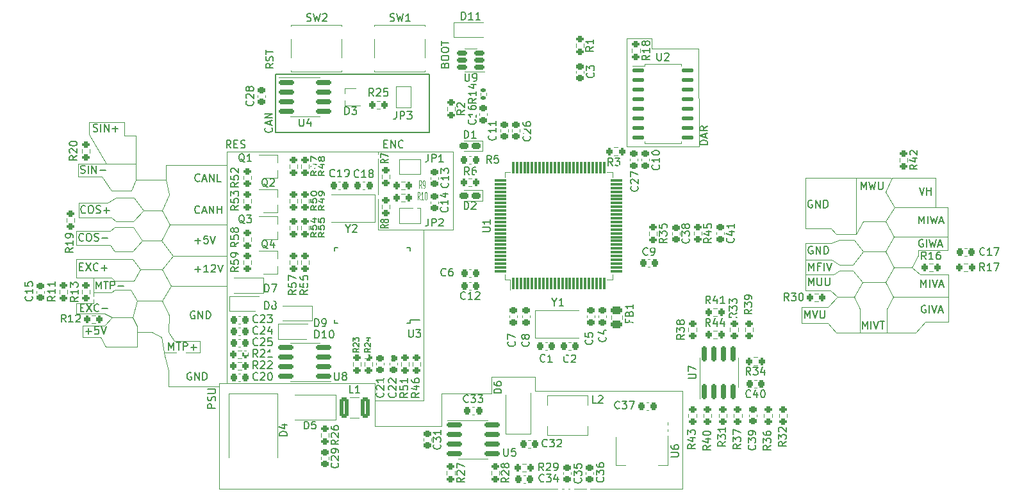
<source format=gbr>
%TF.GenerationSoftware,KiCad,Pcbnew,7.0.0-rc1-unknown-0.4.rc2.fc37*%
%TF.CreationDate,2023-02-14T20:33:30-08:00*%
%TF.ProjectId,prius_gen2,70726975-735f-4676-956e-322e6b696361,rev?*%
%TF.SameCoordinates,Original*%
%TF.FileFunction,Legend,Top*%
%TF.FilePolarity,Positive*%
%FSLAX46Y46*%
G04 Gerber Fmt 4.6, Leading zero omitted, Abs format (unit mm)*
G04 Created by KiCad (PCBNEW 7.0.0-rc1-unknown-0.4.rc2.fc37) date 2023-02-14 20:33:30*
%MOMM*%
%LPD*%
G01*
G04 APERTURE LIST*
G04 Aperture macros list*
%AMRoundRect*
0 Rectangle with rounded corners*
0 $1 Rounding radius*
0 $2 $3 $4 $5 $6 $7 $8 $9 X,Y pos of 4 corners*
0 Add a 4 corners polygon primitive as box body*
4,1,4,$2,$3,$4,$5,$6,$7,$8,$9,$2,$3,0*
0 Add four circle primitives for the rounded corners*
1,1,$1+$1,$2,$3*
1,1,$1+$1,$4,$5*
1,1,$1+$1,$6,$7*
1,1,$1+$1,$8,$9*
0 Add four rect primitives between the rounded corners*
20,1,$1+$1,$2,$3,$4,$5,0*
20,1,$1+$1,$4,$5,$6,$7,0*
20,1,$1+$1,$6,$7,$8,$9,0*
20,1,$1+$1,$8,$9,$2,$3,0*%
%AMFreePoly0*
4,1,6,1.000000,0.000000,0.500000,-0.750000,-0.500000,-0.750000,-0.500000,0.750000,0.500000,0.750000,1.000000,0.000000,1.000000,0.000000,$1*%
%AMFreePoly1*
4,1,6,0.500000,-0.750000,-0.650000,-0.750000,-0.150000,0.000000,-0.650000,0.750000,0.500000,0.750000,0.500000,-0.750000,0.500000,-0.750000,$1*%
G04 Aperture macros list end*
%ADD10C,0.150000*%
%ADD11C,0.120000*%
%ADD12C,0.125000*%
%ADD13C,0.152400*%
%ADD14RoundRect,0.200000X-0.275000X0.200000X-0.275000X-0.200000X0.275000X-0.200000X0.275000X0.200000X0*%
%ADD15RoundRect,0.225000X-0.250000X0.225000X-0.250000X-0.225000X0.250000X-0.225000X0.250000X0.225000X0*%
%ADD16RoundRect,0.225000X-0.225000X-0.250000X0.225000X-0.250000X0.225000X0.250000X-0.225000X0.250000X0*%
%ADD17RoundRect,0.200000X0.200000X0.275000X-0.200000X0.275000X-0.200000X-0.275000X0.200000X-0.275000X0*%
%ADD18RoundRect,0.225000X0.250000X-0.225000X0.250000X0.225000X-0.250000X0.225000X-0.250000X-0.225000X0*%
%ADD19R,3.200000X1.000000*%
%ADD20RoundRect,0.150000X-0.825000X-0.150000X0.825000X-0.150000X0.825000X0.150000X-0.825000X0.150000X0*%
%ADD21RoundRect,0.225000X0.225000X0.250000X-0.225000X0.250000X-0.225000X-0.250000X0.225000X-0.250000X0*%
%ADD22R,2.000000X2.400000*%
%ADD23RoundRect,0.212500X0.400000X0.212500X-0.400000X0.212500X-0.400000X-0.212500X0.400000X-0.212500X0*%
%ADD24RoundRect,0.200000X0.275000X-0.200000X0.275000X0.200000X-0.275000X0.200000X-0.275000X-0.200000X0*%
%ADD25RoundRect,0.200000X-0.200000X-0.275000X0.200000X-0.275000X0.200000X0.275000X-0.200000X0.275000X0*%
%ADD26FreePoly0,180.000000*%
%ADD27FreePoly1,180.000000*%
%ADD28RoundRect,0.250000X-0.375000X-1.075000X0.375000X-1.075000X0.375000X1.075000X-0.375000X1.075000X0*%
%ADD29R,0.700000X0.450000*%
%ADD30R,3.300000X2.500000*%
%ADD31R,2.500000X1.800000*%
%ADD32R,1.800000X2.500000*%
%ADD33RoundRect,0.250000X-0.475000X0.250000X-0.475000X-0.250000X0.475000X-0.250000X0.475000X0.250000X0*%
%ADD34FreePoly0,90.000000*%
%ADD35FreePoly1,90.000000*%
%ADD36R,1.500000X2.000000*%
%ADD37R,3.800000X2.000000*%
%ADD38R,2.290000X3.000000*%
%ADD39RoundRect,0.150000X0.150000X-0.825000X0.150000X0.825000X-0.150000X0.825000X-0.150000X-0.825000X0*%
%ADD40R,3.000000X2.290000*%
%ADD41R,1.900000X2.500000*%
%ADD42RoundRect,0.218750X0.218750X0.256250X-0.218750X0.256250X-0.218750X-0.256250X0.218750X-0.256250X0*%
%ADD43RoundRect,0.137500X-0.662500X-0.137500X0.662500X-0.137500X0.662500X0.137500X-0.662500X0.137500X0*%
%ADD44R,0.900000X1.200000*%
%ADD45RoundRect,0.150000X0.512500X0.150000X-0.512500X0.150000X-0.512500X-0.150000X0.512500X-0.150000X0*%
%ADD46R,1.220000X0.650000*%
%ADD47RoundRect,0.075000X0.075000X-0.725000X0.075000X0.725000X-0.075000X0.725000X-0.075000X-0.725000X0*%
%ADD48RoundRect,0.075000X0.725000X-0.075000X0.725000X0.075000X-0.725000X0.075000X-0.725000X-0.075000X0*%
%ADD49R,1.473200X0.508000*%
%ADD50R,0.508000X1.473200*%
%ADD51RoundRect,0.135000X0.185000X-0.135000X0.185000X0.135000X-0.185000X0.135000X-0.185000X-0.135000X0*%
%ADD52RoundRect,0.150000X0.825000X0.150000X-0.825000X0.150000X-0.825000X-0.150000X0.825000X-0.150000X0*%
%ADD53R,1.600000X1.600000*%
%ADD54C,1.600000*%
%ADD55C,2.000000*%
%ADD56R,2.625000X2.625000*%
%ADD57C,2.625000*%
%ADD58C,0.990600*%
%ADD59R,1.700000X1.700000*%
%ADD60O,1.700000X1.700000*%
%ADD61C,0.600000*%
G04 APERTURE END LIST*
D10*
X116355000Y-83999500D02*
X116355000Y-76251500D01*
D11*
X129855000Y-96799500D02*
X129855000Y-86499500D01*
X108855000Y-117199500D02*
X108855000Y-131099500D01*
X93255000Y-111099500D02*
X93855000Y-112299500D01*
X98055000Y-109599500D02*
X98055000Y-110499500D01*
X102955000Y-111599500D02*
X106355000Y-111599500D01*
X106355000Y-113099500D02*
X106355000Y-112899500D01*
X97155000Y-104799500D02*
X98055000Y-106199500D01*
X93755000Y-107899500D02*
X94755000Y-108399500D01*
X97455000Y-100699500D02*
X98455000Y-102099500D01*
X98755000Y-98299500D02*
X101255000Y-98299500D01*
X97555000Y-96499500D02*
X98755000Y-98299500D01*
X95055000Y-96499500D02*
X94455000Y-96999500D01*
X98855000Y-94299500D02*
X101355000Y-94299500D01*
X97255000Y-91699500D02*
X97855000Y-90199500D01*
X197745000Y-89961000D02*
X196945000Y-91861000D01*
X205145000Y-93861000D02*
X203645000Y-93861000D01*
X205145000Y-99561000D02*
X205145000Y-97761000D01*
X201545000Y-102761000D02*
X200445000Y-101861000D01*
X193845000Y-103761000D02*
X196945000Y-103761000D01*
X197145000Y-107361000D02*
X197945000Y-105761000D01*
X205245000Y-109061000D02*
X205245000Y-105761000D01*
X189845000Y-100861000D02*
X189745000Y-100861000D01*
X192645000Y-101461000D02*
X190845000Y-101461000D01*
X192645000Y-102261000D02*
X193845000Y-103761000D01*
X186345000Y-100861000D02*
X186345000Y-102761000D01*
X192745000Y-98161000D02*
X193945000Y-99761000D01*
X192745000Y-98161000D02*
X190845000Y-98161000D01*
X193045000Y-89961000D02*
X193045000Y-97449000D01*
X192745000Y-105761000D02*
X190545000Y-105761000D01*
X190445000Y-110461000D02*
X193545000Y-110461000D01*
X98055000Y-106199500D02*
X101355000Y-106199500D01*
X90231000Y-88126000D02*
X90231000Y-89814400D01*
X90040500Y-103199000D02*
X92255000Y-103199500D01*
X90040500Y-98899500D02*
X91655000Y-98899500D01*
X90040500Y-96999500D02*
X91655000Y-96999500D01*
X186345000Y-104861000D02*
X189645000Y-104861000D01*
X170055000Y-131099500D02*
X170055000Y-118199500D01*
X203545000Y-89961000D02*
X197745000Y-89961000D01*
X98055000Y-110499500D02*
X98055000Y-112299500D01*
X92255000Y-100699500D02*
X97455000Y-100699500D01*
X197645000Y-89961000D02*
X193045000Y-89961000D01*
X102155000Y-117599500D02*
X102155000Y-115499500D01*
X101855000Y-90199500D02*
X102255000Y-92199500D01*
X193545000Y-110461000D02*
X197145000Y-110461000D01*
X97855000Y-88099500D02*
X97855000Y-84399500D01*
X135855000Y-96799500D02*
X135855000Y-119431500D01*
X95355000Y-96499500D02*
X95055000Y-96499500D01*
X102155000Y-115499500D02*
X101655000Y-113499500D01*
X97555000Y-95699500D02*
X98855000Y-94299500D01*
X91655000Y-84199500D02*
X93955000Y-88099500D01*
X90040500Y-103199000D02*
X90040500Y-100699000D01*
D10*
X116355000Y-76251500D02*
X136655000Y-76251500D01*
D11*
X162748000Y-85799500D02*
X172255000Y-85799500D01*
X90040500Y-98899500D02*
X90040500Y-96999500D01*
X101269800Y-111099600D02*
X99974400Y-110363000D01*
X197145000Y-110461000D02*
X200945000Y-110461000D01*
X102255000Y-108199500D02*
X102209600Y-110388400D01*
X102755000Y-100299500D02*
X101355000Y-102099500D01*
X196945000Y-99761000D02*
X193945000Y-99761000D01*
X101355000Y-94299500D02*
X102355000Y-96199500D01*
X139755000Y-86499500D02*
X139755000Y-96799500D01*
X90855000Y-109499500D02*
X93755000Y-109499500D01*
X101855000Y-90199500D02*
X101855000Y-88299500D01*
X170055000Y-118199500D02*
X150655000Y-118199500D01*
X198045000Y-101861000D02*
X196945000Y-103761000D01*
X97655000Y-103599500D02*
X95055000Y-103599500D01*
X109855000Y-86499500D02*
X129855000Y-86499500D01*
D10*
X136655000Y-83999500D02*
X116355000Y-83999500D01*
D11*
X172250000Y-72886000D02*
X166050000Y-72886000D01*
X192745000Y-105761000D02*
X193845000Y-103761000D01*
X205245000Y-102761000D02*
X201545000Y-102761000D01*
X102355000Y-96199500D02*
X109855000Y-96199500D01*
X94655000Y-105099500D02*
X95055000Y-104799500D01*
X197145000Y-110461000D02*
X197145000Y-107361000D01*
X93755000Y-109499500D02*
X94755000Y-108399500D01*
X95055000Y-103599500D02*
X94655000Y-103199500D01*
X93855000Y-112299500D02*
X98055000Y-112299500D01*
X186345000Y-102761000D02*
X186345000Y-104861000D01*
X189345000Y-109161000D02*
X190445000Y-110461000D01*
X190845000Y-102261000D02*
X192645000Y-102261000D01*
X186345000Y-100861000D02*
X186345000Y-98661000D01*
X99974400Y-110363000D02*
X98054200Y-110368780D01*
X94655000Y-95199500D02*
X95255000Y-95699500D01*
X92255000Y-103199500D02*
X92255000Y-105099500D01*
X90855000Y-109499500D02*
X90855000Y-111099500D01*
X186345000Y-98661000D02*
X189745000Y-98661000D01*
X138255000Y-118499500D02*
X138255000Y-122799500D01*
X172255000Y-85799500D02*
X172250000Y-72886000D01*
X162748000Y-71499500D02*
X162748000Y-85799500D01*
X97855000Y-84399500D02*
X96355000Y-84399500D01*
X97855000Y-88099500D02*
X97855000Y-90199500D01*
X201245000Y-99561000D02*
X205145000Y-99561000D01*
X189345000Y-107061000D02*
X185845000Y-107061000D01*
X93421200Y-89814400D02*
X94691200Y-91699500D01*
X196945000Y-95761000D02*
X198045000Y-97761000D01*
X193945000Y-99761000D02*
X192645000Y-101461000D01*
X95255000Y-92599500D02*
X97655000Y-92599500D01*
X94455000Y-98899500D02*
X95055000Y-99699500D01*
X108855000Y-131099500D02*
X170055000Y-131099500D01*
X90231000Y-89814400D02*
X93421200Y-89814400D01*
X90355000Y-95199200D02*
X90355000Y-93299500D01*
X89977000Y-106599500D02*
X89977000Y-107899500D01*
X205245000Y-105761000D02*
X205245000Y-102761000D01*
X101655000Y-113099500D02*
X106355000Y-113099500D01*
X193945000Y-95761000D02*
X193045000Y-97449000D01*
X201245000Y-100261000D02*
X201245000Y-99561000D01*
X105955000Y-88299500D02*
X101855000Y-88299500D01*
X91655000Y-82799500D02*
X91655000Y-84199500D01*
X97855000Y-90199500D02*
X101855000Y-90199500D01*
X193545000Y-107361000D02*
X193545000Y-110461000D01*
X105955000Y-88299500D02*
X109855000Y-88299500D01*
X94655000Y-103199500D02*
X92255000Y-103199500D01*
X196945000Y-99761000D02*
X198045000Y-101861000D01*
X90855000Y-111099500D02*
X93255000Y-111099500D01*
X102555000Y-104299500D02*
X109839800Y-104299500D01*
X200445000Y-101861000D02*
X201245000Y-100261000D01*
X102155000Y-117599500D02*
X108855000Y-117599500D01*
X139755000Y-96799500D02*
X129855000Y-96799500D01*
X202145000Y-109061000D02*
X205245000Y-109061000D01*
X101255000Y-98299500D02*
X102755000Y-100299500D01*
X198045000Y-97761000D02*
X196945000Y-99761000D01*
X94691200Y-91699500D02*
X97255000Y-91699500D01*
X89977000Y-107899500D02*
X93755000Y-107899500D01*
X189745000Y-98661000D02*
X190845000Y-98161000D01*
X196945000Y-91861000D02*
X198145000Y-93861000D01*
X102755000Y-100299500D02*
X109855000Y-100299500D01*
X98455000Y-102099500D02*
X97655000Y-103599500D01*
X106355000Y-111599500D02*
X106355000Y-112899500D01*
X94755000Y-108399500D02*
X97455000Y-108399500D01*
X198045000Y-97761000D02*
X205145000Y-97761000D01*
X95055000Y-99699500D02*
X97455000Y-99699500D01*
X189845000Y-100861000D02*
X190845000Y-101461000D01*
X95255000Y-95699500D02*
X97555000Y-95699500D01*
X90355000Y-95199200D02*
X94655000Y-95199500D01*
X102255000Y-92199500D02*
X101355000Y-94299500D01*
X91655000Y-98899500D02*
X94455000Y-98899500D01*
X95055000Y-104799500D02*
X97155000Y-104799500D01*
X198145000Y-93861000D02*
X203645000Y-93861000D01*
X196945000Y-95761000D02*
X193945000Y-95761000D01*
X150655000Y-118199500D02*
X150655000Y-116299500D01*
X101655000Y-113499500D02*
X101269800Y-111099600D01*
X185845000Y-107061000D02*
X185845000Y-109161000D01*
X196945000Y-103761000D02*
X197945000Y-105761000D01*
X90355000Y-93299500D02*
X94155000Y-93299500D01*
X190545000Y-105761000D02*
X189345000Y-107061000D01*
X92255000Y-100699500D02*
X91655000Y-100699500D01*
X144855000Y-116299500D02*
X144855000Y-118499500D01*
X198145000Y-93861000D02*
X196945000Y-95761000D01*
X186345000Y-89961000D02*
X186345000Y-96661000D01*
X189745000Y-100861000D02*
X186345000Y-100861000D01*
X197945000Y-105761000D02*
X205245000Y-105761000D01*
X92255000Y-106599500D02*
X89977000Y-106599500D01*
X108455000Y-117599500D02*
X108355000Y-117599500D01*
X135855000Y-119431500D02*
X129474000Y-119431500D01*
X166050000Y-72886000D02*
X166055000Y-71499500D01*
X96355000Y-82599500D02*
X91655000Y-82599500D01*
X90229000Y-88099500D02*
X97855000Y-88099500D01*
X101355000Y-106199500D02*
X102255000Y-108199500D01*
X97655000Y-92599500D02*
X98855000Y-94299500D01*
X193045000Y-89961000D02*
X186345000Y-89961000D01*
X91655000Y-96999500D02*
X94455000Y-96999500D01*
X193045000Y-97449000D02*
X190445000Y-97449000D01*
X150655000Y-116299500D02*
X144855000Y-116299500D01*
X97455000Y-99699500D02*
X98755000Y-98299500D01*
X109855000Y-117199500D02*
X109855000Y-86499500D01*
X203545000Y-93861000D02*
X203545000Y-89961000D01*
X144855000Y-118499500D02*
X138255000Y-118499500D01*
X190045000Y-102761000D02*
X190845000Y-102261000D01*
X185845000Y-109161000D02*
X189345000Y-109161000D01*
X166055000Y-71499500D02*
X162748000Y-71499500D01*
X92255000Y-105099500D02*
X92255000Y-106599500D01*
X198045000Y-101861000D02*
X200445000Y-101861000D01*
X101355000Y-102099500D02*
X98455000Y-102099500D01*
X101355000Y-102099500D02*
X102555000Y-104299500D01*
X186345000Y-102761000D02*
X190045000Y-102761000D01*
X129455000Y-122799500D02*
X129455000Y-117199500D01*
X91655000Y-82599500D02*
X91655000Y-82899500D01*
X190445000Y-97449000D02*
X189745000Y-96661000D01*
X192745000Y-105761000D02*
X193545000Y-107361000D01*
D10*
X136655000Y-76251500D02*
X136655000Y-83999500D01*
D11*
X102355000Y-96199500D02*
X101255000Y-98299500D01*
X97555000Y-96499500D02*
X95355000Y-96499500D01*
X129455000Y-117199500D02*
X108855000Y-117199500D01*
X92255000Y-105099500D02*
X94655000Y-105099500D01*
X200945000Y-110461000D02*
X202145000Y-109061000D01*
X90040500Y-100699000D02*
X91691500Y-100699000D01*
X97455000Y-108399500D02*
X98055000Y-106199500D01*
X129855000Y-86499500D02*
X139755000Y-86499500D01*
X96355000Y-84399500D02*
X96355000Y-82599500D01*
X94155000Y-93299500D02*
X95255000Y-92599500D01*
X189645000Y-104861000D02*
X190545000Y-105761000D01*
X205145000Y-97761000D02*
X205145000Y-93861000D01*
X102555000Y-104299500D02*
X101355000Y-106199500D01*
X138255000Y-122799500D02*
X129455000Y-122799500D01*
X189745000Y-96661000D02*
X186345000Y-96661000D01*
X97455000Y-108399500D02*
X98055000Y-109599500D01*
X102209600Y-110388400D02*
X102955000Y-111599500D01*
D10*
X105669286Y-98285928D02*
X106431191Y-98285928D01*
X106050238Y-98666880D02*
X106050238Y-97904976D01*
X107383571Y-97666880D02*
X106907381Y-97666880D01*
X106907381Y-97666880D02*
X106859762Y-98143071D01*
X106859762Y-98143071D02*
X106907381Y-98095452D01*
X106907381Y-98095452D02*
X107002619Y-98047833D01*
X107002619Y-98047833D02*
X107240714Y-98047833D01*
X107240714Y-98047833D02*
X107335952Y-98095452D01*
X107335952Y-98095452D02*
X107383571Y-98143071D01*
X107383571Y-98143071D02*
X107431190Y-98238309D01*
X107431190Y-98238309D02*
X107431190Y-98476404D01*
X107431190Y-98476404D02*
X107383571Y-98571642D01*
X107383571Y-98571642D02*
X107335952Y-98619261D01*
X107335952Y-98619261D02*
X107240714Y-98666880D01*
X107240714Y-98666880D02*
X107002619Y-98666880D01*
X107002619Y-98666880D02*
X106907381Y-98619261D01*
X106907381Y-98619261D02*
X106859762Y-98571642D01*
X107716905Y-97666880D02*
X108050238Y-98666880D01*
X108050238Y-98666880D02*
X108383571Y-97666880D01*
X130648905Y-85493071D02*
X130982238Y-85493071D01*
X131125095Y-86016880D02*
X130648905Y-86016880D01*
X130648905Y-86016880D02*
X130648905Y-85016880D01*
X130648905Y-85016880D02*
X131125095Y-85016880D01*
X131553667Y-86016880D02*
X131553667Y-85016880D01*
X131553667Y-85016880D02*
X132125095Y-86016880D01*
X132125095Y-86016880D02*
X132125095Y-85016880D01*
X133172714Y-85921642D02*
X133125095Y-85969261D01*
X133125095Y-85969261D02*
X132982238Y-86016880D01*
X132982238Y-86016880D02*
X132887000Y-86016880D01*
X132887000Y-86016880D02*
X132744143Y-85969261D01*
X132744143Y-85969261D02*
X132648905Y-85874023D01*
X132648905Y-85874023D02*
X132601286Y-85778785D01*
X132601286Y-85778785D02*
X132553667Y-85588309D01*
X132553667Y-85588309D02*
X132553667Y-85445452D01*
X132553667Y-85445452D02*
X132601286Y-85254976D01*
X132601286Y-85254976D02*
X132648905Y-85159738D01*
X132648905Y-85159738D02*
X132744143Y-85064500D01*
X132744143Y-85064500D02*
X132887000Y-85016880D01*
X132887000Y-85016880D02*
X132982238Y-85016880D01*
X132982238Y-85016880D02*
X133125095Y-85064500D01*
X133125095Y-85064500D02*
X133172714Y-85112119D01*
X105693095Y-102085928D02*
X106455000Y-102085928D01*
X106074047Y-102466880D02*
X106074047Y-101704976D01*
X107454999Y-102466880D02*
X106883571Y-102466880D01*
X107169285Y-102466880D02*
X107169285Y-101466880D01*
X107169285Y-101466880D02*
X107074047Y-101609738D01*
X107074047Y-101609738D02*
X106978809Y-101704976D01*
X106978809Y-101704976D02*
X106883571Y-101752595D01*
X107835952Y-101562119D02*
X107883571Y-101514500D01*
X107883571Y-101514500D02*
X107978809Y-101466880D01*
X107978809Y-101466880D02*
X108216904Y-101466880D01*
X108216904Y-101466880D02*
X108312142Y-101514500D01*
X108312142Y-101514500D02*
X108359761Y-101562119D01*
X108359761Y-101562119D02*
X108407380Y-101657357D01*
X108407380Y-101657357D02*
X108407380Y-101752595D01*
X108407380Y-101752595D02*
X108359761Y-101895452D01*
X108359761Y-101895452D02*
X107788333Y-102466880D01*
X107788333Y-102466880D02*
X108407380Y-102466880D01*
X108693095Y-101466880D02*
X109026428Y-102466880D01*
X109026428Y-102466880D02*
X109359761Y-101466880D01*
X105643095Y-107664500D02*
X105547857Y-107616880D01*
X105547857Y-107616880D02*
X105405000Y-107616880D01*
X105405000Y-107616880D02*
X105262143Y-107664500D01*
X105262143Y-107664500D02*
X105166905Y-107759738D01*
X105166905Y-107759738D02*
X105119286Y-107854976D01*
X105119286Y-107854976D02*
X105071667Y-108045452D01*
X105071667Y-108045452D02*
X105071667Y-108188309D01*
X105071667Y-108188309D02*
X105119286Y-108378785D01*
X105119286Y-108378785D02*
X105166905Y-108474023D01*
X105166905Y-108474023D02*
X105262143Y-108569261D01*
X105262143Y-108569261D02*
X105405000Y-108616880D01*
X105405000Y-108616880D02*
X105500238Y-108616880D01*
X105500238Y-108616880D02*
X105643095Y-108569261D01*
X105643095Y-108569261D02*
X105690714Y-108521642D01*
X105690714Y-108521642D02*
X105690714Y-108188309D01*
X105690714Y-108188309D02*
X105500238Y-108188309D01*
X106119286Y-108616880D02*
X106119286Y-107616880D01*
X106119286Y-107616880D02*
X106690714Y-108616880D01*
X106690714Y-108616880D02*
X106690714Y-107616880D01*
X107166905Y-108616880D02*
X107166905Y-107616880D01*
X107166905Y-107616880D02*
X107405000Y-107616880D01*
X107405000Y-107616880D02*
X107547857Y-107664500D01*
X107547857Y-107664500D02*
X107643095Y-107759738D01*
X107643095Y-107759738D02*
X107690714Y-107854976D01*
X107690714Y-107854976D02*
X107738333Y-108045452D01*
X107738333Y-108045452D02*
X107738333Y-108188309D01*
X107738333Y-108188309D02*
X107690714Y-108378785D01*
X107690714Y-108378785D02*
X107643095Y-108474023D01*
X107643095Y-108474023D02*
X107547857Y-108569261D01*
X107547857Y-108569261D02*
X107405000Y-108616880D01*
X107405000Y-108616880D02*
X107166905Y-108616880D01*
X102221667Y-112766880D02*
X102221667Y-111766880D01*
X102221667Y-111766880D02*
X102555000Y-112481166D01*
X102555000Y-112481166D02*
X102888333Y-111766880D01*
X102888333Y-111766880D02*
X102888333Y-112766880D01*
X103221667Y-111766880D02*
X103793095Y-111766880D01*
X103507381Y-112766880D02*
X103507381Y-111766880D01*
X104126429Y-112766880D02*
X104126429Y-111766880D01*
X104126429Y-111766880D02*
X104507381Y-111766880D01*
X104507381Y-111766880D02*
X104602619Y-111814500D01*
X104602619Y-111814500D02*
X104650238Y-111862119D01*
X104650238Y-111862119D02*
X104697857Y-111957357D01*
X104697857Y-111957357D02*
X104697857Y-112100214D01*
X104697857Y-112100214D02*
X104650238Y-112195452D01*
X104650238Y-112195452D02*
X104602619Y-112243071D01*
X104602619Y-112243071D02*
X104507381Y-112290690D01*
X104507381Y-112290690D02*
X104126429Y-112290690D01*
X105126429Y-112385928D02*
X105888334Y-112385928D01*
X105507381Y-112766880D02*
X105507381Y-112004976D01*
X92621667Y-104666880D02*
X92621667Y-103666880D01*
X92621667Y-103666880D02*
X92955000Y-104381166D01*
X92955000Y-104381166D02*
X93288333Y-103666880D01*
X93288333Y-103666880D02*
X93288333Y-104666880D01*
X93621667Y-103666880D02*
X94193095Y-103666880D01*
X93907381Y-104666880D02*
X93907381Y-103666880D01*
X94526429Y-104666880D02*
X94526429Y-103666880D01*
X94526429Y-103666880D02*
X94907381Y-103666880D01*
X94907381Y-103666880D02*
X95002619Y-103714500D01*
X95002619Y-103714500D02*
X95050238Y-103762119D01*
X95050238Y-103762119D02*
X95097857Y-103857357D01*
X95097857Y-103857357D02*
X95097857Y-104000214D01*
X95097857Y-104000214D02*
X95050238Y-104095452D01*
X95050238Y-104095452D02*
X95002619Y-104143071D01*
X95002619Y-104143071D02*
X94907381Y-104190690D01*
X94907381Y-104190690D02*
X94526429Y-104190690D01*
X95526429Y-104285928D02*
X96288334Y-104285928D01*
X90555076Y-107133871D02*
X90888409Y-107133871D01*
X91031266Y-107657680D02*
X90555076Y-107657680D01*
X90555076Y-107657680D02*
X90555076Y-106657680D01*
X90555076Y-106657680D02*
X91031266Y-106657680D01*
X91364600Y-106657680D02*
X92031266Y-107657680D01*
X92031266Y-106657680D02*
X91364600Y-107657680D01*
X92983647Y-107562442D02*
X92936028Y-107610061D01*
X92936028Y-107610061D02*
X92793171Y-107657680D01*
X92793171Y-107657680D02*
X92697933Y-107657680D01*
X92697933Y-107657680D02*
X92555076Y-107610061D01*
X92555076Y-107610061D02*
X92459838Y-107514823D01*
X92459838Y-107514823D02*
X92412219Y-107419585D01*
X92412219Y-107419585D02*
X92364600Y-107229109D01*
X92364600Y-107229109D02*
X92364600Y-107086252D01*
X92364600Y-107086252D02*
X92412219Y-106895776D01*
X92412219Y-106895776D02*
X92459838Y-106800538D01*
X92459838Y-106800538D02*
X92555076Y-106705300D01*
X92555076Y-106705300D02*
X92697933Y-106657680D01*
X92697933Y-106657680D02*
X92793171Y-106657680D01*
X92793171Y-106657680D02*
X92936028Y-106705300D01*
X92936028Y-106705300D02*
X92983647Y-106752919D01*
X93412219Y-107276728D02*
X94174124Y-107276728D01*
X90586134Y-89321361D02*
X90728991Y-89368980D01*
X90728991Y-89368980D02*
X90967086Y-89368980D01*
X90967086Y-89368980D02*
X91062324Y-89321361D01*
X91062324Y-89321361D02*
X91109943Y-89273742D01*
X91109943Y-89273742D02*
X91157562Y-89178504D01*
X91157562Y-89178504D02*
X91157562Y-89083266D01*
X91157562Y-89083266D02*
X91109943Y-88988028D01*
X91109943Y-88988028D02*
X91062324Y-88940409D01*
X91062324Y-88940409D02*
X90967086Y-88892790D01*
X90967086Y-88892790D02*
X90776610Y-88845171D01*
X90776610Y-88845171D02*
X90681372Y-88797552D01*
X90681372Y-88797552D02*
X90633753Y-88749933D01*
X90633753Y-88749933D02*
X90586134Y-88654695D01*
X90586134Y-88654695D02*
X90586134Y-88559457D01*
X90586134Y-88559457D02*
X90633753Y-88464219D01*
X90633753Y-88464219D02*
X90681372Y-88416600D01*
X90681372Y-88416600D02*
X90776610Y-88368980D01*
X90776610Y-88368980D02*
X91014705Y-88368980D01*
X91014705Y-88368980D02*
X91157562Y-88416600D01*
X91586134Y-89368980D02*
X91586134Y-88368980D01*
X92062324Y-89368980D02*
X92062324Y-88368980D01*
X92062324Y-88368980D02*
X92633752Y-89368980D01*
X92633752Y-89368980D02*
X92633752Y-88368980D01*
X93109943Y-88988028D02*
X93871848Y-88988028D01*
X202211666Y-106876000D02*
X202116428Y-106828380D01*
X202116428Y-106828380D02*
X201973571Y-106828380D01*
X201973571Y-106828380D02*
X201830714Y-106876000D01*
X201830714Y-106876000D02*
X201735476Y-106971238D01*
X201735476Y-106971238D02*
X201687857Y-107066476D01*
X201687857Y-107066476D02*
X201640238Y-107256952D01*
X201640238Y-107256952D02*
X201640238Y-107399809D01*
X201640238Y-107399809D02*
X201687857Y-107590285D01*
X201687857Y-107590285D02*
X201735476Y-107685523D01*
X201735476Y-107685523D02*
X201830714Y-107780761D01*
X201830714Y-107780761D02*
X201973571Y-107828380D01*
X201973571Y-107828380D02*
X202068809Y-107828380D01*
X202068809Y-107828380D02*
X202211666Y-107780761D01*
X202211666Y-107780761D02*
X202259285Y-107733142D01*
X202259285Y-107733142D02*
X202259285Y-107399809D01*
X202259285Y-107399809D02*
X202068809Y-107399809D01*
X202687857Y-107828380D02*
X202687857Y-106828380D01*
X203021190Y-106828380D02*
X203354523Y-107828380D01*
X203354523Y-107828380D02*
X203687856Y-106828380D01*
X203973571Y-107542666D02*
X204449761Y-107542666D01*
X203878333Y-107828380D02*
X204211666Y-106828380D01*
X204211666Y-106828380D02*
X204544999Y-107828380D01*
X201373572Y-96028380D02*
X201373572Y-95028380D01*
X201373572Y-95028380D02*
X201706905Y-95742666D01*
X201706905Y-95742666D02*
X202040238Y-95028380D01*
X202040238Y-95028380D02*
X202040238Y-96028380D01*
X202516429Y-96028380D02*
X202516429Y-95028380D01*
X202897381Y-95028380D02*
X203135476Y-96028380D01*
X203135476Y-96028380D02*
X203325952Y-95314095D01*
X203325952Y-95314095D02*
X203516428Y-96028380D01*
X203516428Y-96028380D02*
X203754524Y-95028380D01*
X204087857Y-95742666D02*
X204564047Y-95742666D01*
X203992619Y-96028380D02*
X204325952Y-95028380D01*
X204325952Y-95028380D02*
X204659285Y-96028380D01*
X201387857Y-91228380D02*
X201721190Y-92228380D01*
X201721190Y-92228380D02*
X202054523Y-91228380D01*
X202387857Y-92228380D02*
X202387857Y-91228380D01*
X202387857Y-91704571D02*
X202959285Y-91704571D01*
X202959285Y-92228380D02*
X202959285Y-91228380D01*
X187283095Y-99076000D02*
X187187857Y-99028380D01*
X187187857Y-99028380D02*
X187045000Y-99028380D01*
X187045000Y-99028380D02*
X186902143Y-99076000D01*
X186902143Y-99076000D02*
X186806905Y-99171238D01*
X186806905Y-99171238D02*
X186759286Y-99266476D01*
X186759286Y-99266476D02*
X186711667Y-99456952D01*
X186711667Y-99456952D02*
X186711667Y-99599809D01*
X186711667Y-99599809D02*
X186759286Y-99790285D01*
X186759286Y-99790285D02*
X186806905Y-99885523D01*
X186806905Y-99885523D02*
X186902143Y-99980761D01*
X186902143Y-99980761D02*
X187045000Y-100028380D01*
X187045000Y-100028380D02*
X187140238Y-100028380D01*
X187140238Y-100028380D02*
X187283095Y-99980761D01*
X187283095Y-99980761D02*
X187330714Y-99933142D01*
X187330714Y-99933142D02*
X187330714Y-99599809D01*
X187330714Y-99599809D02*
X187140238Y-99599809D01*
X187759286Y-100028380D02*
X187759286Y-99028380D01*
X187759286Y-99028380D02*
X188330714Y-100028380D01*
X188330714Y-100028380D02*
X188330714Y-99028380D01*
X188806905Y-100028380D02*
X188806905Y-99028380D01*
X188806905Y-99028380D02*
X189045000Y-99028380D01*
X189045000Y-99028380D02*
X189187857Y-99076000D01*
X189187857Y-99076000D02*
X189283095Y-99171238D01*
X189283095Y-99171238D02*
X189330714Y-99266476D01*
X189330714Y-99266476D02*
X189378333Y-99456952D01*
X189378333Y-99456952D02*
X189378333Y-99599809D01*
X189378333Y-99599809D02*
X189330714Y-99790285D01*
X189330714Y-99790285D02*
X189283095Y-99885523D01*
X189283095Y-99885523D02*
X189187857Y-99980761D01*
X189187857Y-99980761D02*
X189045000Y-100028380D01*
X189045000Y-100028380D02*
X188806905Y-100028380D01*
X186816429Y-102228380D02*
X186816429Y-101228380D01*
X186816429Y-101228380D02*
X187149762Y-101942666D01*
X187149762Y-101942666D02*
X187483095Y-101228380D01*
X187483095Y-101228380D02*
X187483095Y-102228380D01*
X188292619Y-101704571D02*
X187959286Y-101704571D01*
X187959286Y-102228380D02*
X187959286Y-101228380D01*
X187959286Y-101228380D02*
X188435476Y-101228380D01*
X188816429Y-102228380D02*
X188816429Y-101228380D01*
X189149762Y-101228380D02*
X189483095Y-102228380D01*
X189483095Y-102228380D02*
X189816428Y-101228380D01*
X193702929Y-91529880D02*
X193702929Y-90529880D01*
X193702929Y-90529880D02*
X194036262Y-91244166D01*
X194036262Y-91244166D02*
X194369595Y-90529880D01*
X194369595Y-90529880D02*
X194369595Y-91529880D01*
X194750548Y-90529880D02*
X194988643Y-91529880D01*
X194988643Y-91529880D02*
X195179119Y-90815595D01*
X195179119Y-90815595D02*
X195369595Y-91529880D01*
X195369595Y-91529880D02*
X195607691Y-90529880D01*
X195988643Y-90529880D02*
X195988643Y-91339404D01*
X195988643Y-91339404D02*
X196036262Y-91434642D01*
X196036262Y-91434642D02*
X196083881Y-91482261D01*
X196083881Y-91482261D02*
X196179119Y-91529880D01*
X196179119Y-91529880D02*
X196369595Y-91529880D01*
X196369595Y-91529880D02*
X196464833Y-91482261D01*
X196464833Y-91482261D02*
X196512452Y-91434642D01*
X196512452Y-91434642D02*
X196560071Y-91339404D01*
X196560071Y-91339404D02*
X196560071Y-90529880D01*
X105193095Y-115764500D02*
X105097857Y-115716880D01*
X105097857Y-115716880D02*
X104955000Y-115716880D01*
X104955000Y-115716880D02*
X104812143Y-115764500D01*
X104812143Y-115764500D02*
X104716905Y-115859738D01*
X104716905Y-115859738D02*
X104669286Y-115954976D01*
X104669286Y-115954976D02*
X104621667Y-116145452D01*
X104621667Y-116145452D02*
X104621667Y-116288309D01*
X104621667Y-116288309D02*
X104669286Y-116478785D01*
X104669286Y-116478785D02*
X104716905Y-116574023D01*
X104716905Y-116574023D02*
X104812143Y-116669261D01*
X104812143Y-116669261D02*
X104955000Y-116716880D01*
X104955000Y-116716880D02*
X105050238Y-116716880D01*
X105050238Y-116716880D02*
X105193095Y-116669261D01*
X105193095Y-116669261D02*
X105240714Y-116621642D01*
X105240714Y-116621642D02*
X105240714Y-116288309D01*
X105240714Y-116288309D02*
X105050238Y-116288309D01*
X105669286Y-116716880D02*
X105669286Y-115716880D01*
X105669286Y-115716880D02*
X106240714Y-116716880D01*
X106240714Y-116716880D02*
X106240714Y-115716880D01*
X106716905Y-116716880D02*
X106716905Y-115716880D01*
X106716905Y-115716880D02*
X106955000Y-115716880D01*
X106955000Y-115716880D02*
X107097857Y-115764500D01*
X107097857Y-115764500D02*
X107193095Y-115859738D01*
X107193095Y-115859738D02*
X107240714Y-115954976D01*
X107240714Y-115954976D02*
X107288333Y-116145452D01*
X107288333Y-116145452D02*
X107288333Y-116288309D01*
X107288333Y-116288309D02*
X107240714Y-116478785D01*
X107240714Y-116478785D02*
X107193095Y-116574023D01*
X107193095Y-116574023D02*
X107097857Y-116669261D01*
X107097857Y-116669261D02*
X106955000Y-116716880D01*
X106955000Y-116716880D02*
X106716905Y-116716880D01*
X187233095Y-92976000D02*
X187137857Y-92928380D01*
X187137857Y-92928380D02*
X186995000Y-92928380D01*
X186995000Y-92928380D02*
X186852143Y-92976000D01*
X186852143Y-92976000D02*
X186756905Y-93071238D01*
X186756905Y-93071238D02*
X186709286Y-93166476D01*
X186709286Y-93166476D02*
X186661667Y-93356952D01*
X186661667Y-93356952D02*
X186661667Y-93499809D01*
X186661667Y-93499809D02*
X186709286Y-93690285D01*
X186709286Y-93690285D02*
X186756905Y-93785523D01*
X186756905Y-93785523D02*
X186852143Y-93880761D01*
X186852143Y-93880761D02*
X186995000Y-93928380D01*
X186995000Y-93928380D02*
X187090238Y-93928380D01*
X187090238Y-93928380D02*
X187233095Y-93880761D01*
X187233095Y-93880761D02*
X187280714Y-93833142D01*
X187280714Y-93833142D02*
X187280714Y-93499809D01*
X187280714Y-93499809D02*
X187090238Y-93499809D01*
X187709286Y-93928380D02*
X187709286Y-92928380D01*
X187709286Y-92928380D02*
X188280714Y-93928380D01*
X188280714Y-93928380D02*
X188280714Y-92928380D01*
X188756905Y-93928380D02*
X188756905Y-92928380D01*
X188756905Y-92928380D02*
X188995000Y-92928380D01*
X188995000Y-92928380D02*
X189137857Y-92976000D01*
X189137857Y-92976000D02*
X189233095Y-93071238D01*
X189233095Y-93071238D02*
X189280714Y-93166476D01*
X189280714Y-93166476D02*
X189328333Y-93356952D01*
X189328333Y-93356952D02*
X189328333Y-93499809D01*
X189328333Y-93499809D02*
X189280714Y-93690285D01*
X189280714Y-93690285D02*
X189233095Y-93785523D01*
X189233095Y-93785523D02*
X189137857Y-93880761D01*
X189137857Y-93880761D02*
X188995000Y-93928380D01*
X188995000Y-93928380D02*
X188756905Y-93928380D01*
X108378380Y-120439404D02*
X107378380Y-120439404D01*
X107378380Y-120439404D02*
X107378380Y-120058452D01*
X107378380Y-120058452D02*
X107426000Y-119963214D01*
X107426000Y-119963214D02*
X107473619Y-119915595D01*
X107473619Y-119915595D02*
X107568857Y-119867976D01*
X107568857Y-119867976D02*
X107711714Y-119867976D01*
X107711714Y-119867976D02*
X107806952Y-119915595D01*
X107806952Y-119915595D02*
X107854571Y-119963214D01*
X107854571Y-119963214D02*
X107902190Y-120058452D01*
X107902190Y-120058452D02*
X107902190Y-120439404D01*
X108330761Y-119487023D02*
X108378380Y-119344166D01*
X108378380Y-119344166D02*
X108378380Y-119106071D01*
X108378380Y-119106071D02*
X108330761Y-119010833D01*
X108330761Y-119010833D02*
X108283142Y-118963214D01*
X108283142Y-118963214D02*
X108187904Y-118915595D01*
X108187904Y-118915595D02*
X108092666Y-118915595D01*
X108092666Y-118915595D02*
X107997428Y-118963214D01*
X107997428Y-118963214D02*
X107949809Y-119010833D01*
X107949809Y-119010833D02*
X107902190Y-119106071D01*
X107902190Y-119106071D02*
X107854571Y-119296547D01*
X107854571Y-119296547D02*
X107806952Y-119391785D01*
X107806952Y-119391785D02*
X107759333Y-119439404D01*
X107759333Y-119439404D02*
X107664095Y-119487023D01*
X107664095Y-119487023D02*
X107568857Y-119487023D01*
X107568857Y-119487023D02*
X107473619Y-119439404D01*
X107473619Y-119439404D02*
X107426000Y-119391785D01*
X107426000Y-119391785D02*
X107378380Y-119296547D01*
X107378380Y-119296547D02*
X107378380Y-119058452D01*
X107378380Y-119058452D02*
X107426000Y-118915595D01*
X107378380Y-118487023D02*
X108187904Y-118487023D01*
X108187904Y-118487023D02*
X108283142Y-118439404D01*
X108283142Y-118439404D02*
X108330761Y-118391785D01*
X108330761Y-118391785D02*
X108378380Y-118296547D01*
X108378380Y-118296547D02*
X108378380Y-118106071D01*
X108378380Y-118106071D02*
X108330761Y-118010833D01*
X108330761Y-118010833D02*
X108283142Y-117963214D01*
X108283142Y-117963214D02*
X108187904Y-117915595D01*
X108187904Y-117915595D02*
X107378380Y-117915595D01*
X90453476Y-101749071D02*
X90786809Y-101749071D01*
X90929666Y-102272880D02*
X90453476Y-102272880D01*
X90453476Y-102272880D02*
X90453476Y-101272880D01*
X90453476Y-101272880D02*
X90929666Y-101272880D01*
X91263000Y-101272880D02*
X91929666Y-102272880D01*
X91929666Y-101272880D02*
X91263000Y-102272880D01*
X92882047Y-102177642D02*
X92834428Y-102225261D01*
X92834428Y-102225261D02*
X92691571Y-102272880D01*
X92691571Y-102272880D02*
X92596333Y-102272880D01*
X92596333Y-102272880D02*
X92453476Y-102225261D01*
X92453476Y-102225261D02*
X92358238Y-102130023D01*
X92358238Y-102130023D02*
X92310619Y-102034785D01*
X92310619Y-102034785D02*
X92263000Y-101844309D01*
X92263000Y-101844309D02*
X92263000Y-101701452D01*
X92263000Y-101701452D02*
X92310619Y-101510976D01*
X92310619Y-101510976D02*
X92358238Y-101415738D01*
X92358238Y-101415738D02*
X92453476Y-101320500D01*
X92453476Y-101320500D02*
X92596333Y-101272880D01*
X92596333Y-101272880D02*
X92691571Y-101272880D01*
X92691571Y-101272880D02*
X92834428Y-101320500D01*
X92834428Y-101320500D02*
X92882047Y-101368119D01*
X93310619Y-101891928D02*
X94072524Y-101891928D01*
X93691571Y-102272880D02*
X93691571Y-101510976D01*
X186289286Y-108547880D02*
X186289286Y-107547880D01*
X186289286Y-107547880D02*
X186622619Y-108262166D01*
X186622619Y-108262166D02*
X186955952Y-107547880D01*
X186955952Y-107547880D02*
X186955952Y-108547880D01*
X187289286Y-107547880D02*
X187622619Y-108547880D01*
X187622619Y-108547880D02*
X187955952Y-107547880D01*
X188289286Y-107547880D02*
X188289286Y-108357404D01*
X188289286Y-108357404D02*
X188336905Y-108452642D01*
X188336905Y-108452642D02*
X188384524Y-108500261D01*
X188384524Y-108500261D02*
X188479762Y-108547880D01*
X188479762Y-108547880D02*
X188670238Y-108547880D01*
X188670238Y-108547880D02*
X188765476Y-108500261D01*
X188765476Y-108500261D02*
X188813095Y-108452642D01*
X188813095Y-108452642D02*
X188860714Y-108357404D01*
X188860714Y-108357404D02*
X188860714Y-107547880D01*
X92247334Y-83810261D02*
X92390191Y-83857880D01*
X92390191Y-83857880D02*
X92628286Y-83857880D01*
X92628286Y-83857880D02*
X92723524Y-83810261D01*
X92723524Y-83810261D02*
X92771143Y-83762642D01*
X92771143Y-83762642D02*
X92818762Y-83667404D01*
X92818762Y-83667404D02*
X92818762Y-83572166D01*
X92818762Y-83572166D02*
X92771143Y-83476928D01*
X92771143Y-83476928D02*
X92723524Y-83429309D01*
X92723524Y-83429309D02*
X92628286Y-83381690D01*
X92628286Y-83381690D02*
X92437810Y-83334071D01*
X92437810Y-83334071D02*
X92342572Y-83286452D01*
X92342572Y-83286452D02*
X92294953Y-83238833D01*
X92294953Y-83238833D02*
X92247334Y-83143595D01*
X92247334Y-83143595D02*
X92247334Y-83048357D01*
X92247334Y-83048357D02*
X92294953Y-82953119D01*
X92294953Y-82953119D02*
X92342572Y-82905500D01*
X92342572Y-82905500D02*
X92437810Y-82857880D01*
X92437810Y-82857880D02*
X92675905Y-82857880D01*
X92675905Y-82857880D02*
X92818762Y-82905500D01*
X93247334Y-83857880D02*
X93247334Y-82857880D01*
X93723524Y-83857880D02*
X93723524Y-82857880D01*
X93723524Y-82857880D02*
X94294952Y-83857880D01*
X94294952Y-83857880D02*
X94294952Y-82857880D01*
X94771143Y-83476928D02*
X95533048Y-83476928D01*
X95152095Y-83857880D02*
X95152095Y-83095976D01*
X90953476Y-98240642D02*
X90905857Y-98288261D01*
X90905857Y-98288261D02*
X90763000Y-98335880D01*
X90763000Y-98335880D02*
X90667762Y-98335880D01*
X90667762Y-98335880D02*
X90524905Y-98288261D01*
X90524905Y-98288261D02*
X90429667Y-98193023D01*
X90429667Y-98193023D02*
X90382048Y-98097785D01*
X90382048Y-98097785D02*
X90334429Y-97907309D01*
X90334429Y-97907309D02*
X90334429Y-97764452D01*
X90334429Y-97764452D02*
X90382048Y-97573976D01*
X90382048Y-97573976D02*
X90429667Y-97478738D01*
X90429667Y-97478738D02*
X90524905Y-97383500D01*
X90524905Y-97383500D02*
X90667762Y-97335880D01*
X90667762Y-97335880D02*
X90763000Y-97335880D01*
X90763000Y-97335880D02*
X90905857Y-97383500D01*
X90905857Y-97383500D02*
X90953476Y-97431119D01*
X91572524Y-97335880D02*
X91763000Y-97335880D01*
X91763000Y-97335880D02*
X91858238Y-97383500D01*
X91858238Y-97383500D02*
X91953476Y-97478738D01*
X91953476Y-97478738D02*
X92001095Y-97669214D01*
X92001095Y-97669214D02*
X92001095Y-98002547D01*
X92001095Y-98002547D02*
X91953476Y-98193023D01*
X91953476Y-98193023D02*
X91858238Y-98288261D01*
X91858238Y-98288261D02*
X91763000Y-98335880D01*
X91763000Y-98335880D02*
X91572524Y-98335880D01*
X91572524Y-98335880D02*
X91477286Y-98288261D01*
X91477286Y-98288261D02*
X91382048Y-98193023D01*
X91382048Y-98193023D02*
X91334429Y-98002547D01*
X91334429Y-98002547D02*
X91334429Y-97669214D01*
X91334429Y-97669214D02*
X91382048Y-97478738D01*
X91382048Y-97478738D02*
X91477286Y-97383500D01*
X91477286Y-97383500D02*
X91572524Y-97335880D01*
X92382048Y-98288261D02*
X92524905Y-98335880D01*
X92524905Y-98335880D02*
X92763000Y-98335880D01*
X92763000Y-98335880D02*
X92858238Y-98288261D01*
X92858238Y-98288261D02*
X92905857Y-98240642D01*
X92905857Y-98240642D02*
X92953476Y-98145404D01*
X92953476Y-98145404D02*
X92953476Y-98050166D01*
X92953476Y-98050166D02*
X92905857Y-97954928D01*
X92905857Y-97954928D02*
X92858238Y-97907309D01*
X92858238Y-97907309D02*
X92763000Y-97859690D01*
X92763000Y-97859690D02*
X92572524Y-97812071D01*
X92572524Y-97812071D02*
X92477286Y-97764452D01*
X92477286Y-97764452D02*
X92429667Y-97716833D01*
X92429667Y-97716833D02*
X92382048Y-97621595D01*
X92382048Y-97621595D02*
X92382048Y-97526357D01*
X92382048Y-97526357D02*
X92429667Y-97431119D01*
X92429667Y-97431119D02*
X92477286Y-97383500D01*
X92477286Y-97383500D02*
X92572524Y-97335880D01*
X92572524Y-97335880D02*
X92810619Y-97335880D01*
X92810619Y-97335880D02*
X92953476Y-97383500D01*
X93382048Y-97954928D02*
X94143953Y-97954928D01*
X106307380Y-90371642D02*
X106259761Y-90419261D01*
X106259761Y-90419261D02*
X106116904Y-90466880D01*
X106116904Y-90466880D02*
X106021666Y-90466880D01*
X106021666Y-90466880D02*
X105878809Y-90419261D01*
X105878809Y-90419261D02*
X105783571Y-90324023D01*
X105783571Y-90324023D02*
X105735952Y-90228785D01*
X105735952Y-90228785D02*
X105688333Y-90038309D01*
X105688333Y-90038309D02*
X105688333Y-89895452D01*
X105688333Y-89895452D02*
X105735952Y-89704976D01*
X105735952Y-89704976D02*
X105783571Y-89609738D01*
X105783571Y-89609738D02*
X105878809Y-89514500D01*
X105878809Y-89514500D02*
X106021666Y-89466880D01*
X106021666Y-89466880D02*
X106116904Y-89466880D01*
X106116904Y-89466880D02*
X106259761Y-89514500D01*
X106259761Y-89514500D02*
X106307380Y-89562119D01*
X106688333Y-90181166D02*
X107164523Y-90181166D01*
X106593095Y-90466880D02*
X106926428Y-89466880D01*
X106926428Y-89466880D02*
X107259761Y-90466880D01*
X107593095Y-90466880D02*
X107593095Y-89466880D01*
X107593095Y-89466880D02*
X108164523Y-90466880D01*
X108164523Y-90466880D02*
X108164523Y-89466880D01*
X109116904Y-90466880D02*
X108640714Y-90466880D01*
X108640714Y-90466880D02*
X108640714Y-89466880D01*
X116022380Y-74847119D02*
X115546190Y-75180452D01*
X116022380Y-75418547D02*
X115022380Y-75418547D01*
X115022380Y-75418547D02*
X115022380Y-75037595D01*
X115022380Y-75037595D02*
X115070000Y-74942357D01*
X115070000Y-74942357D02*
X115117619Y-74894738D01*
X115117619Y-74894738D02*
X115212857Y-74847119D01*
X115212857Y-74847119D02*
X115355714Y-74847119D01*
X115355714Y-74847119D02*
X115450952Y-74894738D01*
X115450952Y-74894738D02*
X115498571Y-74942357D01*
X115498571Y-74942357D02*
X115546190Y-75037595D01*
X115546190Y-75037595D02*
X115546190Y-75418547D01*
X115974761Y-74466166D02*
X116022380Y-74323309D01*
X116022380Y-74323309D02*
X116022380Y-74085214D01*
X116022380Y-74085214D02*
X115974761Y-73989976D01*
X115974761Y-73989976D02*
X115927142Y-73942357D01*
X115927142Y-73942357D02*
X115831904Y-73894738D01*
X115831904Y-73894738D02*
X115736666Y-73894738D01*
X115736666Y-73894738D02*
X115641428Y-73942357D01*
X115641428Y-73942357D02*
X115593809Y-73989976D01*
X115593809Y-73989976D02*
X115546190Y-74085214D01*
X115546190Y-74085214D02*
X115498571Y-74275690D01*
X115498571Y-74275690D02*
X115450952Y-74370928D01*
X115450952Y-74370928D02*
X115403333Y-74418547D01*
X115403333Y-74418547D02*
X115308095Y-74466166D01*
X115308095Y-74466166D02*
X115212857Y-74466166D01*
X115212857Y-74466166D02*
X115117619Y-74418547D01*
X115117619Y-74418547D02*
X115070000Y-74370928D01*
X115070000Y-74370928D02*
X115022380Y-74275690D01*
X115022380Y-74275690D02*
X115022380Y-74037595D01*
X115022380Y-74037595D02*
X115070000Y-73894738D01*
X115022380Y-73609023D02*
X115022380Y-73037595D01*
X116022380Y-73323309D02*
X115022380Y-73323309D01*
X91231286Y-110273928D02*
X91993191Y-110273928D01*
X91612238Y-110654880D02*
X91612238Y-109892976D01*
X92945571Y-109654880D02*
X92469381Y-109654880D01*
X92469381Y-109654880D02*
X92421762Y-110131071D01*
X92421762Y-110131071D02*
X92469381Y-110083452D01*
X92469381Y-110083452D02*
X92564619Y-110035833D01*
X92564619Y-110035833D02*
X92802714Y-110035833D01*
X92802714Y-110035833D02*
X92897952Y-110083452D01*
X92897952Y-110083452D02*
X92945571Y-110131071D01*
X92945571Y-110131071D02*
X92993190Y-110226309D01*
X92993190Y-110226309D02*
X92993190Y-110464404D01*
X92993190Y-110464404D02*
X92945571Y-110559642D01*
X92945571Y-110559642D02*
X92897952Y-110607261D01*
X92897952Y-110607261D02*
X92802714Y-110654880D01*
X92802714Y-110654880D02*
X92564619Y-110654880D01*
X92564619Y-110654880D02*
X92469381Y-110607261D01*
X92469381Y-110607261D02*
X92421762Y-110559642D01*
X93278905Y-109654880D02*
X93612238Y-110654880D01*
X93612238Y-110654880D02*
X93945571Y-109654880D01*
X173402380Y-85569975D02*
X172402380Y-85569975D01*
X172402380Y-85569975D02*
X172402380Y-85331880D01*
X172402380Y-85331880D02*
X172450000Y-85189023D01*
X172450000Y-85189023D02*
X172545238Y-85093785D01*
X172545238Y-85093785D02*
X172640476Y-85046166D01*
X172640476Y-85046166D02*
X172830952Y-84998547D01*
X172830952Y-84998547D02*
X172973809Y-84998547D01*
X172973809Y-84998547D02*
X173164285Y-85046166D01*
X173164285Y-85046166D02*
X173259523Y-85093785D01*
X173259523Y-85093785D02*
X173354761Y-85189023D01*
X173354761Y-85189023D02*
X173402380Y-85331880D01*
X173402380Y-85331880D02*
X173402380Y-85569975D01*
X173116666Y-84617594D02*
X173116666Y-84141404D01*
X173402380Y-84712832D02*
X172402380Y-84379499D01*
X172402380Y-84379499D02*
X173402380Y-84046166D01*
X173402380Y-83141404D02*
X172926190Y-83474737D01*
X173402380Y-83712832D02*
X172402380Y-83712832D01*
X172402380Y-83712832D02*
X172402380Y-83331880D01*
X172402380Y-83331880D02*
X172450000Y-83236642D01*
X172450000Y-83236642D02*
X172497619Y-83189023D01*
X172497619Y-83189023D02*
X172592857Y-83141404D01*
X172592857Y-83141404D02*
X172735714Y-83141404D01*
X172735714Y-83141404D02*
X172830952Y-83189023D01*
X172830952Y-83189023D02*
X172878571Y-83236642D01*
X172878571Y-83236642D02*
X172926190Y-83331880D01*
X172926190Y-83331880D02*
X172926190Y-83712832D01*
X115827142Y-83342357D02*
X115874761Y-83389976D01*
X115874761Y-83389976D02*
X115922380Y-83532833D01*
X115922380Y-83532833D02*
X115922380Y-83628071D01*
X115922380Y-83628071D02*
X115874761Y-83770928D01*
X115874761Y-83770928D02*
X115779523Y-83866166D01*
X115779523Y-83866166D02*
X115684285Y-83913785D01*
X115684285Y-83913785D02*
X115493809Y-83961404D01*
X115493809Y-83961404D02*
X115350952Y-83961404D01*
X115350952Y-83961404D02*
X115160476Y-83913785D01*
X115160476Y-83913785D02*
X115065238Y-83866166D01*
X115065238Y-83866166D02*
X114970000Y-83770928D01*
X114970000Y-83770928D02*
X114922380Y-83628071D01*
X114922380Y-83628071D02*
X114922380Y-83532833D01*
X114922380Y-83532833D02*
X114970000Y-83389976D01*
X114970000Y-83389976D02*
X115017619Y-83342357D01*
X115636666Y-82961404D02*
X115636666Y-82485214D01*
X115922380Y-83056642D02*
X114922380Y-82723309D01*
X114922380Y-82723309D02*
X115922380Y-82389976D01*
X115922380Y-82056642D02*
X114922380Y-82056642D01*
X114922380Y-82056642D02*
X115922380Y-81485214D01*
X115922380Y-81485214D02*
X114922380Y-81485214D01*
X110439952Y-86016880D02*
X110106619Y-85540690D01*
X109868524Y-86016880D02*
X109868524Y-85016880D01*
X109868524Y-85016880D02*
X110249476Y-85016880D01*
X110249476Y-85016880D02*
X110344714Y-85064500D01*
X110344714Y-85064500D02*
X110392333Y-85112119D01*
X110392333Y-85112119D02*
X110439952Y-85207357D01*
X110439952Y-85207357D02*
X110439952Y-85350214D01*
X110439952Y-85350214D02*
X110392333Y-85445452D01*
X110392333Y-85445452D02*
X110344714Y-85493071D01*
X110344714Y-85493071D02*
X110249476Y-85540690D01*
X110249476Y-85540690D02*
X109868524Y-85540690D01*
X110868524Y-85493071D02*
X111201857Y-85493071D01*
X111344714Y-86016880D02*
X110868524Y-86016880D01*
X110868524Y-86016880D02*
X110868524Y-85016880D01*
X110868524Y-85016880D02*
X111344714Y-85016880D01*
X111725667Y-85969261D02*
X111868524Y-86016880D01*
X111868524Y-86016880D02*
X112106619Y-86016880D01*
X112106619Y-86016880D02*
X112201857Y-85969261D01*
X112201857Y-85969261D02*
X112249476Y-85921642D01*
X112249476Y-85921642D02*
X112297095Y-85826404D01*
X112297095Y-85826404D02*
X112297095Y-85731166D01*
X112297095Y-85731166D02*
X112249476Y-85635928D01*
X112249476Y-85635928D02*
X112201857Y-85588309D01*
X112201857Y-85588309D02*
X112106619Y-85540690D01*
X112106619Y-85540690D02*
X111916143Y-85493071D01*
X111916143Y-85493071D02*
X111820905Y-85445452D01*
X111820905Y-85445452D02*
X111773286Y-85397833D01*
X111773286Y-85397833D02*
X111725667Y-85302595D01*
X111725667Y-85302595D02*
X111725667Y-85207357D01*
X111725667Y-85207357D02*
X111773286Y-85112119D01*
X111773286Y-85112119D02*
X111820905Y-85064500D01*
X111820905Y-85064500D02*
X111916143Y-85016880D01*
X111916143Y-85016880D02*
X112154238Y-85016880D01*
X112154238Y-85016880D02*
X112297095Y-85064500D01*
X106288333Y-94571642D02*
X106240714Y-94619261D01*
X106240714Y-94619261D02*
X106097857Y-94666880D01*
X106097857Y-94666880D02*
X106002619Y-94666880D01*
X106002619Y-94666880D02*
X105859762Y-94619261D01*
X105859762Y-94619261D02*
X105764524Y-94524023D01*
X105764524Y-94524023D02*
X105716905Y-94428785D01*
X105716905Y-94428785D02*
X105669286Y-94238309D01*
X105669286Y-94238309D02*
X105669286Y-94095452D01*
X105669286Y-94095452D02*
X105716905Y-93904976D01*
X105716905Y-93904976D02*
X105764524Y-93809738D01*
X105764524Y-93809738D02*
X105859762Y-93714500D01*
X105859762Y-93714500D02*
X106002619Y-93666880D01*
X106002619Y-93666880D02*
X106097857Y-93666880D01*
X106097857Y-93666880D02*
X106240714Y-93714500D01*
X106240714Y-93714500D02*
X106288333Y-93762119D01*
X106669286Y-94381166D02*
X107145476Y-94381166D01*
X106574048Y-94666880D02*
X106907381Y-93666880D01*
X106907381Y-93666880D02*
X107240714Y-94666880D01*
X107574048Y-94666880D02*
X107574048Y-93666880D01*
X107574048Y-93666880D02*
X108145476Y-94666880D01*
X108145476Y-94666880D02*
X108145476Y-93666880D01*
X108621667Y-94666880D02*
X108621667Y-93666880D01*
X108621667Y-94143071D02*
X109193095Y-94143071D01*
X109193095Y-94666880D02*
X109193095Y-93666880D01*
X201616429Y-104428380D02*
X201616429Y-103428380D01*
X201616429Y-103428380D02*
X201949762Y-104142666D01*
X201949762Y-104142666D02*
X202283095Y-103428380D01*
X202283095Y-103428380D02*
X202283095Y-104428380D01*
X202759286Y-104428380D02*
X202759286Y-103428380D01*
X203092619Y-103428380D02*
X203425952Y-104428380D01*
X203425952Y-104428380D02*
X203759285Y-103428380D01*
X204045000Y-104142666D02*
X204521190Y-104142666D01*
X203949762Y-104428380D02*
X204283095Y-103428380D01*
X204283095Y-103428380D02*
X204616428Y-104428380D01*
X91207476Y-94556942D02*
X91159857Y-94604561D01*
X91159857Y-94604561D02*
X91017000Y-94652180D01*
X91017000Y-94652180D02*
X90921762Y-94652180D01*
X90921762Y-94652180D02*
X90778905Y-94604561D01*
X90778905Y-94604561D02*
X90683667Y-94509323D01*
X90683667Y-94509323D02*
X90636048Y-94414085D01*
X90636048Y-94414085D02*
X90588429Y-94223609D01*
X90588429Y-94223609D02*
X90588429Y-94080752D01*
X90588429Y-94080752D02*
X90636048Y-93890276D01*
X90636048Y-93890276D02*
X90683667Y-93795038D01*
X90683667Y-93795038D02*
X90778905Y-93699800D01*
X90778905Y-93699800D02*
X90921762Y-93652180D01*
X90921762Y-93652180D02*
X91017000Y-93652180D01*
X91017000Y-93652180D02*
X91159857Y-93699800D01*
X91159857Y-93699800D02*
X91207476Y-93747419D01*
X91826524Y-93652180D02*
X92017000Y-93652180D01*
X92017000Y-93652180D02*
X92112238Y-93699800D01*
X92112238Y-93699800D02*
X92207476Y-93795038D01*
X92207476Y-93795038D02*
X92255095Y-93985514D01*
X92255095Y-93985514D02*
X92255095Y-94318847D01*
X92255095Y-94318847D02*
X92207476Y-94509323D01*
X92207476Y-94509323D02*
X92112238Y-94604561D01*
X92112238Y-94604561D02*
X92017000Y-94652180D01*
X92017000Y-94652180D02*
X91826524Y-94652180D01*
X91826524Y-94652180D02*
X91731286Y-94604561D01*
X91731286Y-94604561D02*
X91636048Y-94509323D01*
X91636048Y-94509323D02*
X91588429Y-94318847D01*
X91588429Y-94318847D02*
X91588429Y-93985514D01*
X91588429Y-93985514D02*
X91636048Y-93795038D01*
X91636048Y-93795038D02*
X91731286Y-93699800D01*
X91731286Y-93699800D02*
X91826524Y-93652180D01*
X92636048Y-94604561D02*
X92778905Y-94652180D01*
X92778905Y-94652180D02*
X93017000Y-94652180D01*
X93017000Y-94652180D02*
X93112238Y-94604561D01*
X93112238Y-94604561D02*
X93159857Y-94556942D01*
X93159857Y-94556942D02*
X93207476Y-94461704D01*
X93207476Y-94461704D02*
X93207476Y-94366466D01*
X93207476Y-94366466D02*
X93159857Y-94271228D01*
X93159857Y-94271228D02*
X93112238Y-94223609D01*
X93112238Y-94223609D02*
X93017000Y-94175990D01*
X93017000Y-94175990D02*
X92826524Y-94128371D01*
X92826524Y-94128371D02*
X92731286Y-94080752D01*
X92731286Y-94080752D02*
X92683667Y-94033133D01*
X92683667Y-94033133D02*
X92636048Y-93937895D01*
X92636048Y-93937895D02*
X92636048Y-93842657D01*
X92636048Y-93842657D02*
X92683667Y-93747419D01*
X92683667Y-93747419D02*
X92731286Y-93699800D01*
X92731286Y-93699800D02*
X92826524Y-93652180D01*
X92826524Y-93652180D02*
X93064619Y-93652180D01*
X93064619Y-93652180D02*
X93207476Y-93699800D01*
X93636048Y-94271228D02*
X94397953Y-94271228D01*
X94017000Y-94652180D02*
X94017000Y-93890276D01*
X186765548Y-104229880D02*
X186765548Y-103229880D01*
X186765548Y-103229880D02*
X187098881Y-103944166D01*
X187098881Y-103944166D02*
X187432214Y-103229880D01*
X187432214Y-103229880D02*
X187432214Y-104229880D01*
X187908405Y-103229880D02*
X187908405Y-104039404D01*
X187908405Y-104039404D02*
X187956024Y-104134642D01*
X187956024Y-104134642D02*
X188003643Y-104182261D01*
X188003643Y-104182261D02*
X188098881Y-104229880D01*
X188098881Y-104229880D02*
X188289357Y-104229880D01*
X188289357Y-104229880D02*
X188384595Y-104182261D01*
X188384595Y-104182261D02*
X188432214Y-104134642D01*
X188432214Y-104134642D02*
X188479833Y-104039404D01*
X188479833Y-104039404D02*
X188479833Y-103229880D01*
X188956024Y-103229880D02*
X188956024Y-104039404D01*
X188956024Y-104039404D02*
X189003643Y-104134642D01*
X189003643Y-104134642D02*
X189051262Y-104182261D01*
X189051262Y-104182261D02*
X189146500Y-104229880D01*
X189146500Y-104229880D02*
X189336976Y-104229880D01*
X189336976Y-104229880D02*
X189432214Y-104182261D01*
X189432214Y-104182261D02*
X189479833Y-104134642D01*
X189479833Y-104134642D02*
X189527452Y-104039404D01*
X189527452Y-104039404D02*
X189527452Y-103229880D01*
X138698571Y-75056642D02*
X138746190Y-74913785D01*
X138746190Y-74913785D02*
X138793809Y-74866166D01*
X138793809Y-74866166D02*
X138889047Y-74818547D01*
X138889047Y-74818547D02*
X139031904Y-74818547D01*
X139031904Y-74818547D02*
X139127142Y-74866166D01*
X139127142Y-74866166D02*
X139174761Y-74913785D01*
X139174761Y-74913785D02*
X139222380Y-75009023D01*
X139222380Y-75009023D02*
X139222380Y-75389975D01*
X139222380Y-75389975D02*
X138222380Y-75389975D01*
X138222380Y-75389975D02*
X138222380Y-75056642D01*
X138222380Y-75056642D02*
X138270000Y-74961404D01*
X138270000Y-74961404D02*
X138317619Y-74913785D01*
X138317619Y-74913785D02*
X138412857Y-74866166D01*
X138412857Y-74866166D02*
X138508095Y-74866166D01*
X138508095Y-74866166D02*
X138603333Y-74913785D01*
X138603333Y-74913785D02*
X138650952Y-74961404D01*
X138650952Y-74961404D02*
X138698571Y-75056642D01*
X138698571Y-75056642D02*
X138698571Y-75389975D01*
X138222380Y-74199499D02*
X138222380Y-74009023D01*
X138222380Y-74009023D02*
X138270000Y-73913785D01*
X138270000Y-73913785D02*
X138365238Y-73818547D01*
X138365238Y-73818547D02*
X138555714Y-73770928D01*
X138555714Y-73770928D02*
X138889047Y-73770928D01*
X138889047Y-73770928D02*
X139079523Y-73818547D01*
X139079523Y-73818547D02*
X139174761Y-73913785D01*
X139174761Y-73913785D02*
X139222380Y-74009023D01*
X139222380Y-74009023D02*
X139222380Y-74199499D01*
X139222380Y-74199499D02*
X139174761Y-74294737D01*
X139174761Y-74294737D02*
X139079523Y-74389975D01*
X139079523Y-74389975D02*
X138889047Y-74437594D01*
X138889047Y-74437594D02*
X138555714Y-74437594D01*
X138555714Y-74437594D02*
X138365238Y-74389975D01*
X138365238Y-74389975D02*
X138270000Y-74294737D01*
X138270000Y-74294737D02*
X138222380Y-74199499D01*
X138222380Y-73151880D02*
X138222380Y-72961404D01*
X138222380Y-72961404D02*
X138270000Y-72866166D01*
X138270000Y-72866166D02*
X138365238Y-72770928D01*
X138365238Y-72770928D02*
X138555714Y-72723309D01*
X138555714Y-72723309D02*
X138889047Y-72723309D01*
X138889047Y-72723309D02*
X139079523Y-72770928D01*
X139079523Y-72770928D02*
X139174761Y-72866166D01*
X139174761Y-72866166D02*
X139222380Y-72961404D01*
X139222380Y-72961404D02*
X139222380Y-73151880D01*
X139222380Y-73151880D02*
X139174761Y-73247118D01*
X139174761Y-73247118D02*
X139079523Y-73342356D01*
X139079523Y-73342356D02*
X138889047Y-73389975D01*
X138889047Y-73389975D02*
X138555714Y-73389975D01*
X138555714Y-73389975D02*
X138365238Y-73342356D01*
X138365238Y-73342356D02*
X138270000Y-73247118D01*
X138270000Y-73247118D02*
X138222380Y-73151880D01*
X138222380Y-72437594D02*
X138222380Y-71866166D01*
X139222380Y-72151880D02*
X138222380Y-72151880D01*
X201868809Y-98176000D02*
X201773571Y-98128380D01*
X201773571Y-98128380D02*
X201630714Y-98128380D01*
X201630714Y-98128380D02*
X201487857Y-98176000D01*
X201487857Y-98176000D02*
X201392619Y-98271238D01*
X201392619Y-98271238D02*
X201345000Y-98366476D01*
X201345000Y-98366476D02*
X201297381Y-98556952D01*
X201297381Y-98556952D02*
X201297381Y-98699809D01*
X201297381Y-98699809D02*
X201345000Y-98890285D01*
X201345000Y-98890285D02*
X201392619Y-98985523D01*
X201392619Y-98985523D02*
X201487857Y-99080761D01*
X201487857Y-99080761D02*
X201630714Y-99128380D01*
X201630714Y-99128380D02*
X201725952Y-99128380D01*
X201725952Y-99128380D02*
X201868809Y-99080761D01*
X201868809Y-99080761D02*
X201916428Y-99033142D01*
X201916428Y-99033142D02*
X201916428Y-98699809D01*
X201916428Y-98699809D02*
X201725952Y-98699809D01*
X202345000Y-99128380D02*
X202345000Y-98128380D01*
X202725952Y-98128380D02*
X202964047Y-99128380D01*
X202964047Y-99128380D02*
X203154523Y-98414095D01*
X203154523Y-98414095D02*
X203344999Y-99128380D01*
X203344999Y-99128380D02*
X203583095Y-98128380D01*
X203916428Y-98842666D02*
X204392618Y-98842666D01*
X203821190Y-99128380D02*
X204154523Y-98128380D01*
X204154523Y-98128380D02*
X204487856Y-99128380D01*
X193864048Y-109928380D02*
X193864048Y-108928380D01*
X193864048Y-108928380D02*
X194197381Y-109642666D01*
X194197381Y-109642666D02*
X194530714Y-108928380D01*
X194530714Y-108928380D02*
X194530714Y-109928380D01*
X195006905Y-109928380D02*
X195006905Y-108928380D01*
X195340238Y-108928380D02*
X195673571Y-109928380D01*
X195673571Y-109928380D02*
X196006904Y-108928380D01*
X196197381Y-108928380D02*
X196768809Y-108928380D01*
X196483095Y-109928380D02*
X196483095Y-108928380D01*
%TO.C,R13*%
X90222380Y-105714857D02*
X89746190Y-106048190D01*
X90222380Y-106286285D02*
X89222380Y-106286285D01*
X89222380Y-106286285D02*
X89222380Y-105905333D01*
X89222380Y-105905333D02*
X89270000Y-105810095D01*
X89270000Y-105810095D02*
X89317619Y-105762476D01*
X89317619Y-105762476D02*
X89412857Y-105714857D01*
X89412857Y-105714857D02*
X89555714Y-105714857D01*
X89555714Y-105714857D02*
X89650952Y-105762476D01*
X89650952Y-105762476D02*
X89698571Y-105810095D01*
X89698571Y-105810095D02*
X89746190Y-105905333D01*
X89746190Y-105905333D02*
X89746190Y-106286285D01*
X90222380Y-104762476D02*
X90222380Y-105333904D01*
X90222380Y-105048190D02*
X89222380Y-105048190D01*
X89222380Y-105048190D02*
X89365238Y-105143428D01*
X89365238Y-105143428D02*
X89460476Y-105238666D01*
X89460476Y-105238666D02*
X89508095Y-105333904D01*
X89222380Y-104429142D02*
X89222380Y-103810095D01*
X89222380Y-103810095D02*
X89603333Y-104143428D01*
X89603333Y-104143428D02*
X89603333Y-104000571D01*
X89603333Y-104000571D02*
X89650952Y-103905333D01*
X89650952Y-103905333D02*
X89698571Y-103857714D01*
X89698571Y-103857714D02*
X89793809Y-103810095D01*
X89793809Y-103810095D02*
X90031904Y-103810095D01*
X90031904Y-103810095D02*
X90127142Y-103857714D01*
X90127142Y-103857714D02*
X90174761Y-103905333D01*
X90174761Y-103905333D02*
X90222380Y-104000571D01*
X90222380Y-104000571D02*
X90222380Y-104286285D01*
X90222380Y-104286285D02*
X90174761Y-104381523D01*
X90174761Y-104381523D02*
X90127142Y-104429142D01*
%TO.C,C29*%
X124575642Y-127712857D02*
X124623261Y-127760476D01*
X124623261Y-127760476D02*
X124670880Y-127903333D01*
X124670880Y-127903333D02*
X124670880Y-127998571D01*
X124670880Y-127998571D02*
X124623261Y-128141428D01*
X124623261Y-128141428D02*
X124528023Y-128236666D01*
X124528023Y-128236666D02*
X124432785Y-128284285D01*
X124432785Y-128284285D02*
X124242309Y-128331904D01*
X124242309Y-128331904D02*
X124099452Y-128331904D01*
X124099452Y-128331904D02*
X123908976Y-128284285D01*
X123908976Y-128284285D02*
X123813738Y-128236666D01*
X123813738Y-128236666D02*
X123718500Y-128141428D01*
X123718500Y-128141428D02*
X123670880Y-127998571D01*
X123670880Y-127998571D02*
X123670880Y-127903333D01*
X123670880Y-127903333D02*
X123718500Y-127760476D01*
X123718500Y-127760476D02*
X123766119Y-127712857D01*
X123766119Y-127331904D02*
X123718500Y-127284285D01*
X123718500Y-127284285D02*
X123670880Y-127189047D01*
X123670880Y-127189047D02*
X123670880Y-126950952D01*
X123670880Y-126950952D02*
X123718500Y-126855714D01*
X123718500Y-126855714D02*
X123766119Y-126808095D01*
X123766119Y-126808095D02*
X123861357Y-126760476D01*
X123861357Y-126760476D02*
X123956595Y-126760476D01*
X123956595Y-126760476D02*
X124099452Y-126808095D01*
X124099452Y-126808095D02*
X124670880Y-127379523D01*
X124670880Y-127379523D02*
X124670880Y-126760476D01*
X124670880Y-126284285D02*
X124670880Y-126093809D01*
X124670880Y-126093809D02*
X124623261Y-125998571D01*
X124623261Y-125998571D02*
X124575642Y-125950952D01*
X124575642Y-125950952D02*
X124432785Y-125855714D01*
X124432785Y-125855714D02*
X124242309Y-125808095D01*
X124242309Y-125808095D02*
X123861357Y-125808095D01*
X123861357Y-125808095D02*
X123766119Y-125855714D01*
X123766119Y-125855714D02*
X123718500Y-125903333D01*
X123718500Y-125903333D02*
X123670880Y-125998571D01*
X123670880Y-125998571D02*
X123670880Y-126189047D01*
X123670880Y-126189047D02*
X123718500Y-126284285D01*
X123718500Y-126284285D02*
X123766119Y-126331904D01*
X123766119Y-126331904D02*
X123861357Y-126379523D01*
X123861357Y-126379523D02*
X124099452Y-126379523D01*
X124099452Y-126379523D02*
X124194690Y-126331904D01*
X124194690Y-126331904D02*
X124242309Y-126284285D01*
X124242309Y-126284285D02*
X124289928Y-126189047D01*
X124289928Y-126189047D02*
X124289928Y-125998571D01*
X124289928Y-125998571D02*
X124242309Y-125903333D01*
X124242309Y-125903333D02*
X124194690Y-125855714D01*
X124194690Y-125855714D02*
X124099452Y-125808095D01*
%TO.C,C31*%
X138075642Y-125262857D02*
X138123261Y-125310476D01*
X138123261Y-125310476D02*
X138170880Y-125453333D01*
X138170880Y-125453333D02*
X138170880Y-125548571D01*
X138170880Y-125548571D02*
X138123261Y-125691428D01*
X138123261Y-125691428D02*
X138028023Y-125786666D01*
X138028023Y-125786666D02*
X137932785Y-125834285D01*
X137932785Y-125834285D02*
X137742309Y-125881904D01*
X137742309Y-125881904D02*
X137599452Y-125881904D01*
X137599452Y-125881904D02*
X137408976Y-125834285D01*
X137408976Y-125834285D02*
X137313738Y-125786666D01*
X137313738Y-125786666D02*
X137218500Y-125691428D01*
X137218500Y-125691428D02*
X137170880Y-125548571D01*
X137170880Y-125548571D02*
X137170880Y-125453333D01*
X137170880Y-125453333D02*
X137218500Y-125310476D01*
X137218500Y-125310476D02*
X137266119Y-125262857D01*
X137170880Y-124929523D02*
X137170880Y-124310476D01*
X137170880Y-124310476D02*
X137551833Y-124643809D01*
X137551833Y-124643809D02*
X137551833Y-124500952D01*
X137551833Y-124500952D02*
X137599452Y-124405714D01*
X137599452Y-124405714D02*
X137647071Y-124358095D01*
X137647071Y-124358095D02*
X137742309Y-124310476D01*
X137742309Y-124310476D02*
X137980404Y-124310476D01*
X137980404Y-124310476D02*
X138075642Y-124358095D01*
X138075642Y-124358095D02*
X138123261Y-124405714D01*
X138123261Y-124405714D02*
X138170880Y-124500952D01*
X138170880Y-124500952D02*
X138170880Y-124786666D01*
X138170880Y-124786666D02*
X138123261Y-124881904D01*
X138123261Y-124881904D02*
X138075642Y-124929523D01*
X138170880Y-123358095D02*
X138170880Y-123929523D01*
X138170880Y-123643809D02*
X137170880Y-123643809D01*
X137170880Y-123643809D02*
X137313738Y-123739047D01*
X137313738Y-123739047D02*
X137408976Y-123834285D01*
X137408976Y-123834285D02*
X137456595Y-123929523D01*
%TO.C,C32*%
X152199142Y-125482142D02*
X152151523Y-125529761D01*
X152151523Y-125529761D02*
X152008666Y-125577380D01*
X152008666Y-125577380D02*
X151913428Y-125577380D01*
X151913428Y-125577380D02*
X151770571Y-125529761D01*
X151770571Y-125529761D02*
X151675333Y-125434523D01*
X151675333Y-125434523D02*
X151627714Y-125339285D01*
X151627714Y-125339285D02*
X151580095Y-125148809D01*
X151580095Y-125148809D02*
X151580095Y-125005952D01*
X151580095Y-125005952D02*
X151627714Y-124815476D01*
X151627714Y-124815476D02*
X151675333Y-124720238D01*
X151675333Y-124720238D02*
X151770571Y-124625000D01*
X151770571Y-124625000D02*
X151913428Y-124577380D01*
X151913428Y-124577380D02*
X152008666Y-124577380D01*
X152008666Y-124577380D02*
X152151523Y-124625000D01*
X152151523Y-124625000D02*
X152199142Y-124672619D01*
X152532476Y-124577380D02*
X153151523Y-124577380D01*
X153151523Y-124577380D02*
X152818190Y-124958333D01*
X152818190Y-124958333D02*
X152961047Y-124958333D01*
X152961047Y-124958333D02*
X153056285Y-125005952D01*
X153056285Y-125005952D02*
X153103904Y-125053571D01*
X153103904Y-125053571D02*
X153151523Y-125148809D01*
X153151523Y-125148809D02*
X153151523Y-125386904D01*
X153151523Y-125386904D02*
X153103904Y-125482142D01*
X153103904Y-125482142D02*
X153056285Y-125529761D01*
X153056285Y-125529761D02*
X152961047Y-125577380D01*
X152961047Y-125577380D02*
X152675333Y-125577380D01*
X152675333Y-125577380D02*
X152580095Y-125529761D01*
X152580095Y-125529761D02*
X152532476Y-125482142D01*
X153532476Y-124672619D02*
X153580095Y-124625000D01*
X153580095Y-124625000D02*
X153675333Y-124577380D01*
X153675333Y-124577380D02*
X153913428Y-124577380D01*
X153913428Y-124577380D02*
X154008666Y-124625000D01*
X154008666Y-124625000D02*
X154056285Y-124672619D01*
X154056285Y-124672619D02*
X154103904Y-124767857D01*
X154103904Y-124767857D02*
X154103904Y-124863095D01*
X154103904Y-124863095D02*
X154056285Y-125005952D01*
X154056285Y-125005952D02*
X153484857Y-125577380D01*
X153484857Y-125577380D02*
X154103904Y-125577380D01*
%TO.C,C33*%
X141798142Y-119607142D02*
X141750523Y-119654761D01*
X141750523Y-119654761D02*
X141607666Y-119702380D01*
X141607666Y-119702380D02*
X141512428Y-119702380D01*
X141512428Y-119702380D02*
X141369571Y-119654761D01*
X141369571Y-119654761D02*
X141274333Y-119559523D01*
X141274333Y-119559523D02*
X141226714Y-119464285D01*
X141226714Y-119464285D02*
X141179095Y-119273809D01*
X141179095Y-119273809D02*
X141179095Y-119130952D01*
X141179095Y-119130952D02*
X141226714Y-118940476D01*
X141226714Y-118940476D02*
X141274333Y-118845238D01*
X141274333Y-118845238D02*
X141369571Y-118750000D01*
X141369571Y-118750000D02*
X141512428Y-118702380D01*
X141512428Y-118702380D02*
X141607666Y-118702380D01*
X141607666Y-118702380D02*
X141750523Y-118750000D01*
X141750523Y-118750000D02*
X141798142Y-118797619D01*
X142131476Y-118702380D02*
X142750523Y-118702380D01*
X142750523Y-118702380D02*
X142417190Y-119083333D01*
X142417190Y-119083333D02*
X142560047Y-119083333D01*
X142560047Y-119083333D02*
X142655285Y-119130952D01*
X142655285Y-119130952D02*
X142702904Y-119178571D01*
X142702904Y-119178571D02*
X142750523Y-119273809D01*
X142750523Y-119273809D02*
X142750523Y-119511904D01*
X142750523Y-119511904D02*
X142702904Y-119607142D01*
X142702904Y-119607142D02*
X142655285Y-119654761D01*
X142655285Y-119654761D02*
X142560047Y-119702380D01*
X142560047Y-119702380D02*
X142274333Y-119702380D01*
X142274333Y-119702380D02*
X142179095Y-119654761D01*
X142179095Y-119654761D02*
X142131476Y-119607142D01*
X143083857Y-118702380D02*
X143702904Y-118702380D01*
X143702904Y-118702380D02*
X143369571Y-119083333D01*
X143369571Y-119083333D02*
X143512428Y-119083333D01*
X143512428Y-119083333D02*
X143607666Y-119130952D01*
X143607666Y-119130952D02*
X143655285Y-119178571D01*
X143655285Y-119178571D02*
X143702904Y-119273809D01*
X143702904Y-119273809D02*
X143702904Y-119511904D01*
X143702904Y-119511904D02*
X143655285Y-119607142D01*
X143655285Y-119607142D02*
X143607666Y-119654761D01*
X143607666Y-119654761D02*
X143512428Y-119702380D01*
X143512428Y-119702380D02*
X143226714Y-119702380D01*
X143226714Y-119702380D02*
X143131476Y-119654761D01*
X143131476Y-119654761D02*
X143083857Y-119607142D01*
%TO.C,C34*%
X151780642Y-130117142D02*
X151733023Y-130164761D01*
X151733023Y-130164761D02*
X151590166Y-130212380D01*
X151590166Y-130212380D02*
X151494928Y-130212380D01*
X151494928Y-130212380D02*
X151352071Y-130164761D01*
X151352071Y-130164761D02*
X151256833Y-130069523D01*
X151256833Y-130069523D02*
X151209214Y-129974285D01*
X151209214Y-129974285D02*
X151161595Y-129783809D01*
X151161595Y-129783809D02*
X151161595Y-129640952D01*
X151161595Y-129640952D02*
X151209214Y-129450476D01*
X151209214Y-129450476D02*
X151256833Y-129355238D01*
X151256833Y-129355238D02*
X151352071Y-129260000D01*
X151352071Y-129260000D02*
X151494928Y-129212380D01*
X151494928Y-129212380D02*
X151590166Y-129212380D01*
X151590166Y-129212380D02*
X151733023Y-129260000D01*
X151733023Y-129260000D02*
X151780642Y-129307619D01*
X152113976Y-129212380D02*
X152733023Y-129212380D01*
X152733023Y-129212380D02*
X152399690Y-129593333D01*
X152399690Y-129593333D02*
X152542547Y-129593333D01*
X152542547Y-129593333D02*
X152637785Y-129640952D01*
X152637785Y-129640952D02*
X152685404Y-129688571D01*
X152685404Y-129688571D02*
X152733023Y-129783809D01*
X152733023Y-129783809D02*
X152733023Y-130021904D01*
X152733023Y-130021904D02*
X152685404Y-130117142D01*
X152685404Y-130117142D02*
X152637785Y-130164761D01*
X152637785Y-130164761D02*
X152542547Y-130212380D01*
X152542547Y-130212380D02*
X152256833Y-130212380D01*
X152256833Y-130212380D02*
X152161595Y-130164761D01*
X152161595Y-130164761D02*
X152113976Y-130117142D01*
X153590166Y-129545714D02*
X153590166Y-130212380D01*
X153352071Y-129164761D02*
X153113976Y-129879047D01*
X153113976Y-129879047D02*
X153733023Y-129879047D01*
%TO.C,R29*%
X151730642Y-128712380D02*
X151397309Y-128236190D01*
X151159214Y-128712380D02*
X151159214Y-127712380D01*
X151159214Y-127712380D02*
X151540166Y-127712380D01*
X151540166Y-127712380D02*
X151635404Y-127760000D01*
X151635404Y-127760000D02*
X151683023Y-127807619D01*
X151683023Y-127807619D02*
X151730642Y-127902857D01*
X151730642Y-127902857D02*
X151730642Y-128045714D01*
X151730642Y-128045714D02*
X151683023Y-128140952D01*
X151683023Y-128140952D02*
X151635404Y-128188571D01*
X151635404Y-128188571D02*
X151540166Y-128236190D01*
X151540166Y-128236190D02*
X151159214Y-128236190D01*
X152111595Y-127807619D02*
X152159214Y-127760000D01*
X152159214Y-127760000D02*
X152254452Y-127712380D01*
X152254452Y-127712380D02*
X152492547Y-127712380D01*
X152492547Y-127712380D02*
X152587785Y-127760000D01*
X152587785Y-127760000D02*
X152635404Y-127807619D01*
X152635404Y-127807619D02*
X152683023Y-127902857D01*
X152683023Y-127902857D02*
X152683023Y-127998095D01*
X152683023Y-127998095D02*
X152635404Y-128140952D01*
X152635404Y-128140952D02*
X152063976Y-128712380D01*
X152063976Y-128712380D02*
X152683023Y-128712380D01*
X153159214Y-128712380D02*
X153349690Y-128712380D01*
X153349690Y-128712380D02*
X153444928Y-128664761D01*
X153444928Y-128664761D02*
X153492547Y-128617142D01*
X153492547Y-128617142D02*
X153587785Y-128474285D01*
X153587785Y-128474285D02*
X153635404Y-128283809D01*
X153635404Y-128283809D02*
X153635404Y-127902857D01*
X153635404Y-127902857D02*
X153587785Y-127807619D01*
X153587785Y-127807619D02*
X153540166Y-127760000D01*
X153540166Y-127760000D02*
X153444928Y-127712380D01*
X153444928Y-127712380D02*
X153254452Y-127712380D01*
X153254452Y-127712380D02*
X153159214Y-127760000D01*
X153159214Y-127760000D02*
X153111595Y-127807619D01*
X153111595Y-127807619D02*
X153063976Y-127902857D01*
X153063976Y-127902857D02*
X153063976Y-128140952D01*
X153063976Y-128140952D02*
X153111595Y-128236190D01*
X153111595Y-128236190D02*
X153159214Y-128283809D01*
X153159214Y-128283809D02*
X153254452Y-128331428D01*
X153254452Y-128331428D02*
X153444928Y-128331428D01*
X153444928Y-128331428D02*
X153540166Y-128283809D01*
X153540166Y-128283809D02*
X153587785Y-128236190D01*
X153587785Y-128236190D02*
X153635404Y-128140952D01*
%TO.C,R7*%
X131238380Y-87552500D02*
X130762190Y-87802500D01*
X131238380Y-87981071D02*
X130238380Y-87981071D01*
X130238380Y-87981071D02*
X130238380Y-87695357D01*
X130238380Y-87695357D02*
X130286000Y-87623928D01*
X130286000Y-87623928D02*
X130333619Y-87588214D01*
X130333619Y-87588214D02*
X130428857Y-87552500D01*
X130428857Y-87552500D02*
X130571714Y-87552500D01*
X130571714Y-87552500D02*
X130666952Y-87588214D01*
X130666952Y-87588214D02*
X130714571Y-87623928D01*
X130714571Y-87623928D02*
X130762190Y-87695357D01*
X130762190Y-87695357D02*
X130762190Y-87981071D01*
X130238380Y-87302500D02*
X130238380Y-86802500D01*
X130238380Y-86802500D02*
X131238380Y-87123928D01*
%TO.C,R42*%
X201119880Y-88249857D02*
X200643690Y-88583190D01*
X201119880Y-88821285D02*
X200119880Y-88821285D01*
X200119880Y-88821285D02*
X200119880Y-88440333D01*
X200119880Y-88440333D02*
X200167500Y-88345095D01*
X200167500Y-88345095D02*
X200215119Y-88297476D01*
X200215119Y-88297476D02*
X200310357Y-88249857D01*
X200310357Y-88249857D02*
X200453214Y-88249857D01*
X200453214Y-88249857D02*
X200548452Y-88297476D01*
X200548452Y-88297476D02*
X200596071Y-88345095D01*
X200596071Y-88345095D02*
X200643690Y-88440333D01*
X200643690Y-88440333D02*
X200643690Y-88821285D01*
X200453214Y-87392714D02*
X201119880Y-87392714D01*
X200072261Y-87630809D02*
X200786547Y-87868904D01*
X200786547Y-87868904D02*
X200786547Y-87249857D01*
X200215119Y-86916523D02*
X200167500Y-86868904D01*
X200167500Y-86868904D02*
X200119880Y-86773666D01*
X200119880Y-86773666D02*
X200119880Y-86535571D01*
X200119880Y-86535571D02*
X200167500Y-86440333D01*
X200167500Y-86440333D02*
X200215119Y-86392714D01*
X200215119Y-86392714D02*
X200310357Y-86345095D01*
X200310357Y-86345095D02*
X200405595Y-86345095D01*
X200405595Y-86345095D02*
X200548452Y-86392714D01*
X200548452Y-86392714D02*
X201119880Y-86964142D01*
X201119880Y-86964142D02*
X201119880Y-86345095D01*
%TO.C,R28*%
X147170880Y-129662857D02*
X146694690Y-129996190D01*
X147170880Y-130234285D02*
X146170880Y-130234285D01*
X146170880Y-130234285D02*
X146170880Y-129853333D01*
X146170880Y-129853333D02*
X146218500Y-129758095D01*
X146218500Y-129758095D02*
X146266119Y-129710476D01*
X146266119Y-129710476D02*
X146361357Y-129662857D01*
X146361357Y-129662857D02*
X146504214Y-129662857D01*
X146504214Y-129662857D02*
X146599452Y-129710476D01*
X146599452Y-129710476D02*
X146647071Y-129758095D01*
X146647071Y-129758095D02*
X146694690Y-129853333D01*
X146694690Y-129853333D02*
X146694690Y-130234285D01*
X146266119Y-129281904D02*
X146218500Y-129234285D01*
X146218500Y-129234285D02*
X146170880Y-129139047D01*
X146170880Y-129139047D02*
X146170880Y-128900952D01*
X146170880Y-128900952D02*
X146218500Y-128805714D01*
X146218500Y-128805714D02*
X146266119Y-128758095D01*
X146266119Y-128758095D02*
X146361357Y-128710476D01*
X146361357Y-128710476D02*
X146456595Y-128710476D01*
X146456595Y-128710476D02*
X146599452Y-128758095D01*
X146599452Y-128758095D02*
X147170880Y-129329523D01*
X147170880Y-129329523D02*
X147170880Y-128710476D01*
X146599452Y-128139047D02*
X146551833Y-128234285D01*
X146551833Y-128234285D02*
X146504214Y-128281904D01*
X146504214Y-128281904D02*
X146408976Y-128329523D01*
X146408976Y-128329523D02*
X146361357Y-128329523D01*
X146361357Y-128329523D02*
X146266119Y-128281904D01*
X146266119Y-128281904D02*
X146218500Y-128234285D01*
X146218500Y-128234285D02*
X146170880Y-128139047D01*
X146170880Y-128139047D02*
X146170880Y-127948571D01*
X146170880Y-127948571D02*
X146218500Y-127853333D01*
X146218500Y-127853333D02*
X146266119Y-127805714D01*
X146266119Y-127805714D02*
X146361357Y-127758095D01*
X146361357Y-127758095D02*
X146408976Y-127758095D01*
X146408976Y-127758095D02*
X146504214Y-127805714D01*
X146504214Y-127805714D02*
X146551833Y-127853333D01*
X146551833Y-127853333D02*
X146599452Y-127948571D01*
X146599452Y-127948571D02*
X146599452Y-128139047D01*
X146599452Y-128139047D02*
X146647071Y-128234285D01*
X146647071Y-128234285D02*
X146694690Y-128281904D01*
X146694690Y-128281904D02*
X146789928Y-128329523D01*
X146789928Y-128329523D02*
X146980404Y-128329523D01*
X146980404Y-128329523D02*
X147075642Y-128281904D01*
X147075642Y-128281904D02*
X147123261Y-128234285D01*
X147123261Y-128234285D02*
X147170880Y-128139047D01*
X147170880Y-128139047D02*
X147170880Y-127948571D01*
X147170880Y-127948571D02*
X147123261Y-127853333D01*
X147123261Y-127853333D02*
X147075642Y-127805714D01*
X147075642Y-127805714D02*
X146980404Y-127758095D01*
X146980404Y-127758095D02*
X146789928Y-127758095D01*
X146789928Y-127758095D02*
X146694690Y-127805714D01*
X146694690Y-127805714D02*
X146647071Y-127853333D01*
X146647071Y-127853333D02*
X146599452Y-127948571D01*
%TO.C,C35*%
X156670142Y-129726357D02*
X156717761Y-129773976D01*
X156717761Y-129773976D02*
X156765380Y-129916833D01*
X156765380Y-129916833D02*
X156765380Y-130012071D01*
X156765380Y-130012071D02*
X156717761Y-130154928D01*
X156717761Y-130154928D02*
X156622523Y-130250166D01*
X156622523Y-130250166D02*
X156527285Y-130297785D01*
X156527285Y-130297785D02*
X156336809Y-130345404D01*
X156336809Y-130345404D02*
X156193952Y-130345404D01*
X156193952Y-130345404D02*
X156003476Y-130297785D01*
X156003476Y-130297785D02*
X155908238Y-130250166D01*
X155908238Y-130250166D02*
X155813000Y-130154928D01*
X155813000Y-130154928D02*
X155765380Y-130012071D01*
X155765380Y-130012071D02*
X155765380Y-129916833D01*
X155765380Y-129916833D02*
X155813000Y-129773976D01*
X155813000Y-129773976D02*
X155860619Y-129726357D01*
X155765380Y-129393023D02*
X155765380Y-128773976D01*
X155765380Y-128773976D02*
X156146333Y-129107309D01*
X156146333Y-129107309D02*
X156146333Y-128964452D01*
X156146333Y-128964452D02*
X156193952Y-128869214D01*
X156193952Y-128869214D02*
X156241571Y-128821595D01*
X156241571Y-128821595D02*
X156336809Y-128773976D01*
X156336809Y-128773976D02*
X156574904Y-128773976D01*
X156574904Y-128773976D02*
X156670142Y-128821595D01*
X156670142Y-128821595D02*
X156717761Y-128869214D01*
X156717761Y-128869214D02*
X156765380Y-128964452D01*
X156765380Y-128964452D02*
X156765380Y-129250166D01*
X156765380Y-129250166D02*
X156717761Y-129345404D01*
X156717761Y-129345404D02*
X156670142Y-129393023D01*
X155765380Y-127869214D02*
X155765380Y-128345404D01*
X155765380Y-128345404D02*
X156241571Y-128393023D01*
X156241571Y-128393023D02*
X156193952Y-128345404D01*
X156193952Y-128345404D02*
X156146333Y-128250166D01*
X156146333Y-128250166D02*
X156146333Y-128012071D01*
X156146333Y-128012071D02*
X156193952Y-127916833D01*
X156193952Y-127916833D02*
X156241571Y-127869214D01*
X156241571Y-127869214D02*
X156336809Y-127821595D01*
X156336809Y-127821595D02*
X156574904Y-127821595D01*
X156574904Y-127821595D02*
X156670142Y-127869214D01*
X156670142Y-127869214D02*
X156717761Y-127916833D01*
X156717761Y-127916833D02*
X156765380Y-128012071D01*
X156765380Y-128012071D02*
X156765380Y-128250166D01*
X156765380Y-128250166D02*
X156717761Y-128345404D01*
X156717761Y-128345404D02*
X156670142Y-128393023D01*
%TO.C,C36*%
X159615642Y-129599357D02*
X159663261Y-129646976D01*
X159663261Y-129646976D02*
X159710880Y-129789833D01*
X159710880Y-129789833D02*
X159710880Y-129885071D01*
X159710880Y-129885071D02*
X159663261Y-130027928D01*
X159663261Y-130027928D02*
X159568023Y-130123166D01*
X159568023Y-130123166D02*
X159472785Y-130170785D01*
X159472785Y-130170785D02*
X159282309Y-130218404D01*
X159282309Y-130218404D02*
X159139452Y-130218404D01*
X159139452Y-130218404D02*
X158948976Y-130170785D01*
X158948976Y-130170785D02*
X158853738Y-130123166D01*
X158853738Y-130123166D02*
X158758500Y-130027928D01*
X158758500Y-130027928D02*
X158710880Y-129885071D01*
X158710880Y-129885071D02*
X158710880Y-129789833D01*
X158710880Y-129789833D02*
X158758500Y-129646976D01*
X158758500Y-129646976D02*
X158806119Y-129599357D01*
X158710880Y-129266023D02*
X158710880Y-128646976D01*
X158710880Y-128646976D02*
X159091833Y-128980309D01*
X159091833Y-128980309D02*
X159091833Y-128837452D01*
X159091833Y-128837452D02*
X159139452Y-128742214D01*
X159139452Y-128742214D02*
X159187071Y-128694595D01*
X159187071Y-128694595D02*
X159282309Y-128646976D01*
X159282309Y-128646976D02*
X159520404Y-128646976D01*
X159520404Y-128646976D02*
X159615642Y-128694595D01*
X159615642Y-128694595D02*
X159663261Y-128742214D01*
X159663261Y-128742214D02*
X159710880Y-128837452D01*
X159710880Y-128837452D02*
X159710880Y-129123166D01*
X159710880Y-129123166D02*
X159663261Y-129218404D01*
X159663261Y-129218404D02*
X159615642Y-129266023D01*
X158710880Y-127789833D02*
X158710880Y-127980309D01*
X158710880Y-127980309D02*
X158758500Y-128075547D01*
X158758500Y-128075547D02*
X158806119Y-128123166D01*
X158806119Y-128123166D02*
X158948976Y-128218404D01*
X158948976Y-128218404D02*
X159139452Y-128266023D01*
X159139452Y-128266023D02*
X159520404Y-128266023D01*
X159520404Y-128266023D02*
X159615642Y-128218404D01*
X159615642Y-128218404D02*
X159663261Y-128170785D01*
X159663261Y-128170785D02*
X159710880Y-128075547D01*
X159710880Y-128075547D02*
X159710880Y-127885071D01*
X159710880Y-127885071D02*
X159663261Y-127789833D01*
X159663261Y-127789833D02*
X159615642Y-127742214D01*
X159615642Y-127742214D02*
X159520404Y-127694595D01*
X159520404Y-127694595D02*
X159282309Y-127694595D01*
X159282309Y-127694595D02*
X159187071Y-127742214D01*
X159187071Y-127742214D02*
X159139452Y-127789833D01*
X159139452Y-127789833D02*
X159091833Y-127885071D01*
X159091833Y-127885071D02*
X159091833Y-128075547D01*
X159091833Y-128075547D02*
X159139452Y-128170785D01*
X159139452Y-128170785D02*
X159187071Y-128218404D01*
X159187071Y-128218404D02*
X159282309Y-128266023D01*
%TO.C,C37*%
X161776142Y-120433142D02*
X161728523Y-120480761D01*
X161728523Y-120480761D02*
X161585666Y-120528380D01*
X161585666Y-120528380D02*
X161490428Y-120528380D01*
X161490428Y-120528380D02*
X161347571Y-120480761D01*
X161347571Y-120480761D02*
X161252333Y-120385523D01*
X161252333Y-120385523D02*
X161204714Y-120290285D01*
X161204714Y-120290285D02*
X161157095Y-120099809D01*
X161157095Y-120099809D02*
X161157095Y-119956952D01*
X161157095Y-119956952D02*
X161204714Y-119766476D01*
X161204714Y-119766476D02*
X161252333Y-119671238D01*
X161252333Y-119671238D02*
X161347571Y-119576000D01*
X161347571Y-119576000D02*
X161490428Y-119528380D01*
X161490428Y-119528380D02*
X161585666Y-119528380D01*
X161585666Y-119528380D02*
X161728523Y-119576000D01*
X161728523Y-119576000D02*
X161776142Y-119623619D01*
X162109476Y-119528380D02*
X162728523Y-119528380D01*
X162728523Y-119528380D02*
X162395190Y-119909333D01*
X162395190Y-119909333D02*
X162538047Y-119909333D01*
X162538047Y-119909333D02*
X162633285Y-119956952D01*
X162633285Y-119956952D02*
X162680904Y-120004571D01*
X162680904Y-120004571D02*
X162728523Y-120099809D01*
X162728523Y-120099809D02*
X162728523Y-120337904D01*
X162728523Y-120337904D02*
X162680904Y-120433142D01*
X162680904Y-120433142D02*
X162633285Y-120480761D01*
X162633285Y-120480761D02*
X162538047Y-120528380D01*
X162538047Y-120528380D02*
X162252333Y-120528380D01*
X162252333Y-120528380D02*
X162157095Y-120480761D01*
X162157095Y-120480761D02*
X162109476Y-120433142D01*
X163061857Y-119528380D02*
X163728523Y-119528380D01*
X163728523Y-119528380D02*
X163299952Y-120528380D01*
%TO.C,C13*%
X139100642Y-90644857D02*
X139148261Y-90692476D01*
X139148261Y-90692476D02*
X139195880Y-90835333D01*
X139195880Y-90835333D02*
X139195880Y-90930571D01*
X139195880Y-90930571D02*
X139148261Y-91073428D01*
X139148261Y-91073428D02*
X139053023Y-91168666D01*
X139053023Y-91168666D02*
X138957785Y-91216285D01*
X138957785Y-91216285D02*
X138767309Y-91263904D01*
X138767309Y-91263904D02*
X138624452Y-91263904D01*
X138624452Y-91263904D02*
X138433976Y-91216285D01*
X138433976Y-91216285D02*
X138338738Y-91168666D01*
X138338738Y-91168666D02*
X138243500Y-91073428D01*
X138243500Y-91073428D02*
X138195880Y-90930571D01*
X138195880Y-90930571D02*
X138195880Y-90835333D01*
X138195880Y-90835333D02*
X138243500Y-90692476D01*
X138243500Y-90692476D02*
X138291119Y-90644857D01*
X139195880Y-89692476D02*
X139195880Y-90263904D01*
X139195880Y-89978190D02*
X138195880Y-89978190D01*
X138195880Y-89978190D02*
X138338738Y-90073428D01*
X138338738Y-90073428D02*
X138433976Y-90168666D01*
X138433976Y-90168666D02*
X138481595Y-90263904D01*
X138195880Y-89359142D02*
X138195880Y-88740095D01*
X138195880Y-88740095D02*
X138576833Y-89073428D01*
X138576833Y-89073428D02*
X138576833Y-88930571D01*
X138576833Y-88930571D02*
X138624452Y-88835333D01*
X138624452Y-88835333D02*
X138672071Y-88787714D01*
X138672071Y-88787714D02*
X138767309Y-88740095D01*
X138767309Y-88740095D02*
X139005404Y-88740095D01*
X139005404Y-88740095D02*
X139100642Y-88787714D01*
X139100642Y-88787714D02*
X139148261Y-88835333D01*
X139148261Y-88835333D02*
X139195880Y-88930571D01*
X139195880Y-88930571D02*
X139195880Y-89216285D01*
X139195880Y-89216285D02*
X139148261Y-89311523D01*
X139148261Y-89311523D02*
X139100642Y-89359142D01*
%TO.C,C14*%
X139030642Y-93869857D02*
X139078261Y-93917476D01*
X139078261Y-93917476D02*
X139125880Y-94060333D01*
X139125880Y-94060333D02*
X139125880Y-94155571D01*
X139125880Y-94155571D02*
X139078261Y-94298428D01*
X139078261Y-94298428D02*
X138983023Y-94393666D01*
X138983023Y-94393666D02*
X138887785Y-94441285D01*
X138887785Y-94441285D02*
X138697309Y-94488904D01*
X138697309Y-94488904D02*
X138554452Y-94488904D01*
X138554452Y-94488904D02*
X138363976Y-94441285D01*
X138363976Y-94441285D02*
X138268738Y-94393666D01*
X138268738Y-94393666D02*
X138173500Y-94298428D01*
X138173500Y-94298428D02*
X138125880Y-94155571D01*
X138125880Y-94155571D02*
X138125880Y-94060333D01*
X138125880Y-94060333D02*
X138173500Y-93917476D01*
X138173500Y-93917476D02*
X138221119Y-93869857D01*
X139125880Y-92917476D02*
X139125880Y-93488904D01*
X139125880Y-93203190D02*
X138125880Y-93203190D01*
X138125880Y-93203190D02*
X138268738Y-93298428D01*
X138268738Y-93298428D02*
X138363976Y-93393666D01*
X138363976Y-93393666D02*
X138411595Y-93488904D01*
X138459214Y-92060333D02*
X139125880Y-92060333D01*
X138078261Y-92298428D02*
X138792547Y-92536523D01*
X138792547Y-92536523D02*
X138792547Y-91917476D01*
%TO.C,C15*%
X84127142Y-105642357D02*
X84174761Y-105689976D01*
X84174761Y-105689976D02*
X84222380Y-105832833D01*
X84222380Y-105832833D02*
X84222380Y-105928071D01*
X84222380Y-105928071D02*
X84174761Y-106070928D01*
X84174761Y-106070928D02*
X84079523Y-106166166D01*
X84079523Y-106166166D02*
X83984285Y-106213785D01*
X83984285Y-106213785D02*
X83793809Y-106261404D01*
X83793809Y-106261404D02*
X83650952Y-106261404D01*
X83650952Y-106261404D02*
X83460476Y-106213785D01*
X83460476Y-106213785D02*
X83365238Y-106166166D01*
X83365238Y-106166166D02*
X83270000Y-106070928D01*
X83270000Y-106070928D02*
X83222380Y-105928071D01*
X83222380Y-105928071D02*
X83222380Y-105832833D01*
X83222380Y-105832833D02*
X83270000Y-105689976D01*
X83270000Y-105689976D02*
X83317619Y-105642357D01*
X84222380Y-104689976D02*
X84222380Y-105261404D01*
X84222380Y-104975690D02*
X83222380Y-104975690D01*
X83222380Y-104975690D02*
X83365238Y-105070928D01*
X83365238Y-105070928D02*
X83460476Y-105166166D01*
X83460476Y-105166166D02*
X83508095Y-105261404D01*
X83222380Y-103785214D02*
X83222380Y-104261404D01*
X83222380Y-104261404D02*
X83698571Y-104309023D01*
X83698571Y-104309023D02*
X83650952Y-104261404D01*
X83650952Y-104261404D02*
X83603333Y-104166166D01*
X83603333Y-104166166D02*
X83603333Y-103928071D01*
X83603333Y-103928071D02*
X83650952Y-103832833D01*
X83650952Y-103832833D02*
X83698571Y-103785214D01*
X83698571Y-103785214D02*
X83793809Y-103737595D01*
X83793809Y-103737595D02*
X84031904Y-103737595D01*
X84031904Y-103737595D02*
X84127142Y-103785214D01*
X84127142Y-103785214D02*
X84174761Y-103832833D01*
X84174761Y-103832833D02*
X84222380Y-103928071D01*
X84222380Y-103928071D02*
X84222380Y-104166166D01*
X84222380Y-104166166D02*
X84174761Y-104261404D01*
X84174761Y-104261404D02*
X84127142Y-104309023D01*
%TO.C,SW1*%
X131457167Y-69198761D02*
X131600024Y-69246380D01*
X131600024Y-69246380D02*
X131838119Y-69246380D01*
X131838119Y-69246380D02*
X131933357Y-69198761D01*
X131933357Y-69198761D02*
X131980976Y-69151142D01*
X131980976Y-69151142D02*
X132028595Y-69055904D01*
X132028595Y-69055904D02*
X132028595Y-68960666D01*
X132028595Y-68960666D02*
X131980976Y-68865428D01*
X131980976Y-68865428D02*
X131933357Y-68817809D01*
X131933357Y-68817809D02*
X131838119Y-68770190D01*
X131838119Y-68770190D02*
X131647643Y-68722571D01*
X131647643Y-68722571D02*
X131552405Y-68674952D01*
X131552405Y-68674952D02*
X131504786Y-68627333D01*
X131504786Y-68627333D02*
X131457167Y-68532095D01*
X131457167Y-68532095D02*
X131457167Y-68436857D01*
X131457167Y-68436857D02*
X131504786Y-68341619D01*
X131504786Y-68341619D02*
X131552405Y-68294000D01*
X131552405Y-68294000D02*
X131647643Y-68246380D01*
X131647643Y-68246380D02*
X131885738Y-68246380D01*
X131885738Y-68246380D02*
X132028595Y-68294000D01*
X132361929Y-68246380D02*
X132600024Y-69246380D01*
X132600024Y-69246380D02*
X132790500Y-68532095D01*
X132790500Y-68532095D02*
X132980976Y-69246380D01*
X132980976Y-69246380D02*
X133219072Y-68246380D01*
X134123833Y-69246380D02*
X133552405Y-69246380D01*
X133838119Y-69246380D02*
X133838119Y-68246380D01*
X133838119Y-68246380D02*
X133742881Y-68389238D01*
X133742881Y-68389238D02*
X133647643Y-68484476D01*
X133647643Y-68484476D02*
X133552405Y-68532095D01*
%TO.C,U4*%
X119478095Y-82159380D02*
X119478095Y-82968904D01*
X119478095Y-82968904D02*
X119525714Y-83064142D01*
X119525714Y-83064142D02*
X119573333Y-83111761D01*
X119573333Y-83111761D02*
X119668571Y-83159380D01*
X119668571Y-83159380D02*
X119859047Y-83159380D01*
X119859047Y-83159380D02*
X119954285Y-83111761D01*
X119954285Y-83111761D02*
X120001904Y-83064142D01*
X120001904Y-83064142D02*
X120049523Y-82968904D01*
X120049523Y-82968904D02*
X120049523Y-82159380D01*
X120954285Y-82492714D02*
X120954285Y-83159380D01*
X120716190Y-82111761D02*
X120478095Y-82826047D01*
X120478095Y-82826047D02*
X121097142Y-82826047D01*
%TO.C,C6*%
X138819333Y-102876142D02*
X138771714Y-102923761D01*
X138771714Y-102923761D02*
X138628857Y-102971380D01*
X138628857Y-102971380D02*
X138533619Y-102971380D01*
X138533619Y-102971380D02*
X138390762Y-102923761D01*
X138390762Y-102923761D02*
X138295524Y-102828523D01*
X138295524Y-102828523D02*
X138247905Y-102733285D01*
X138247905Y-102733285D02*
X138200286Y-102542809D01*
X138200286Y-102542809D02*
X138200286Y-102399952D01*
X138200286Y-102399952D02*
X138247905Y-102209476D01*
X138247905Y-102209476D02*
X138295524Y-102114238D01*
X138295524Y-102114238D02*
X138390762Y-102019000D01*
X138390762Y-102019000D02*
X138533619Y-101971380D01*
X138533619Y-101971380D02*
X138628857Y-101971380D01*
X138628857Y-101971380D02*
X138771714Y-102019000D01*
X138771714Y-102019000D02*
X138819333Y-102066619D01*
X139676476Y-101971380D02*
X139486000Y-101971380D01*
X139486000Y-101971380D02*
X139390762Y-102019000D01*
X139390762Y-102019000D02*
X139343143Y-102066619D01*
X139343143Y-102066619D02*
X139247905Y-102209476D01*
X139247905Y-102209476D02*
X139200286Y-102399952D01*
X139200286Y-102399952D02*
X139200286Y-102780904D01*
X139200286Y-102780904D02*
X139247905Y-102876142D01*
X139247905Y-102876142D02*
X139295524Y-102923761D01*
X139295524Y-102923761D02*
X139390762Y-102971380D01*
X139390762Y-102971380D02*
X139581238Y-102971380D01*
X139581238Y-102971380D02*
X139676476Y-102923761D01*
X139676476Y-102923761D02*
X139724095Y-102876142D01*
X139724095Y-102876142D02*
X139771714Y-102780904D01*
X139771714Y-102780904D02*
X139771714Y-102542809D01*
X139771714Y-102542809D02*
X139724095Y-102447571D01*
X139724095Y-102447571D02*
X139676476Y-102399952D01*
X139676476Y-102399952D02*
X139581238Y-102352333D01*
X139581238Y-102352333D02*
X139390762Y-102352333D01*
X139390762Y-102352333D02*
X139295524Y-102399952D01*
X139295524Y-102399952D02*
X139247905Y-102447571D01*
X139247905Y-102447571D02*
X139200286Y-102542809D01*
%TO.C,C38*%
X170927142Y-97989357D02*
X170974761Y-98036976D01*
X170974761Y-98036976D02*
X171022380Y-98179833D01*
X171022380Y-98179833D02*
X171022380Y-98275071D01*
X171022380Y-98275071D02*
X170974761Y-98417928D01*
X170974761Y-98417928D02*
X170879523Y-98513166D01*
X170879523Y-98513166D02*
X170784285Y-98560785D01*
X170784285Y-98560785D02*
X170593809Y-98608404D01*
X170593809Y-98608404D02*
X170450952Y-98608404D01*
X170450952Y-98608404D02*
X170260476Y-98560785D01*
X170260476Y-98560785D02*
X170165238Y-98513166D01*
X170165238Y-98513166D02*
X170070000Y-98417928D01*
X170070000Y-98417928D02*
X170022380Y-98275071D01*
X170022380Y-98275071D02*
X170022380Y-98179833D01*
X170022380Y-98179833D02*
X170070000Y-98036976D01*
X170070000Y-98036976D02*
X170117619Y-97989357D01*
X170022380Y-97656023D02*
X170022380Y-97036976D01*
X170022380Y-97036976D02*
X170403333Y-97370309D01*
X170403333Y-97370309D02*
X170403333Y-97227452D01*
X170403333Y-97227452D02*
X170450952Y-97132214D01*
X170450952Y-97132214D02*
X170498571Y-97084595D01*
X170498571Y-97084595D02*
X170593809Y-97036976D01*
X170593809Y-97036976D02*
X170831904Y-97036976D01*
X170831904Y-97036976D02*
X170927142Y-97084595D01*
X170927142Y-97084595D02*
X170974761Y-97132214D01*
X170974761Y-97132214D02*
X171022380Y-97227452D01*
X171022380Y-97227452D02*
X171022380Y-97513166D01*
X171022380Y-97513166D02*
X170974761Y-97608404D01*
X170974761Y-97608404D02*
X170927142Y-97656023D01*
X170450952Y-96465547D02*
X170403333Y-96560785D01*
X170403333Y-96560785D02*
X170355714Y-96608404D01*
X170355714Y-96608404D02*
X170260476Y-96656023D01*
X170260476Y-96656023D02*
X170212857Y-96656023D01*
X170212857Y-96656023D02*
X170117619Y-96608404D01*
X170117619Y-96608404D02*
X170070000Y-96560785D01*
X170070000Y-96560785D02*
X170022380Y-96465547D01*
X170022380Y-96465547D02*
X170022380Y-96275071D01*
X170022380Y-96275071D02*
X170070000Y-96179833D01*
X170070000Y-96179833D02*
X170117619Y-96132214D01*
X170117619Y-96132214D02*
X170212857Y-96084595D01*
X170212857Y-96084595D02*
X170260476Y-96084595D01*
X170260476Y-96084595D02*
X170355714Y-96132214D01*
X170355714Y-96132214D02*
X170403333Y-96179833D01*
X170403333Y-96179833D02*
X170450952Y-96275071D01*
X170450952Y-96275071D02*
X170450952Y-96465547D01*
X170450952Y-96465547D02*
X170498571Y-96560785D01*
X170498571Y-96560785D02*
X170546190Y-96608404D01*
X170546190Y-96608404D02*
X170641428Y-96656023D01*
X170641428Y-96656023D02*
X170831904Y-96656023D01*
X170831904Y-96656023D02*
X170927142Y-96608404D01*
X170927142Y-96608404D02*
X170974761Y-96560785D01*
X170974761Y-96560785D02*
X171022380Y-96465547D01*
X171022380Y-96465547D02*
X171022380Y-96275071D01*
X171022380Y-96275071D02*
X170974761Y-96179833D01*
X170974761Y-96179833D02*
X170927142Y-96132214D01*
X170927142Y-96132214D02*
X170831904Y-96084595D01*
X170831904Y-96084595D02*
X170641428Y-96084595D01*
X170641428Y-96084595D02*
X170546190Y-96132214D01*
X170546190Y-96132214D02*
X170498571Y-96179833D01*
X170498571Y-96179833D02*
X170450952Y-96275071D01*
%TO.C,C41*%
X176832642Y-97947357D02*
X176880261Y-97994976D01*
X176880261Y-97994976D02*
X176927880Y-98137833D01*
X176927880Y-98137833D02*
X176927880Y-98233071D01*
X176927880Y-98233071D02*
X176880261Y-98375928D01*
X176880261Y-98375928D02*
X176785023Y-98471166D01*
X176785023Y-98471166D02*
X176689785Y-98518785D01*
X176689785Y-98518785D02*
X176499309Y-98566404D01*
X176499309Y-98566404D02*
X176356452Y-98566404D01*
X176356452Y-98566404D02*
X176165976Y-98518785D01*
X176165976Y-98518785D02*
X176070738Y-98471166D01*
X176070738Y-98471166D02*
X175975500Y-98375928D01*
X175975500Y-98375928D02*
X175927880Y-98233071D01*
X175927880Y-98233071D02*
X175927880Y-98137833D01*
X175927880Y-98137833D02*
X175975500Y-97994976D01*
X175975500Y-97994976D02*
X176023119Y-97947357D01*
X176261214Y-97090214D02*
X176927880Y-97090214D01*
X175880261Y-97328309D02*
X176594547Y-97566404D01*
X176594547Y-97566404D02*
X176594547Y-96947357D01*
X176927880Y-96042595D02*
X176927880Y-96614023D01*
X176927880Y-96328309D02*
X175927880Y-96328309D01*
X175927880Y-96328309D02*
X176070738Y-96423547D01*
X176070738Y-96423547D02*
X176165976Y-96518785D01*
X176165976Y-96518785D02*
X176213595Y-96614023D01*
%TO.C,R11*%
X87222380Y-105642357D02*
X86746190Y-105975690D01*
X87222380Y-106213785D02*
X86222380Y-106213785D01*
X86222380Y-106213785D02*
X86222380Y-105832833D01*
X86222380Y-105832833D02*
X86270000Y-105737595D01*
X86270000Y-105737595D02*
X86317619Y-105689976D01*
X86317619Y-105689976D02*
X86412857Y-105642357D01*
X86412857Y-105642357D02*
X86555714Y-105642357D01*
X86555714Y-105642357D02*
X86650952Y-105689976D01*
X86650952Y-105689976D02*
X86698571Y-105737595D01*
X86698571Y-105737595D02*
X86746190Y-105832833D01*
X86746190Y-105832833D02*
X86746190Y-106213785D01*
X87222380Y-104689976D02*
X87222380Y-105261404D01*
X87222380Y-104975690D02*
X86222380Y-104975690D01*
X86222380Y-104975690D02*
X86365238Y-105070928D01*
X86365238Y-105070928D02*
X86460476Y-105166166D01*
X86460476Y-105166166D02*
X86508095Y-105261404D01*
X87222380Y-103737595D02*
X87222380Y-104309023D01*
X87222380Y-104023309D02*
X86222380Y-104023309D01*
X86222380Y-104023309D02*
X86365238Y-104118547D01*
X86365238Y-104118547D02*
X86460476Y-104213785D01*
X86460476Y-104213785D02*
X86508095Y-104309023D01*
%TO.C,R12*%
X88612142Y-109066880D02*
X88278809Y-108590690D01*
X88040714Y-109066880D02*
X88040714Y-108066880D01*
X88040714Y-108066880D02*
X88421666Y-108066880D01*
X88421666Y-108066880D02*
X88516904Y-108114500D01*
X88516904Y-108114500D02*
X88564523Y-108162119D01*
X88564523Y-108162119D02*
X88612142Y-108257357D01*
X88612142Y-108257357D02*
X88612142Y-108400214D01*
X88612142Y-108400214D02*
X88564523Y-108495452D01*
X88564523Y-108495452D02*
X88516904Y-108543071D01*
X88516904Y-108543071D02*
X88421666Y-108590690D01*
X88421666Y-108590690D02*
X88040714Y-108590690D01*
X89564523Y-109066880D02*
X88993095Y-109066880D01*
X89278809Y-109066880D02*
X89278809Y-108066880D01*
X89278809Y-108066880D02*
X89183571Y-108209738D01*
X89183571Y-108209738D02*
X89088333Y-108304976D01*
X89088333Y-108304976D02*
X88993095Y-108352595D01*
X89945476Y-108162119D02*
X89993095Y-108114500D01*
X89993095Y-108114500D02*
X90088333Y-108066880D01*
X90088333Y-108066880D02*
X90326428Y-108066880D01*
X90326428Y-108066880D02*
X90421666Y-108114500D01*
X90421666Y-108114500D02*
X90469285Y-108162119D01*
X90469285Y-108162119D02*
X90516904Y-108257357D01*
X90516904Y-108257357D02*
X90516904Y-108352595D01*
X90516904Y-108352595D02*
X90469285Y-108495452D01*
X90469285Y-108495452D02*
X89897857Y-109066880D01*
X89897857Y-109066880D02*
X90516904Y-109066880D01*
D12*
%TO.C,R10*%
X135375571Y-92874880D02*
X135208905Y-92398690D01*
X135089857Y-92874880D02*
X135089857Y-91874880D01*
X135089857Y-91874880D02*
X135280333Y-91874880D01*
X135280333Y-91874880D02*
X135327952Y-91922500D01*
X135327952Y-91922500D02*
X135351762Y-91970119D01*
X135351762Y-91970119D02*
X135375571Y-92065357D01*
X135375571Y-92065357D02*
X135375571Y-92208214D01*
X135375571Y-92208214D02*
X135351762Y-92303452D01*
X135351762Y-92303452D02*
X135327952Y-92351071D01*
X135327952Y-92351071D02*
X135280333Y-92398690D01*
X135280333Y-92398690D02*
X135089857Y-92398690D01*
X135851762Y-92874880D02*
X135566048Y-92874880D01*
X135708905Y-92874880D02*
X135708905Y-91874880D01*
X135708905Y-91874880D02*
X135661286Y-92017738D01*
X135661286Y-92017738D02*
X135613667Y-92112976D01*
X135613667Y-92112976D02*
X135566048Y-92160595D01*
X136161285Y-91874880D02*
X136208904Y-91874880D01*
X136208904Y-91874880D02*
X136256523Y-91922500D01*
X136256523Y-91922500D02*
X136280333Y-91970119D01*
X136280333Y-91970119D02*
X136304142Y-92065357D01*
X136304142Y-92065357D02*
X136327952Y-92255833D01*
X136327952Y-92255833D02*
X136327952Y-92493928D01*
X136327952Y-92493928D02*
X136304142Y-92684404D01*
X136304142Y-92684404D02*
X136280333Y-92779642D01*
X136280333Y-92779642D02*
X136256523Y-92827261D01*
X136256523Y-92827261D02*
X136208904Y-92874880D01*
X136208904Y-92874880D02*
X136161285Y-92874880D01*
X136161285Y-92874880D02*
X136113666Y-92827261D01*
X136113666Y-92827261D02*
X136089857Y-92779642D01*
X136089857Y-92779642D02*
X136066047Y-92684404D01*
X136066047Y-92684404D02*
X136042238Y-92493928D01*
X136042238Y-92493928D02*
X136042238Y-92255833D01*
X136042238Y-92255833D02*
X136066047Y-92065357D01*
X136066047Y-92065357D02*
X136089857Y-91970119D01*
X136089857Y-91970119D02*
X136113666Y-91922500D01*
X136113666Y-91922500D02*
X136161285Y-91874880D01*
D10*
%TO.C,R25*%
X129275642Y-79158880D02*
X128942309Y-78682690D01*
X128704214Y-79158880D02*
X128704214Y-78158880D01*
X128704214Y-78158880D02*
X129085166Y-78158880D01*
X129085166Y-78158880D02*
X129180404Y-78206500D01*
X129180404Y-78206500D02*
X129228023Y-78254119D01*
X129228023Y-78254119D02*
X129275642Y-78349357D01*
X129275642Y-78349357D02*
X129275642Y-78492214D01*
X129275642Y-78492214D02*
X129228023Y-78587452D01*
X129228023Y-78587452D02*
X129180404Y-78635071D01*
X129180404Y-78635071D02*
X129085166Y-78682690D01*
X129085166Y-78682690D02*
X128704214Y-78682690D01*
X129656595Y-78254119D02*
X129704214Y-78206500D01*
X129704214Y-78206500D02*
X129799452Y-78158880D01*
X129799452Y-78158880D02*
X130037547Y-78158880D01*
X130037547Y-78158880D02*
X130132785Y-78206500D01*
X130132785Y-78206500D02*
X130180404Y-78254119D01*
X130180404Y-78254119D02*
X130228023Y-78349357D01*
X130228023Y-78349357D02*
X130228023Y-78444595D01*
X130228023Y-78444595D02*
X130180404Y-78587452D01*
X130180404Y-78587452D02*
X129608976Y-79158880D01*
X129608976Y-79158880D02*
X130228023Y-79158880D01*
X131132785Y-78158880D02*
X130656595Y-78158880D01*
X130656595Y-78158880D02*
X130608976Y-78635071D01*
X130608976Y-78635071D02*
X130656595Y-78587452D01*
X130656595Y-78587452D02*
X130751833Y-78539833D01*
X130751833Y-78539833D02*
X130989928Y-78539833D01*
X130989928Y-78539833D02*
X131085166Y-78587452D01*
X131085166Y-78587452D02*
X131132785Y-78635071D01*
X131132785Y-78635071D02*
X131180404Y-78730309D01*
X131180404Y-78730309D02*
X131180404Y-78968404D01*
X131180404Y-78968404D02*
X131132785Y-79063642D01*
X131132785Y-79063642D02*
X131085166Y-79111261D01*
X131085166Y-79111261D02*
X130989928Y-79158880D01*
X130989928Y-79158880D02*
X130751833Y-79158880D01*
X130751833Y-79158880D02*
X130656595Y-79111261D01*
X130656595Y-79111261D02*
X130608976Y-79063642D01*
%TO.C,R26*%
X124670880Y-124662857D02*
X124194690Y-124996190D01*
X124670880Y-125234285D02*
X123670880Y-125234285D01*
X123670880Y-125234285D02*
X123670880Y-124853333D01*
X123670880Y-124853333D02*
X123718500Y-124758095D01*
X123718500Y-124758095D02*
X123766119Y-124710476D01*
X123766119Y-124710476D02*
X123861357Y-124662857D01*
X123861357Y-124662857D02*
X124004214Y-124662857D01*
X124004214Y-124662857D02*
X124099452Y-124710476D01*
X124099452Y-124710476D02*
X124147071Y-124758095D01*
X124147071Y-124758095D02*
X124194690Y-124853333D01*
X124194690Y-124853333D02*
X124194690Y-125234285D01*
X123766119Y-124281904D02*
X123718500Y-124234285D01*
X123718500Y-124234285D02*
X123670880Y-124139047D01*
X123670880Y-124139047D02*
X123670880Y-123900952D01*
X123670880Y-123900952D02*
X123718500Y-123805714D01*
X123718500Y-123805714D02*
X123766119Y-123758095D01*
X123766119Y-123758095D02*
X123861357Y-123710476D01*
X123861357Y-123710476D02*
X123956595Y-123710476D01*
X123956595Y-123710476D02*
X124099452Y-123758095D01*
X124099452Y-123758095D02*
X124670880Y-124329523D01*
X124670880Y-124329523D02*
X124670880Y-123710476D01*
X123670880Y-122853333D02*
X123670880Y-123043809D01*
X123670880Y-123043809D02*
X123718500Y-123139047D01*
X123718500Y-123139047D02*
X123766119Y-123186666D01*
X123766119Y-123186666D02*
X123908976Y-123281904D01*
X123908976Y-123281904D02*
X124099452Y-123329523D01*
X124099452Y-123329523D02*
X124480404Y-123329523D01*
X124480404Y-123329523D02*
X124575642Y-123281904D01*
X124575642Y-123281904D02*
X124623261Y-123234285D01*
X124623261Y-123234285D02*
X124670880Y-123139047D01*
X124670880Y-123139047D02*
X124670880Y-122948571D01*
X124670880Y-122948571D02*
X124623261Y-122853333D01*
X124623261Y-122853333D02*
X124575642Y-122805714D01*
X124575642Y-122805714D02*
X124480404Y-122758095D01*
X124480404Y-122758095D02*
X124242309Y-122758095D01*
X124242309Y-122758095D02*
X124147071Y-122805714D01*
X124147071Y-122805714D02*
X124099452Y-122853333D01*
X124099452Y-122853333D02*
X124051833Y-122948571D01*
X124051833Y-122948571D02*
X124051833Y-123139047D01*
X124051833Y-123139047D02*
X124099452Y-123234285D01*
X124099452Y-123234285D02*
X124147071Y-123281904D01*
X124147071Y-123281904D02*
X124242309Y-123329523D01*
%TO.C,Y1*%
X153191309Y-106426190D02*
X153191309Y-106902380D01*
X152857976Y-105902380D02*
X153191309Y-106426190D01*
X153191309Y-106426190D02*
X153524642Y-105902380D01*
X154381785Y-106902380D02*
X153810357Y-106902380D01*
X154096071Y-106902380D02*
X154096071Y-105902380D01*
X154096071Y-105902380D02*
X154000833Y-106045238D01*
X154000833Y-106045238D02*
X153905595Y-106140476D01*
X153905595Y-106140476D02*
X153810357Y-106188095D01*
%TO.C,SW2*%
X120457167Y-69198761D02*
X120600024Y-69246380D01*
X120600024Y-69246380D02*
X120838119Y-69246380D01*
X120838119Y-69246380D02*
X120933357Y-69198761D01*
X120933357Y-69198761D02*
X120980976Y-69151142D01*
X120980976Y-69151142D02*
X121028595Y-69055904D01*
X121028595Y-69055904D02*
X121028595Y-68960666D01*
X121028595Y-68960666D02*
X120980976Y-68865428D01*
X120980976Y-68865428D02*
X120933357Y-68817809D01*
X120933357Y-68817809D02*
X120838119Y-68770190D01*
X120838119Y-68770190D02*
X120647643Y-68722571D01*
X120647643Y-68722571D02*
X120552405Y-68674952D01*
X120552405Y-68674952D02*
X120504786Y-68627333D01*
X120504786Y-68627333D02*
X120457167Y-68532095D01*
X120457167Y-68532095D02*
X120457167Y-68436857D01*
X120457167Y-68436857D02*
X120504786Y-68341619D01*
X120504786Y-68341619D02*
X120552405Y-68294000D01*
X120552405Y-68294000D02*
X120647643Y-68246380D01*
X120647643Y-68246380D02*
X120885738Y-68246380D01*
X120885738Y-68246380D02*
X121028595Y-68294000D01*
X121361929Y-68246380D02*
X121600024Y-69246380D01*
X121600024Y-69246380D02*
X121790500Y-68532095D01*
X121790500Y-68532095D02*
X121980976Y-69246380D01*
X121980976Y-69246380D02*
X122219072Y-68246380D01*
X122552405Y-68341619D02*
X122600024Y-68294000D01*
X122600024Y-68294000D02*
X122695262Y-68246380D01*
X122695262Y-68246380D02*
X122933357Y-68246380D01*
X122933357Y-68246380D02*
X123028595Y-68294000D01*
X123028595Y-68294000D02*
X123076214Y-68341619D01*
X123076214Y-68341619D02*
X123123833Y-68436857D01*
X123123833Y-68436857D02*
X123123833Y-68532095D01*
X123123833Y-68532095D02*
X123076214Y-68674952D01*
X123076214Y-68674952D02*
X122504786Y-69246380D01*
X122504786Y-69246380D02*
X123123833Y-69246380D01*
%TO.C,D2*%
X141266905Y-94144880D02*
X141266905Y-93144880D01*
X141266905Y-93144880D02*
X141505000Y-93144880D01*
X141505000Y-93144880D02*
X141647857Y-93192500D01*
X141647857Y-93192500D02*
X141743095Y-93287738D01*
X141743095Y-93287738D02*
X141790714Y-93382976D01*
X141790714Y-93382976D02*
X141838333Y-93573452D01*
X141838333Y-93573452D02*
X141838333Y-93716309D01*
X141838333Y-93716309D02*
X141790714Y-93906785D01*
X141790714Y-93906785D02*
X141743095Y-94002023D01*
X141743095Y-94002023D02*
X141647857Y-94097261D01*
X141647857Y-94097261D02*
X141505000Y-94144880D01*
X141505000Y-94144880D02*
X141266905Y-94144880D01*
X142219286Y-93240119D02*
X142266905Y-93192500D01*
X142266905Y-93192500D02*
X142362143Y-93144880D01*
X142362143Y-93144880D02*
X142600238Y-93144880D01*
X142600238Y-93144880D02*
X142695476Y-93192500D01*
X142695476Y-93192500D02*
X142743095Y-93240119D01*
X142743095Y-93240119D02*
X142790714Y-93335357D01*
X142790714Y-93335357D02*
X142790714Y-93430595D01*
X142790714Y-93430595D02*
X142743095Y-93573452D01*
X142743095Y-93573452D02*
X142171667Y-94144880D01*
X142171667Y-94144880D02*
X142790714Y-94144880D01*
%TO.C,R8*%
X131238380Y-96188500D02*
X130762190Y-96438500D01*
X131238380Y-96617071D02*
X130238380Y-96617071D01*
X130238380Y-96617071D02*
X130238380Y-96331357D01*
X130238380Y-96331357D02*
X130286000Y-96259928D01*
X130286000Y-96259928D02*
X130333619Y-96224214D01*
X130333619Y-96224214D02*
X130428857Y-96188500D01*
X130428857Y-96188500D02*
X130571714Y-96188500D01*
X130571714Y-96188500D02*
X130666952Y-96224214D01*
X130666952Y-96224214D02*
X130714571Y-96259928D01*
X130714571Y-96259928D02*
X130762190Y-96331357D01*
X130762190Y-96331357D02*
X130762190Y-96617071D01*
X130666952Y-95759928D02*
X130619333Y-95831357D01*
X130619333Y-95831357D02*
X130571714Y-95867071D01*
X130571714Y-95867071D02*
X130476476Y-95902785D01*
X130476476Y-95902785D02*
X130428857Y-95902785D01*
X130428857Y-95902785D02*
X130333619Y-95867071D01*
X130333619Y-95867071D02*
X130286000Y-95831357D01*
X130286000Y-95831357D02*
X130238380Y-95759928D01*
X130238380Y-95759928D02*
X130238380Y-95617071D01*
X130238380Y-95617071D02*
X130286000Y-95545643D01*
X130286000Y-95545643D02*
X130333619Y-95509928D01*
X130333619Y-95509928D02*
X130428857Y-95474214D01*
X130428857Y-95474214D02*
X130476476Y-95474214D01*
X130476476Y-95474214D02*
X130571714Y-95509928D01*
X130571714Y-95509928D02*
X130619333Y-95545643D01*
X130619333Y-95545643D02*
X130666952Y-95617071D01*
X130666952Y-95617071D02*
X130666952Y-95759928D01*
X130666952Y-95759928D02*
X130714571Y-95831357D01*
X130714571Y-95831357D02*
X130762190Y-95867071D01*
X130762190Y-95867071D02*
X130857428Y-95902785D01*
X130857428Y-95902785D02*
X131047904Y-95902785D01*
X131047904Y-95902785D02*
X131143142Y-95867071D01*
X131143142Y-95867071D02*
X131190761Y-95831357D01*
X131190761Y-95831357D02*
X131238380Y-95759928D01*
X131238380Y-95759928D02*
X131238380Y-95617071D01*
X131238380Y-95617071D02*
X131190761Y-95545643D01*
X131190761Y-95545643D02*
X131143142Y-95509928D01*
X131143142Y-95509928D02*
X131047904Y-95474214D01*
X131047904Y-95474214D02*
X130857428Y-95474214D01*
X130857428Y-95474214D02*
X130762190Y-95509928D01*
X130762190Y-95509928D02*
X130714571Y-95545643D01*
X130714571Y-95545643D02*
X130666952Y-95617071D01*
D12*
%TO.C,R9*%
X135613666Y-91350880D02*
X135447000Y-90874690D01*
X135327952Y-91350880D02*
X135327952Y-90350880D01*
X135327952Y-90350880D02*
X135518428Y-90350880D01*
X135518428Y-90350880D02*
X135566047Y-90398500D01*
X135566047Y-90398500D02*
X135589857Y-90446119D01*
X135589857Y-90446119D02*
X135613666Y-90541357D01*
X135613666Y-90541357D02*
X135613666Y-90684214D01*
X135613666Y-90684214D02*
X135589857Y-90779452D01*
X135589857Y-90779452D02*
X135566047Y-90827071D01*
X135566047Y-90827071D02*
X135518428Y-90874690D01*
X135518428Y-90874690D02*
X135327952Y-90874690D01*
X135851762Y-91350880D02*
X135947000Y-91350880D01*
X135947000Y-91350880D02*
X135994619Y-91303261D01*
X135994619Y-91303261D02*
X136018428Y-91255642D01*
X136018428Y-91255642D02*
X136066047Y-91112785D01*
X136066047Y-91112785D02*
X136089857Y-90922309D01*
X136089857Y-90922309D02*
X136089857Y-90541357D01*
X136089857Y-90541357D02*
X136066047Y-90446119D01*
X136066047Y-90446119D02*
X136042238Y-90398500D01*
X136042238Y-90398500D02*
X135994619Y-90350880D01*
X135994619Y-90350880D02*
X135899381Y-90350880D01*
X135899381Y-90350880D02*
X135851762Y-90398500D01*
X135851762Y-90398500D02*
X135827952Y-90446119D01*
X135827952Y-90446119D02*
X135804143Y-90541357D01*
X135804143Y-90541357D02*
X135804143Y-90779452D01*
X135804143Y-90779452D02*
X135827952Y-90874690D01*
X135827952Y-90874690D02*
X135851762Y-90922309D01*
X135851762Y-90922309D02*
X135899381Y-90969928D01*
X135899381Y-90969928D02*
X135994619Y-90969928D01*
X135994619Y-90969928D02*
X136042238Y-90922309D01*
X136042238Y-90922309D02*
X136066047Y-90874690D01*
X136066047Y-90874690D02*
X136089857Y-90779452D01*
D10*
%TO.C,R35*%
X168022380Y-97989357D02*
X167546190Y-98322690D01*
X168022380Y-98560785D02*
X167022380Y-98560785D01*
X167022380Y-98560785D02*
X167022380Y-98179833D01*
X167022380Y-98179833D02*
X167070000Y-98084595D01*
X167070000Y-98084595D02*
X167117619Y-98036976D01*
X167117619Y-98036976D02*
X167212857Y-97989357D01*
X167212857Y-97989357D02*
X167355714Y-97989357D01*
X167355714Y-97989357D02*
X167450952Y-98036976D01*
X167450952Y-98036976D02*
X167498571Y-98084595D01*
X167498571Y-98084595D02*
X167546190Y-98179833D01*
X167546190Y-98179833D02*
X167546190Y-98560785D01*
X167022380Y-97656023D02*
X167022380Y-97036976D01*
X167022380Y-97036976D02*
X167403333Y-97370309D01*
X167403333Y-97370309D02*
X167403333Y-97227452D01*
X167403333Y-97227452D02*
X167450952Y-97132214D01*
X167450952Y-97132214D02*
X167498571Y-97084595D01*
X167498571Y-97084595D02*
X167593809Y-97036976D01*
X167593809Y-97036976D02*
X167831904Y-97036976D01*
X167831904Y-97036976D02*
X167927142Y-97084595D01*
X167927142Y-97084595D02*
X167974761Y-97132214D01*
X167974761Y-97132214D02*
X168022380Y-97227452D01*
X168022380Y-97227452D02*
X168022380Y-97513166D01*
X168022380Y-97513166D02*
X167974761Y-97608404D01*
X167974761Y-97608404D02*
X167927142Y-97656023D01*
X167022380Y-96132214D02*
X167022380Y-96608404D01*
X167022380Y-96608404D02*
X167498571Y-96656023D01*
X167498571Y-96656023D02*
X167450952Y-96608404D01*
X167450952Y-96608404D02*
X167403333Y-96513166D01*
X167403333Y-96513166D02*
X167403333Y-96275071D01*
X167403333Y-96275071D02*
X167450952Y-96179833D01*
X167450952Y-96179833D02*
X167498571Y-96132214D01*
X167498571Y-96132214D02*
X167593809Y-96084595D01*
X167593809Y-96084595D02*
X167831904Y-96084595D01*
X167831904Y-96084595D02*
X167927142Y-96132214D01*
X167927142Y-96132214D02*
X167974761Y-96179833D01*
X167974761Y-96179833D02*
X168022380Y-96275071D01*
X168022380Y-96275071D02*
X168022380Y-96513166D01*
X168022380Y-96513166D02*
X167974761Y-96608404D01*
X167974761Y-96608404D02*
X167927142Y-96656023D01*
%TO.C,R30*%
X184138142Y-106228380D02*
X183804809Y-105752190D01*
X183566714Y-106228380D02*
X183566714Y-105228380D01*
X183566714Y-105228380D02*
X183947666Y-105228380D01*
X183947666Y-105228380D02*
X184042904Y-105276000D01*
X184042904Y-105276000D02*
X184090523Y-105323619D01*
X184090523Y-105323619D02*
X184138142Y-105418857D01*
X184138142Y-105418857D02*
X184138142Y-105561714D01*
X184138142Y-105561714D02*
X184090523Y-105656952D01*
X184090523Y-105656952D02*
X184042904Y-105704571D01*
X184042904Y-105704571D02*
X183947666Y-105752190D01*
X183947666Y-105752190D02*
X183566714Y-105752190D01*
X184471476Y-105228380D02*
X185090523Y-105228380D01*
X185090523Y-105228380D02*
X184757190Y-105609333D01*
X184757190Y-105609333D02*
X184900047Y-105609333D01*
X184900047Y-105609333D02*
X184995285Y-105656952D01*
X184995285Y-105656952D02*
X185042904Y-105704571D01*
X185042904Y-105704571D02*
X185090523Y-105799809D01*
X185090523Y-105799809D02*
X185090523Y-106037904D01*
X185090523Y-106037904D02*
X185042904Y-106133142D01*
X185042904Y-106133142D02*
X184995285Y-106180761D01*
X184995285Y-106180761D02*
X184900047Y-106228380D01*
X184900047Y-106228380D02*
X184614333Y-106228380D01*
X184614333Y-106228380D02*
X184519095Y-106180761D01*
X184519095Y-106180761D02*
X184471476Y-106133142D01*
X185709571Y-105228380D02*
X185804809Y-105228380D01*
X185804809Y-105228380D02*
X185900047Y-105276000D01*
X185900047Y-105276000D02*
X185947666Y-105323619D01*
X185947666Y-105323619D02*
X185995285Y-105418857D01*
X185995285Y-105418857D02*
X186042904Y-105609333D01*
X186042904Y-105609333D02*
X186042904Y-105847428D01*
X186042904Y-105847428D02*
X185995285Y-106037904D01*
X185995285Y-106037904D02*
X185947666Y-106133142D01*
X185947666Y-106133142D02*
X185900047Y-106180761D01*
X185900047Y-106180761D02*
X185804809Y-106228380D01*
X185804809Y-106228380D02*
X185709571Y-106228380D01*
X185709571Y-106228380D02*
X185614333Y-106180761D01*
X185614333Y-106180761D02*
X185566714Y-106133142D01*
X185566714Y-106133142D02*
X185519095Y-106037904D01*
X185519095Y-106037904D02*
X185471476Y-105847428D01*
X185471476Y-105847428D02*
X185471476Y-105609333D01*
X185471476Y-105609333D02*
X185519095Y-105418857D01*
X185519095Y-105418857D02*
X185566714Y-105323619D01*
X185566714Y-105323619D02*
X185614333Y-105276000D01*
X185614333Y-105276000D02*
X185709571Y-105228380D01*
%TO.C,JP2*%
X136495166Y-95369380D02*
X136495166Y-96083666D01*
X136495166Y-96083666D02*
X136447547Y-96226523D01*
X136447547Y-96226523D02*
X136352309Y-96321761D01*
X136352309Y-96321761D02*
X136209452Y-96369380D01*
X136209452Y-96369380D02*
X136114214Y-96369380D01*
X136971357Y-96369380D02*
X136971357Y-95369380D01*
X136971357Y-95369380D02*
X137352309Y-95369380D01*
X137352309Y-95369380D02*
X137447547Y-95417000D01*
X137447547Y-95417000D02*
X137495166Y-95464619D01*
X137495166Y-95464619D02*
X137542785Y-95559857D01*
X137542785Y-95559857D02*
X137542785Y-95702714D01*
X137542785Y-95702714D02*
X137495166Y-95797952D01*
X137495166Y-95797952D02*
X137447547Y-95845571D01*
X137447547Y-95845571D02*
X137352309Y-95893190D01*
X137352309Y-95893190D02*
X136971357Y-95893190D01*
X137923738Y-95464619D02*
X137971357Y-95417000D01*
X137971357Y-95417000D02*
X138066595Y-95369380D01*
X138066595Y-95369380D02*
X138304690Y-95369380D01*
X138304690Y-95369380D02*
X138399928Y-95417000D01*
X138399928Y-95417000D02*
X138447547Y-95464619D01*
X138447547Y-95464619D02*
X138495166Y-95559857D01*
X138495166Y-95559857D02*
X138495166Y-95655095D01*
X138495166Y-95655095D02*
X138447547Y-95797952D01*
X138447547Y-95797952D02*
X137876119Y-96369380D01*
X137876119Y-96369380D02*
X138495166Y-96369380D01*
%TO.C,L1*%
X126606833Y-118432380D02*
X126130643Y-118432380D01*
X126130643Y-118432380D02*
X126130643Y-117432380D01*
X127463976Y-118432380D02*
X126892548Y-118432380D01*
X127178262Y-118432380D02*
X127178262Y-117432380D01*
X127178262Y-117432380D02*
X127083024Y-117575238D01*
X127083024Y-117575238D02*
X126987786Y-117670476D01*
X126987786Y-117670476D02*
X126892548Y-117718095D01*
%TO.C,R1*%
X158322380Y-72608166D02*
X157846190Y-72941499D01*
X158322380Y-73179594D02*
X157322380Y-73179594D01*
X157322380Y-73179594D02*
X157322380Y-72798642D01*
X157322380Y-72798642D02*
X157370000Y-72703404D01*
X157370000Y-72703404D02*
X157417619Y-72655785D01*
X157417619Y-72655785D02*
X157512857Y-72608166D01*
X157512857Y-72608166D02*
X157655714Y-72608166D01*
X157655714Y-72608166D02*
X157750952Y-72655785D01*
X157750952Y-72655785D02*
X157798571Y-72703404D01*
X157798571Y-72703404D02*
X157846190Y-72798642D01*
X157846190Y-72798642D02*
X157846190Y-73179594D01*
X158322380Y-71655785D02*
X158322380Y-72227213D01*
X158322380Y-71941499D02*
X157322380Y-71941499D01*
X157322380Y-71941499D02*
X157465238Y-72036737D01*
X157465238Y-72036737D02*
X157560476Y-72131975D01*
X157560476Y-72131975D02*
X157608095Y-72227213D01*
%TO.C,D3*%
X125506905Y-81596880D02*
X125506905Y-80596880D01*
X125506905Y-80596880D02*
X125745000Y-80596880D01*
X125745000Y-80596880D02*
X125887857Y-80644500D01*
X125887857Y-80644500D02*
X125983095Y-80739738D01*
X125983095Y-80739738D02*
X126030714Y-80834976D01*
X126030714Y-80834976D02*
X126078333Y-81025452D01*
X126078333Y-81025452D02*
X126078333Y-81168309D01*
X126078333Y-81168309D02*
X126030714Y-81358785D01*
X126030714Y-81358785D02*
X125983095Y-81454023D01*
X125983095Y-81454023D02*
X125887857Y-81549261D01*
X125887857Y-81549261D02*
X125745000Y-81596880D01*
X125745000Y-81596880D02*
X125506905Y-81596880D01*
X126411667Y-80596880D02*
X127030714Y-80596880D01*
X127030714Y-80596880D02*
X126697381Y-80977833D01*
X126697381Y-80977833D02*
X126840238Y-80977833D01*
X126840238Y-80977833D02*
X126935476Y-81025452D01*
X126935476Y-81025452D02*
X126983095Y-81073071D01*
X126983095Y-81073071D02*
X127030714Y-81168309D01*
X127030714Y-81168309D02*
X127030714Y-81406404D01*
X127030714Y-81406404D02*
X126983095Y-81501642D01*
X126983095Y-81501642D02*
X126935476Y-81549261D01*
X126935476Y-81549261D02*
X126840238Y-81596880D01*
X126840238Y-81596880D02*
X126554524Y-81596880D01*
X126554524Y-81596880D02*
X126459286Y-81549261D01*
X126459286Y-81549261D02*
X126411667Y-81501642D01*
%TO.C,D4*%
X117840880Y-124083094D02*
X116840880Y-124083094D01*
X116840880Y-124083094D02*
X116840880Y-123844999D01*
X116840880Y-123844999D02*
X116888500Y-123702142D01*
X116888500Y-123702142D02*
X116983738Y-123606904D01*
X116983738Y-123606904D02*
X117078976Y-123559285D01*
X117078976Y-123559285D02*
X117269452Y-123511666D01*
X117269452Y-123511666D02*
X117412309Y-123511666D01*
X117412309Y-123511666D02*
X117602785Y-123559285D01*
X117602785Y-123559285D02*
X117698023Y-123606904D01*
X117698023Y-123606904D02*
X117793261Y-123702142D01*
X117793261Y-123702142D02*
X117840880Y-123844999D01*
X117840880Y-123844999D02*
X117840880Y-124083094D01*
X117174214Y-122654523D02*
X117840880Y-122654523D01*
X116793261Y-122892618D02*
X117507547Y-123130713D01*
X117507547Y-123130713D02*
X117507547Y-122511666D01*
%TO.C,D5*%
X120135405Y-123212380D02*
X120135405Y-122212380D01*
X120135405Y-122212380D02*
X120373500Y-122212380D01*
X120373500Y-122212380D02*
X120516357Y-122260000D01*
X120516357Y-122260000D02*
X120611595Y-122355238D01*
X120611595Y-122355238D02*
X120659214Y-122450476D01*
X120659214Y-122450476D02*
X120706833Y-122640952D01*
X120706833Y-122640952D02*
X120706833Y-122783809D01*
X120706833Y-122783809D02*
X120659214Y-122974285D01*
X120659214Y-122974285D02*
X120611595Y-123069523D01*
X120611595Y-123069523D02*
X120516357Y-123164761D01*
X120516357Y-123164761D02*
X120373500Y-123212380D01*
X120373500Y-123212380D02*
X120135405Y-123212380D01*
X121611595Y-122212380D02*
X121135405Y-122212380D01*
X121135405Y-122212380D02*
X121087786Y-122688571D01*
X121087786Y-122688571D02*
X121135405Y-122640952D01*
X121135405Y-122640952D02*
X121230643Y-122593333D01*
X121230643Y-122593333D02*
X121468738Y-122593333D01*
X121468738Y-122593333D02*
X121563976Y-122640952D01*
X121563976Y-122640952D02*
X121611595Y-122688571D01*
X121611595Y-122688571D02*
X121659214Y-122783809D01*
X121659214Y-122783809D02*
X121659214Y-123021904D01*
X121659214Y-123021904D02*
X121611595Y-123117142D01*
X121611595Y-123117142D02*
X121563976Y-123164761D01*
X121563976Y-123164761D02*
X121468738Y-123212380D01*
X121468738Y-123212380D02*
X121230643Y-123212380D01*
X121230643Y-123212380D02*
X121135405Y-123164761D01*
X121135405Y-123164761D02*
X121087786Y-123117142D01*
%TO.C,D6*%
X146160880Y-118455094D02*
X145160880Y-118455094D01*
X145160880Y-118455094D02*
X145160880Y-118216999D01*
X145160880Y-118216999D02*
X145208500Y-118074142D01*
X145208500Y-118074142D02*
X145303738Y-117978904D01*
X145303738Y-117978904D02*
X145398976Y-117931285D01*
X145398976Y-117931285D02*
X145589452Y-117883666D01*
X145589452Y-117883666D02*
X145732309Y-117883666D01*
X145732309Y-117883666D02*
X145922785Y-117931285D01*
X145922785Y-117931285D02*
X146018023Y-117978904D01*
X146018023Y-117978904D02*
X146113261Y-118074142D01*
X146113261Y-118074142D02*
X146160880Y-118216999D01*
X146160880Y-118216999D02*
X146160880Y-118455094D01*
X145160880Y-117026523D02*
X145160880Y-117216999D01*
X145160880Y-117216999D02*
X145208500Y-117312237D01*
X145208500Y-117312237D02*
X145256119Y-117359856D01*
X145256119Y-117359856D02*
X145398976Y-117455094D01*
X145398976Y-117455094D02*
X145589452Y-117502713D01*
X145589452Y-117502713D02*
X145970404Y-117502713D01*
X145970404Y-117502713D02*
X146065642Y-117455094D01*
X146065642Y-117455094D02*
X146113261Y-117407475D01*
X146113261Y-117407475D02*
X146160880Y-117312237D01*
X146160880Y-117312237D02*
X146160880Y-117121761D01*
X146160880Y-117121761D02*
X146113261Y-117026523D01*
X146113261Y-117026523D02*
X146065642Y-116978904D01*
X146065642Y-116978904D02*
X145970404Y-116931285D01*
X145970404Y-116931285D02*
X145732309Y-116931285D01*
X145732309Y-116931285D02*
X145637071Y-116978904D01*
X145637071Y-116978904D02*
X145589452Y-117026523D01*
X145589452Y-117026523D02*
X145541833Y-117121761D01*
X145541833Y-117121761D02*
X145541833Y-117312237D01*
X145541833Y-117312237D02*
X145589452Y-117407475D01*
X145589452Y-117407475D02*
X145637071Y-117455094D01*
X145637071Y-117455094D02*
X145732309Y-117502713D01*
%TO.C,FB1*%
X163036071Y-108771333D02*
X163036071Y-109104666D01*
X163559880Y-109104666D02*
X162559880Y-109104666D01*
X162559880Y-109104666D02*
X162559880Y-108628476D01*
X163036071Y-107914190D02*
X163083690Y-107771333D01*
X163083690Y-107771333D02*
X163131309Y-107723714D01*
X163131309Y-107723714D02*
X163226547Y-107676095D01*
X163226547Y-107676095D02*
X163369404Y-107676095D01*
X163369404Y-107676095D02*
X163464642Y-107723714D01*
X163464642Y-107723714D02*
X163512261Y-107771333D01*
X163512261Y-107771333D02*
X163559880Y-107866571D01*
X163559880Y-107866571D02*
X163559880Y-108247523D01*
X163559880Y-108247523D02*
X162559880Y-108247523D01*
X162559880Y-108247523D02*
X162559880Y-107914190D01*
X162559880Y-107914190D02*
X162607500Y-107818952D01*
X162607500Y-107818952D02*
X162655119Y-107771333D01*
X162655119Y-107771333D02*
X162750357Y-107723714D01*
X162750357Y-107723714D02*
X162845595Y-107723714D01*
X162845595Y-107723714D02*
X162940833Y-107771333D01*
X162940833Y-107771333D02*
X162988452Y-107818952D01*
X162988452Y-107818952D02*
X163036071Y-107914190D01*
X163036071Y-107914190D02*
X163036071Y-108247523D01*
X163559880Y-106723714D02*
X163559880Y-107295142D01*
X163559880Y-107009428D02*
X162559880Y-107009428D01*
X162559880Y-107009428D02*
X162702738Y-107104666D01*
X162702738Y-107104666D02*
X162797976Y-107199904D01*
X162797976Y-107199904D02*
X162845595Y-107295142D01*
%TO.C,R45*%
X173927880Y-97947357D02*
X173451690Y-98280690D01*
X173927880Y-98518785D02*
X172927880Y-98518785D01*
X172927880Y-98518785D02*
X172927880Y-98137833D01*
X172927880Y-98137833D02*
X172975500Y-98042595D01*
X172975500Y-98042595D02*
X173023119Y-97994976D01*
X173023119Y-97994976D02*
X173118357Y-97947357D01*
X173118357Y-97947357D02*
X173261214Y-97947357D01*
X173261214Y-97947357D02*
X173356452Y-97994976D01*
X173356452Y-97994976D02*
X173404071Y-98042595D01*
X173404071Y-98042595D02*
X173451690Y-98137833D01*
X173451690Y-98137833D02*
X173451690Y-98518785D01*
X173261214Y-97090214D02*
X173927880Y-97090214D01*
X172880261Y-97328309D02*
X173594547Y-97566404D01*
X173594547Y-97566404D02*
X173594547Y-96947357D01*
X172927880Y-96090214D02*
X172927880Y-96566404D01*
X172927880Y-96566404D02*
X173404071Y-96614023D01*
X173404071Y-96614023D02*
X173356452Y-96566404D01*
X173356452Y-96566404D02*
X173308833Y-96471166D01*
X173308833Y-96471166D02*
X173308833Y-96233071D01*
X173308833Y-96233071D02*
X173356452Y-96137833D01*
X173356452Y-96137833D02*
X173404071Y-96090214D01*
X173404071Y-96090214D02*
X173499309Y-96042595D01*
X173499309Y-96042595D02*
X173737404Y-96042595D01*
X173737404Y-96042595D02*
X173832642Y-96090214D01*
X173832642Y-96090214D02*
X173880261Y-96137833D01*
X173880261Y-96137833D02*
X173927880Y-96233071D01*
X173927880Y-96233071D02*
X173927880Y-96471166D01*
X173927880Y-96471166D02*
X173880261Y-96566404D01*
X173880261Y-96566404D02*
X173832642Y-96614023D01*
%TO.C,R27*%
X141270880Y-129662857D02*
X140794690Y-129996190D01*
X141270880Y-130234285D02*
X140270880Y-130234285D01*
X140270880Y-130234285D02*
X140270880Y-129853333D01*
X140270880Y-129853333D02*
X140318500Y-129758095D01*
X140318500Y-129758095D02*
X140366119Y-129710476D01*
X140366119Y-129710476D02*
X140461357Y-129662857D01*
X140461357Y-129662857D02*
X140604214Y-129662857D01*
X140604214Y-129662857D02*
X140699452Y-129710476D01*
X140699452Y-129710476D02*
X140747071Y-129758095D01*
X140747071Y-129758095D02*
X140794690Y-129853333D01*
X140794690Y-129853333D02*
X140794690Y-130234285D01*
X140366119Y-129281904D02*
X140318500Y-129234285D01*
X140318500Y-129234285D02*
X140270880Y-129139047D01*
X140270880Y-129139047D02*
X140270880Y-128900952D01*
X140270880Y-128900952D02*
X140318500Y-128805714D01*
X140318500Y-128805714D02*
X140366119Y-128758095D01*
X140366119Y-128758095D02*
X140461357Y-128710476D01*
X140461357Y-128710476D02*
X140556595Y-128710476D01*
X140556595Y-128710476D02*
X140699452Y-128758095D01*
X140699452Y-128758095D02*
X141270880Y-129329523D01*
X141270880Y-129329523D02*
X141270880Y-128710476D01*
X140270880Y-128377142D02*
X140270880Y-127710476D01*
X140270880Y-127710476D02*
X141270880Y-128139047D01*
%TO.C,R6*%
X141921833Y-89572880D02*
X141588500Y-89096690D01*
X141350405Y-89572880D02*
X141350405Y-88572880D01*
X141350405Y-88572880D02*
X141731357Y-88572880D01*
X141731357Y-88572880D02*
X141826595Y-88620500D01*
X141826595Y-88620500D02*
X141874214Y-88668119D01*
X141874214Y-88668119D02*
X141921833Y-88763357D01*
X141921833Y-88763357D02*
X141921833Y-88906214D01*
X141921833Y-88906214D02*
X141874214Y-89001452D01*
X141874214Y-89001452D02*
X141826595Y-89049071D01*
X141826595Y-89049071D02*
X141731357Y-89096690D01*
X141731357Y-89096690D02*
X141350405Y-89096690D01*
X142778976Y-88572880D02*
X142588500Y-88572880D01*
X142588500Y-88572880D02*
X142493262Y-88620500D01*
X142493262Y-88620500D02*
X142445643Y-88668119D01*
X142445643Y-88668119D02*
X142350405Y-88810976D01*
X142350405Y-88810976D02*
X142302786Y-89001452D01*
X142302786Y-89001452D02*
X142302786Y-89382404D01*
X142302786Y-89382404D02*
X142350405Y-89477642D01*
X142350405Y-89477642D02*
X142398024Y-89525261D01*
X142398024Y-89525261D02*
X142493262Y-89572880D01*
X142493262Y-89572880D02*
X142683738Y-89572880D01*
X142683738Y-89572880D02*
X142778976Y-89525261D01*
X142778976Y-89525261D02*
X142826595Y-89477642D01*
X142826595Y-89477642D02*
X142874214Y-89382404D01*
X142874214Y-89382404D02*
X142874214Y-89144309D01*
X142874214Y-89144309D02*
X142826595Y-89049071D01*
X142826595Y-89049071D02*
X142778976Y-89001452D01*
X142778976Y-89001452D02*
X142683738Y-88953833D01*
X142683738Y-88953833D02*
X142493262Y-88953833D01*
X142493262Y-88953833D02*
X142398024Y-89001452D01*
X142398024Y-89001452D02*
X142350405Y-89049071D01*
X142350405Y-89049071D02*
X142302786Y-89144309D01*
%TO.C,R2*%
X141304380Y-80990166D02*
X140828190Y-81323499D01*
X141304380Y-81561594D02*
X140304380Y-81561594D01*
X140304380Y-81561594D02*
X140304380Y-81180642D01*
X140304380Y-81180642D02*
X140352000Y-81085404D01*
X140352000Y-81085404D02*
X140399619Y-81037785D01*
X140399619Y-81037785D02*
X140494857Y-80990166D01*
X140494857Y-80990166D02*
X140637714Y-80990166D01*
X140637714Y-80990166D02*
X140732952Y-81037785D01*
X140732952Y-81037785D02*
X140780571Y-81085404D01*
X140780571Y-81085404D02*
X140828190Y-81180642D01*
X140828190Y-81180642D02*
X140828190Y-81561594D01*
X140399619Y-80609213D02*
X140352000Y-80561594D01*
X140352000Y-80561594D02*
X140304380Y-80466356D01*
X140304380Y-80466356D02*
X140304380Y-80228261D01*
X140304380Y-80228261D02*
X140352000Y-80133023D01*
X140352000Y-80133023D02*
X140399619Y-80085404D01*
X140399619Y-80085404D02*
X140494857Y-80037785D01*
X140494857Y-80037785D02*
X140590095Y-80037785D01*
X140590095Y-80037785D02*
X140732952Y-80085404D01*
X140732952Y-80085404D02*
X141304380Y-80656832D01*
X141304380Y-80656832D02*
X141304380Y-80037785D01*
%TO.C,JP3*%
X132323666Y-81206880D02*
X132323666Y-81921166D01*
X132323666Y-81921166D02*
X132276047Y-82064023D01*
X132276047Y-82064023D02*
X132180809Y-82159261D01*
X132180809Y-82159261D02*
X132037952Y-82206880D01*
X132037952Y-82206880D02*
X131942714Y-82206880D01*
X132799857Y-82206880D02*
X132799857Y-81206880D01*
X132799857Y-81206880D02*
X133180809Y-81206880D01*
X133180809Y-81206880D02*
X133276047Y-81254500D01*
X133276047Y-81254500D02*
X133323666Y-81302119D01*
X133323666Y-81302119D02*
X133371285Y-81397357D01*
X133371285Y-81397357D02*
X133371285Y-81540214D01*
X133371285Y-81540214D02*
X133323666Y-81635452D01*
X133323666Y-81635452D02*
X133276047Y-81683071D01*
X133276047Y-81683071D02*
X133180809Y-81730690D01*
X133180809Y-81730690D02*
X132799857Y-81730690D01*
X133704619Y-81206880D02*
X134323666Y-81206880D01*
X134323666Y-81206880D02*
X133990333Y-81587833D01*
X133990333Y-81587833D02*
X134133190Y-81587833D01*
X134133190Y-81587833D02*
X134228428Y-81635452D01*
X134228428Y-81635452D02*
X134276047Y-81683071D01*
X134276047Y-81683071D02*
X134323666Y-81778309D01*
X134323666Y-81778309D02*
X134323666Y-82016404D01*
X134323666Y-82016404D02*
X134276047Y-82111642D01*
X134276047Y-82111642D02*
X134228428Y-82159261D01*
X134228428Y-82159261D02*
X134133190Y-82206880D01*
X134133190Y-82206880D02*
X133847476Y-82206880D01*
X133847476Y-82206880D02*
X133752238Y-82159261D01*
X133752238Y-82159261D02*
X133704619Y-82111642D01*
%TO.C,JP1*%
X136495166Y-86869380D02*
X136495166Y-87583666D01*
X136495166Y-87583666D02*
X136447547Y-87726523D01*
X136447547Y-87726523D02*
X136352309Y-87821761D01*
X136352309Y-87821761D02*
X136209452Y-87869380D01*
X136209452Y-87869380D02*
X136114214Y-87869380D01*
X136971357Y-87869380D02*
X136971357Y-86869380D01*
X136971357Y-86869380D02*
X137352309Y-86869380D01*
X137352309Y-86869380D02*
X137447547Y-86917000D01*
X137447547Y-86917000D02*
X137495166Y-86964619D01*
X137495166Y-86964619D02*
X137542785Y-87059857D01*
X137542785Y-87059857D02*
X137542785Y-87202714D01*
X137542785Y-87202714D02*
X137495166Y-87297952D01*
X137495166Y-87297952D02*
X137447547Y-87345571D01*
X137447547Y-87345571D02*
X137352309Y-87393190D01*
X137352309Y-87393190D02*
X136971357Y-87393190D01*
X138495166Y-87869380D02*
X137923738Y-87869380D01*
X138209452Y-87869380D02*
X138209452Y-86869380D01*
X138209452Y-86869380D02*
X138114214Y-87012238D01*
X138114214Y-87012238D02*
X138018976Y-87107476D01*
X138018976Y-87107476D02*
X137923738Y-87155095D01*
%TO.C,U6*%
X168590380Y-126888904D02*
X169399904Y-126888904D01*
X169399904Y-126888904D02*
X169495142Y-126841285D01*
X169495142Y-126841285D02*
X169542761Y-126793666D01*
X169542761Y-126793666D02*
X169590380Y-126698428D01*
X169590380Y-126698428D02*
X169590380Y-126507952D01*
X169590380Y-126507952D02*
X169542761Y-126412714D01*
X169542761Y-126412714D02*
X169495142Y-126365095D01*
X169495142Y-126365095D02*
X169399904Y-126317476D01*
X169399904Y-126317476D02*
X168590380Y-126317476D01*
X168590380Y-125412714D02*
X168590380Y-125603190D01*
X168590380Y-125603190D02*
X168638000Y-125698428D01*
X168638000Y-125698428D02*
X168685619Y-125746047D01*
X168685619Y-125746047D02*
X168828476Y-125841285D01*
X168828476Y-125841285D02*
X169018952Y-125888904D01*
X169018952Y-125888904D02*
X169399904Y-125888904D01*
X169399904Y-125888904D02*
X169495142Y-125841285D01*
X169495142Y-125841285D02*
X169542761Y-125793666D01*
X169542761Y-125793666D02*
X169590380Y-125698428D01*
X169590380Y-125698428D02*
X169590380Y-125507952D01*
X169590380Y-125507952D02*
X169542761Y-125412714D01*
X169542761Y-125412714D02*
X169495142Y-125365095D01*
X169495142Y-125365095D02*
X169399904Y-125317476D01*
X169399904Y-125317476D02*
X169161809Y-125317476D01*
X169161809Y-125317476D02*
X169066571Y-125365095D01*
X169066571Y-125365095D02*
X169018952Y-125412714D01*
X169018952Y-125412714D02*
X168971333Y-125507952D01*
X168971333Y-125507952D02*
X168971333Y-125698428D01*
X168971333Y-125698428D02*
X169018952Y-125793666D01*
X169018952Y-125793666D02*
X169066571Y-125841285D01*
X169066571Y-125841285D02*
X169161809Y-125888904D01*
%TO.C,U5*%
X146492095Y-125783880D02*
X146492095Y-126593404D01*
X146492095Y-126593404D02*
X146539714Y-126688642D01*
X146539714Y-126688642D02*
X146587333Y-126736261D01*
X146587333Y-126736261D02*
X146682571Y-126783880D01*
X146682571Y-126783880D02*
X146873047Y-126783880D01*
X146873047Y-126783880D02*
X146968285Y-126736261D01*
X146968285Y-126736261D02*
X147015904Y-126688642D01*
X147015904Y-126688642D02*
X147063523Y-126593404D01*
X147063523Y-126593404D02*
X147063523Y-125783880D01*
X148015904Y-125783880D02*
X147539714Y-125783880D01*
X147539714Y-125783880D02*
X147492095Y-126260071D01*
X147492095Y-126260071D02*
X147539714Y-126212452D01*
X147539714Y-126212452D02*
X147634952Y-126164833D01*
X147634952Y-126164833D02*
X147873047Y-126164833D01*
X147873047Y-126164833D02*
X147968285Y-126212452D01*
X147968285Y-126212452D02*
X148015904Y-126260071D01*
X148015904Y-126260071D02*
X148063523Y-126355309D01*
X148063523Y-126355309D02*
X148063523Y-126593404D01*
X148063523Y-126593404D02*
X148015904Y-126688642D01*
X148015904Y-126688642D02*
X147968285Y-126736261D01*
X147968285Y-126736261D02*
X147873047Y-126783880D01*
X147873047Y-126783880D02*
X147634952Y-126783880D01*
X147634952Y-126783880D02*
X147539714Y-126736261D01*
X147539714Y-126736261D02*
X147492095Y-126688642D01*
%TO.C,R18*%
X165751880Y-73782857D02*
X165275690Y-74116190D01*
X165751880Y-74354285D02*
X164751880Y-74354285D01*
X164751880Y-74354285D02*
X164751880Y-73973333D01*
X164751880Y-73973333D02*
X164799500Y-73878095D01*
X164799500Y-73878095D02*
X164847119Y-73830476D01*
X164847119Y-73830476D02*
X164942357Y-73782857D01*
X164942357Y-73782857D02*
X165085214Y-73782857D01*
X165085214Y-73782857D02*
X165180452Y-73830476D01*
X165180452Y-73830476D02*
X165228071Y-73878095D01*
X165228071Y-73878095D02*
X165275690Y-73973333D01*
X165275690Y-73973333D02*
X165275690Y-74354285D01*
X165751880Y-72830476D02*
X165751880Y-73401904D01*
X165751880Y-73116190D02*
X164751880Y-73116190D01*
X164751880Y-73116190D02*
X164894738Y-73211428D01*
X164894738Y-73211428D02*
X164989976Y-73306666D01*
X164989976Y-73306666D02*
X165037595Y-73401904D01*
X165180452Y-72259047D02*
X165132833Y-72354285D01*
X165132833Y-72354285D02*
X165085214Y-72401904D01*
X165085214Y-72401904D02*
X164989976Y-72449523D01*
X164989976Y-72449523D02*
X164942357Y-72449523D01*
X164942357Y-72449523D02*
X164847119Y-72401904D01*
X164847119Y-72401904D02*
X164799500Y-72354285D01*
X164799500Y-72354285D02*
X164751880Y-72259047D01*
X164751880Y-72259047D02*
X164751880Y-72068571D01*
X164751880Y-72068571D02*
X164799500Y-71973333D01*
X164799500Y-71973333D02*
X164847119Y-71925714D01*
X164847119Y-71925714D02*
X164942357Y-71878095D01*
X164942357Y-71878095D02*
X164989976Y-71878095D01*
X164989976Y-71878095D02*
X165085214Y-71925714D01*
X165085214Y-71925714D02*
X165132833Y-71973333D01*
X165132833Y-71973333D02*
X165180452Y-72068571D01*
X165180452Y-72068571D02*
X165180452Y-72259047D01*
X165180452Y-72259047D02*
X165228071Y-72354285D01*
X165228071Y-72354285D02*
X165275690Y-72401904D01*
X165275690Y-72401904D02*
X165370928Y-72449523D01*
X165370928Y-72449523D02*
X165561404Y-72449523D01*
X165561404Y-72449523D02*
X165656642Y-72401904D01*
X165656642Y-72401904D02*
X165704261Y-72354285D01*
X165704261Y-72354285D02*
X165751880Y-72259047D01*
X165751880Y-72259047D02*
X165751880Y-72068571D01*
X165751880Y-72068571D02*
X165704261Y-71973333D01*
X165704261Y-71973333D02*
X165656642Y-71925714D01*
X165656642Y-71925714D02*
X165561404Y-71878095D01*
X165561404Y-71878095D02*
X165370928Y-71878095D01*
X165370928Y-71878095D02*
X165275690Y-71925714D01*
X165275690Y-71925714D02*
X165228071Y-71973333D01*
X165228071Y-71973333D02*
X165180452Y-72068571D01*
%TO.C,C17*%
X209995642Y-100134142D02*
X209948023Y-100181761D01*
X209948023Y-100181761D02*
X209805166Y-100229380D01*
X209805166Y-100229380D02*
X209709928Y-100229380D01*
X209709928Y-100229380D02*
X209567071Y-100181761D01*
X209567071Y-100181761D02*
X209471833Y-100086523D01*
X209471833Y-100086523D02*
X209424214Y-99991285D01*
X209424214Y-99991285D02*
X209376595Y-99800809D01*
X209376595Y-99800809D02*
X209376595Y-99657952D01*
X209376595Y-99657952D02*
X209424214Y-99467476D01*
X209424214Y-99467476D02*
X209471833Y-99372238D01*
X209471833Y-99372238D02*
X209567071Y-99277000D01*
X209567071Y-99277000D02*
X209709928Y-99229380D01*
X209709928Y-99229380D02*
X209805166Y-99229380D01*
X209805166Y-99229380D02*
X209948023Y-99277000D01*
X209948023Y-99277000D02*
X209995642Y-99324619D01*
X210948023Y-100229380D02*
X210376595Y-100229380D01*
X210662309Y-100229380D02*
X210662309Y-99229380D01*
X210662309Y-99229380D02*
X210567071Y-99372238D01*
X210567071Y-99372238D02*
X210471833Y-99467476D01*
X210471833Y-99467476D02*
X210376595Y-99515095D01*
X211281357Y-99229380D02*
X211948023Y-99229380D01*
X211948023Y-99229380D02*
X211519452Y-100229380D01*
%TO.C,R16*%
X202284642Y-100767880D02*
X201951309Y-100291690D01*
X201713214Y-100767880D02*
X201713214Y-99767880D01*
X201713214Y-99767880D02*
X202094166Y-99767880D01*
X202094166Y-99767880D02*
X202189404Y-99815500D01*
X202189404Y-99815500D02*
X202237023Y-99863119D01*
X202237023Y-99863119D02*
X202284642Y-99958357D01*
X202284642Y-99958357D02*
X202284642Y-100101214D01*
X202284642Y-100101214D02*
X202237023Y-100196452D01*
X202237023Y-100196452D02*
X202189404Y-100244071D01*
X202189404Y-100244071D02*
X202094166Y-100291690D01*
X202094166Y-100291690D02*
X201713214Y-100291690D01*
X203237023Y-100767880D02*
X202665595Y-100767880D01*
X202951309Y-100767880D02*
X202951309Y-99767880D01*
X202951309Y-99767880D02*
X202856071Y-99910738D01*
X202856071Y-99910738D02*
X202760833Y-100005976D01*
X202760833Y-100005976D02*
X202665595Y-100053595D01*
X204094166Y-99767880D02*
X203903690Y-99767880D01*
X203903690Y-99767880D02*
X203808452Y-99815500D01*
X203808452Y-99815500D02*
X203760833Y-99863119D01*
X203760833Y-99863119D02*
X203665595Y-100005976D01*
X203665595Y-100005976D02*
X203617976Y-100196452D01*
X203617976Y-100196452D02*
X203617976Y-100577404D01*
X203617976Y-100577404D02*
X203665595Y-100672642D01*
X203665595Y-100672642D02*
X203713214Y-100720261D01*
X203713214Y-100720261D02*
X203808452Y-100767880D01*
X203808452Y-100767880D02*
X203998928Y-100767880D01*
X203998928Y-100767880D02*
X204094166Y-100720261D01*
X204094166Y-100720261D02*
X204141785Y-100672642D01*
X204141785Y-100672642D02*
X204189404Y-100577404D01*
X204189404Y-100577404D02*
X204189404Y-100339309D01*
X204189404Y-100339309D02*
X204141785Y-100244071D01*
X204141785Y-100244071D02*
X204094166Y-100196452D01*
X204094166Y-100196452D02*
X203998928Y-100148833D01*
X203998928Y-100148833D02*
X203808452Y-100148833D01*
X203808452Y-100148833D02*
X203713214Y-100196452D01*
X203713214Y-100196452D02*
X203665595Y-100244071D01*
X203665595Y-100244071D02*
X203617976Y-100339309D01*
%TO.C,R17*%
X209982642Y-102261380D02*
X209649309Y-101785190D01*
X209411214Y-102261380D02*
X209411214Y-101261380D01*
X209411214Y-101261380D02*
X209792166Y-101261380D01*
X209792166Y-101261380D02*
X209887404Y-101309000D01*
X209887404Y-101309000D02*
X209935023Y-101356619D01*
X209935023Y-101356619D02*
X209982642Y-101451857D01*
X209982642Y-101451857D02*
X209982642Y-101594714D01*
X209982642Y-101594714D02*
X209935023Y-101689952D01*
X209935023Y-101689952D02*
X209887404Y-101737571D01*
X209887404Y-101737571D02*
X209792166Y-101785190D01*
X209792166Y-101785190D02*
X209411214Y-101785190D01*
X210935023Y-102261380D02*
X210363595Y-102261380D01*
X210649309Y-102261380D02*
X210649309Y-101261380D01*
X210649309Y-101261380D02*
X210554071Y-101404238D01*
X210554071Y-101404238D02*
X210458833Y-101499476D01*
X210458833Y-101499476D02*
X210363595Y-101547095D01*
X211268357Y-101261380D02*
X211935023Y-101261380D01*
X211935023Y-101261380D02*
X211506452Y-102261380D01*
%TO.C,U7*%
X170878880Y-116508404D02*
X171688404Y-116508404D01*
X171688404Y-116508404D02*
X171783642Y-116460785D01*
X171783642Y-116460785D02*
X171831261Y-116413166D01*
X171831261Y-116413166D02*
X171878880Y-116317928D01*
X171878880Y-116317928D02*
X171878880Y-116127452D01*
X171878880Y-116127452D02*
X171831261Y-116032214D01*
X171831261Y-116032214D02*
X171783642Y-115984595D01*
X171783642Y-115984595D02*
X171688404Y-115936976D01*
X171688404Y-115936976D02*
X170878880Y-115936976D01*
X170878880Y-115556023D02*
X170878880Y-114889357D01*
X170878880Y-114889357D02*
X171878880Y-115317928D01*
%TO.C,R41*%
X173768642Y-106613880D02*
X173435309Y-106137690D01*
X173197214Y-106613880D02*
X173197214Y-105613880D01*
X173197214Y-105613880D02*
X173578166Y-105613880D01*
X173578166Y-105613880D02*
X173673404Y-105661500D01*
X173673404Y-105661500D02*
X173721023Y-105709119D01*
X173721023Y-105709119D02*
X173768642Y-105804357D01*
X173768642Y-105804357D02*
X173768642Y-105947214D01*
X173768642Y-105947214D02*
X173721023Y-106042452D01*
X173721023Y-106042452D02*
X173673404Y-106090071D01*
X173673404Y-106090071D02*
X173578166Y-106137690D01*
X173578166Y-106137690D02*
X173197214Y-106137690D01*
X174625785Y-105947214D02*
X174625785Y-106613880D01*
X174387690Y-105566261D02*
X174149595Y-106280547D01*
X174149595Y-106280547D02*
X174768642Y-106280547D01*
X175673404Y-106613880D02*
X175101976Y-106613880D01*
X175387690Y-106613880D02*
X175387690Y-105613880D01*
X175387690Y-105613880D02*
X175292452Y-105756738D01*
X175292452Y-105756738D02*
X175197214Y-105851976D01*
X175197214Y-105851976D02*
X175101976Y-105899595D01*
%TO.C,C39*%
X179683642Y-125339357D02*
X179731261Y-125386976D01*
X179731261Y-125386976D02*
X179778880Y-125529833D01*
X179778880Y-125529833D02*
X179778880Y-125625071D01*
X179778880Y-125625071D02*
X179731261Y-125767928D01*
X179731261Y-125767928D02*
X179636023Y-125863166D01*
X179636023Y-125863166D02*
X179540785Y-125910785D01*
X179540785Y-125910785D02*
X179350309Y-125958404D01*
X179350309Y-125958404D02*
X179207452Y-125958404D01*
X179207452Y-125958404D02*
X179016976Y-125910785D01*
X179016976Y-125910785D02*
X178921738Y-125863166D01*
X178921738Y-125863166D02*
X178826500Y-125767928D01*
X178826500Y-125767928D02*
X178778880Y-125625071D01*
X178778880Y-125625071D02*
X178778880Y-125529833D01*
X178778880Y-125529833D02*
X178826500Y-125386976D01*
X178826500Y-125386976D02*
X178874119Y-125339357D01*
X178778880Y-125006023D02*
X178778880Y-124386976D01*
X178778880Y-124386976D02*
X179159833Y-124720309D01*
X179159833Y-124720309D02*
X179159833Y-124577452D01*
X179159833Y-124577452D02*
X179207452Y-124482214D01*
X179207452Y-124482214D02*
X179255071Y-124434595D01*
X179255071Y-124434595D02*
X179350309Y-124386976D01*
X179350309Y-124386976D02*
X179588404Y-124386976D01*
X179588404Y-124386976D02*
X179683642Y-124434595D01*
X179683642Y-124434595D02*
X179731261Y-124482214D01*
X179731261Y-124482214D02*
X179778880Y-124577452D01*
X179778880Y-124577452D02*
X179778880Y-124863166D01*
X179778880Y-124863166D02*
X179731261Y-124958404D01*
X179731261Y-124958404D02*
X179683642Y-125006023D01*
X179778880Y-123910785D02*
X179778880Y-123720309D01*
X179778880Y-123720309D02*
X179731261Y-123625071D01*
X179731261Y-123625071D02*
X179683642Y-123577452D01*
X179683642Y-123577452D02*
X179540785Y-123482214D01*
X179540785Y-123482214D02*
X179350309Y-123434595D01*
X179350309Y-123434595D02*
X178969357Y-123434595D01*
X178969357Y-123434595D02*
X178874119Y-123482214D01*
X178874119Y-123482214D02*
X178826500Y-123529833D01*
X178826500Y-123529833D02*
X178778880Y-123625071D01*
X178778880Y-123625071D02*
X178778880Y-123815547D01*
X178778880Y-123815547D02*
X178826500Y-123910785D01*
X178826500Y-123910785D02*
X178874119Y-123958404D01*
X178874119Y-123958404D02*
X178969357Y-124006023D01*
X178969357Y-124006023D02*
X179207452Y-124006023D01*
X179207452Y-124006023D02*
X179302690Y-123958404D01*
X179302690Y-123958404D02*
X179350309Y-123910785D01*
X179350309Y-123910785D02*
X179397928Y-123815547D01*
X179397928Y-123815547D02*
X179397928Y-123625071D01*
X179397928Y-123625071D02*
X179350309Y-123529833D01*
X179350309Y-123529833D02*
X179302690Y-123482214D01*
X179302690Y-123482214D02*
X179207452Y-123434595D01*
%TO.C,C40*%
X179093642Y-118948642D02*
X179046023Y-118996261D01*
X179046023Y-118996261D02*
X178903166Y-119043880D01*
X178903166Y-119043880D02*
X178807928Y-119043880D01*
X178807928Y-119043880D02*
X178665071Y-118996261D01*
X178665071Y-118996261D02*
X178569833Y-118901023D01*
X178569833Y-118901023D02*
X178522214Y-118805785D01*
X178522214Y-118805785D02*
X178474595Y-118615309D01*
X178474595Y-118615309D02*
X178474595Y-118472452D01*
X178474595Y-118472452D02*
X178522214Y-118281976D01*
X178522214Y-118281976D02*
X178569833Y-118186738D01*
X178569833Y-118186738D02*
X178665071Y-118091500D01*
X178665071Y-118091500D02*
X178807928Y-118043880D01*
X178807928Y-118043880D02*
X178903166Y-118043880D01*
X178903166Y-118043880D02*
X179046023Y-118091500D01*
X179046023Y-118091500D02*
X179093642Y-118139119D01*
X179950785Y-118377214D02*
X179950785Y-119043880D01*
X179712690Y-117996261D02*
X179474595Y-118710547D01*
X179474595Y-118710547D02*
X180093642Y-118710547D01*
X180665071Y-118043880D02*
X180760309Y-118043880D01*
X180760309Y-118043880D02*
X180855547Y-118091500D01*
X180855547Y-118091500D02*
X180903166Y-118139119D01*
X180903166Y-118139119D02*
X180950785Y-118234357D01*
X180950785Y-118234357D02*
X180998404Y-118424833D01*
X180998404Y-118424833D02*
X180998404Y-118662928D01*
X180998404Y-118662928D02*
X180950785Y-118853404D01*
X180950785Y-118853404D02*
X180903166Y-118948642D01*
X180903166Y-118948642D02*
X180855547Y-118996261D01*
X180855547Y-118996261D02*
X180760309Y-119043880D01*
X180760309Y-119043880D02*
X180665071Y-119043880D01*
X180665071Y-119043880D02*
X180569833Y-118996261D01*
X180569833Y-118996261D02*
X180522214Y-118948642D01*
X180522214Y-118948642D02*
X180474595Y-118853404D01*
X180474595Y-118853404D02*
X180426976Y-118662928D01*
X180426976Y-118662928D02*
X180426976Y-118424833D01*
X180426976Y-118424833D02*
X180474595Y-118234357D01*
X180474595Y-118234357D02*
X180522214Y-118139119D01*
X180522214Y-118139119D02*
X180569833Y-118091500D01*
X180569833Y-118091500D02*
X180665071Y-118043880D01*
%TO.C,R43*%
X171778880Y-125239357D02*
X171302690Y-125572690D01*
X171778880Y-125810785D02*
X170778880Y-125810785D01*
X170778880Y-125810785D02*
X170778880Y-125429833D01*
X170778880Y-125429833D02*
X170826500Y-125334595D01*
X170826500Y-125334595D02*
X170874119Y-125286976D01*
X170874119Y-125286976D02*
X170969357Y-125239357D01*
X170969357Y-125239357D02*
X171112214Y-125239357D01*
X171112214Y-125239357D02*
X171207452Y-125286976D01*
X171207452Y-125286976D02*
X171255071Y-125334595D01*
X171255071Y-125334595D02*
X171302690Y-125429833D01*
X171302690Y-125429833D02*
X171302690Y-125810785D01*
X171112214Y-124382214D02*
X171778880Y-124382214D01*
X170731261Y-124620309D02*
X171445547Y-124858404D01*
X171445547Y-124858404D02*
X171445547Y-124239357D01*
X170778880Y-123953642D02*
X170778880Y-123334595D01*
X170778880Y-123334595D02*
X171159833Y-123667928D01*
X171159833Y-123667928D02*
X171159833Y-123525071D01*
X171159833Y-123525071D02*
X171207452Y-123429833D01*
X171207452Y-123429833D02*
X171255071Y-123382214D01*
X171255071Y-123382214D02*
X171350309Y-123334595D01*
X171350309Y-123334595D02*
X171588404Y-123334595D01*
X171588404Y-123334595D02*
X171683642Y-123382214D01*
X171683642Y-123382214D02*
X171731261Y-123429833D01*
X171731261Y-123429833D02*
X171778880Y-123525071D01*
X171778880Y-123525071D02*
X171778880Y-123810785D01*
X171778880Y-123810785D02*
X171731261Y-123906023D01*
X171731261Y-123906023D02*
X171683642Y-123953642D01*
%TO.C,R34*%
X179093642Y-116043880D02*
X178760309Y-115567690D01*
X178522214Y-116043880D02*
X178522214Y-115043880D01*
X178522214Y-115043880D02*
X178903166Y-115043880D01*
X178903166Y-115043880D02*
X178998404Y-115091500D01*
X178998404Y-115091500D02*
X179046023Y-115139119D01*
X179046023Y-115139119D02*
X179093642Y-115234357D01*
X179093642Y-115234357D02*
X179093642Y-115377214D01*
X179093642Y-115377214D02*
X179046023Y-115472452D01*
X179046023Y-115472452D02*
X178998404Y-115520071D01*
X178998404Y-115520071D02*
X178903166Y-115567690D01*
X178903166Y-115567690D02*
X178522214Y-115567690D01*
X179426976Y-115043880D02*
X180046023Y-115043880D01*
X180046023Y-115043880D02*
X179712690Y-115424833D01*
X179712690Y-115424833D02*
X179855547Y-115424833D01*
X179855547Y-115424833D02*
X179950785Y-115472452D01*
X179950785Y-115472452D02*
X179998404Y-115520071D01*
X179998404Y-115520071D02*
X180046023Y-115615309D01*
X180046023Y-115615309D02*
X180046023Y-115853404D01*
X180046023Y-115853404D02*
X179998404Y-115948642D01*
X179998404Y-115948642D02*
X179950785Y-115996261D01*
X179950785Y-115996261D02*
X179855547Y-116043880D01*
X179855547Y-116043880D02*
X179569833Y-116043880D01*
X179569833Y-116043880D02*
X179474595Y-115996261D01*
X179474595Y-115996261D02*
X179426976Y-115948642D01*
X180903166Y-115377214D02*
X180903166Y-116043880D01*
X180665071Y-114996261D02*
X180426976Y-115710547D01*
X180426976Y-115710547D02*
X181046023Y-115710547D01*
%TO.C,R38*%
X170348880Y-110714357D02*
X169872690Y-111047690D01*
X170348880Y-111285785D02*
X169348880Y-111285785D01*
X169348880Y-111285785D02*
X169348880Y-110904833D01*
X169348880Y-110904833D02*
X169396500Y-110809595D01*
X169396500Y-110809595D02*
X169444119Y-110761976D01*
X169444119Y-110761976D02*
X169539357Y-110714357D01*
X169539357Y-110714357D02*
X169682214Y-110714357D01*
X169682214Y-110714357D02*
X169777452Y-110761976D01*
X169777452Y-110761976D02*
X169825071Y-110809595D01*
X169825071Y-110809595D02*
X169872690Y-110904833D01*
X169872690Y-110904833D02*
X169872690Y-111285785D01*
X169348880Y-110381023D02*
X169348880Y-109761976D01*
X169348880Y-109761976D02*
X169729833Y-110095309D01*
X169729833Y-110095309D02*
X169729833Y-109952452D01*
X169729833Y-109952452D02*
X169777452Y-109857214D01*
X169777452Y-109857214D02*
X169825071Y-109809595D01*
X169825071Y-109809595D02*
X169920309Y-109761976D01*
X169920309Y-109761976D02*
X170158404Y-109761976D01*
X170158404Y-109761976D02*
X170253642Y-109809595D01*
X170253642Y-109809595D02*
X170301261Y-109857214D01*
X170301261Y-109857214D02*
X170348880Y-109952452D01*
X170348880Y-109952452D02*
X170348880Y-110238166D01*
X170348880Y-110238166D02*
X170301261Y-110333404D01*
X170301261Y-110333404D02*
X170253642Y-110381023D01*
X169777452Y-109190547D02*
X169729833Y-109285785D01*
X169729833Y-109285785D02*
X169682214Y-109333404D01*
X169682214Y-109333404D02*
X169586976Y-109381023D01*
X169586976Y-109381023D02*
X169539357Y-109381023D01*
X169539357Y-109381023D02*
X169444119Y-109333404D01*
X169444119Y-109333404D02*
X169396500Y-109285785D01*
X169396500Y-109285785D02*
X169348880Y-109190547D01*
X169348880Y-109190547D02*
X169348880Y-109000071D01*
X169348880Y-109000071D02*
X169396500Y-108904833D01*
X169396500Y-108904833D02*
X169444119Y-108857214D01*
X169444119Y-108857214D02*
X169539357Y-108809595D01*
X169539357Y-108809595D02*
X169586976Y-108809595D01*
X169586976Y-108809595D02*
X169682214Y-108857214D01*
X169682214Y-108857214D02*
X169729833Y-108904833D01*
X169729833Y-108904833D02*
X169777452Y-109000071D01*
X169777452Y-109000071D02*
X169777452Y-109190547D01*
X169777452Y-109190547D02*
X169825071Y-109285785D01*
X169825071Y-109285785D02*
X169872690Y-109333404D01*
X169872690Y-109333404D02*
X169967928Y-109381023D01*
X169967928Y-109381023D02*
X170158404Y-109381023D01*
X170158404Y-109381023D02*
X170253642Y-109333404D01*
X170253642Y-109333404D02*
X170301261Y-109285785D01*
X170301261Y-109285785D02*
X170348880Y-109190547D01*
X170348880Y-109190547D02*
X170348880Y-109000071D01*
X170348880Y-109000071D02*
X170301261Y-108904833D01*
X170301261Y-108904833D02*
X170253642Y-108857214D01*
X170253642Y-108857214D02*
X170158404Y-108809595D01*
X170158404Y-108809595D02*
X169967928Y-108809595D01*
X169967928Y-108809595D02*
X169872690Y-108857214D01*
X169872690Y-108857214D02*
X169825071Y-108904833D01*
X169825071Y-108904833D02*
X169777452Y-109000071D01*
%TO.C,R36*%
X181778880Y-125389357D02*
X181302690Y-125722690D01*
X181778880Y-125960785D02*
X180778880Y-125960785D01*
X180778880Y-125960785D02*
X180778880Y-125579833D01*
X180778880Y-125579833D02*
X180826500Y-125484595D01*
X180826500Y-125484595D02*
X180874119Y-125436976D01*
X180874119Y-125436976D02*
X180969357Y-125389357D01*
X180969357Y-125389357D02*
X181112214Y-125389357D01*
X181112214Y-125389357D02*
X181207452Y-125436976D01*
X181207452Y-125436976D02*
X181255071Y-125484595D01*
X181255071Y-125484595D02*
X181302690Y-125579833D01*
X181302690Y-125579833D02*
X181302690Y-125960785D01*
X180778880Y-125056023D02*
X180778880Y-124436976D01*
X180778880Y-124436976D02*
X181159833Y-124770309D01*
X181159833Y-124770309D02*
X181159833Y-124627452D01*
X181159833Y-124627452D02*
X181207452Y-124532214D01*
X181207452Y-124532214D02*
X181255071Y-124484595D01*
X181255071Y-124484595D02*
X181350309Y-124436976D01*
X181350309Y-124436976D02*
X181588404Y-124436976D01*
X181588404Y-124436976D02*
X181683642Y-124484595D01*
X181683642Y-124484595D02*
X181731261Y-124532214D01*
X181731261Y-124532214D02*
X181778880Y-124627452D01*
X181778880Y-124627452D02*
X181778880Y-124913166D01*
X181778880Y-124913166D02*
X181731261Y-125008404D01*
X181731261Y-125008404D02*
X181683642Y-125056023D01*
X180778880Y-123579833D02*
X180778880Y-123770309D01*
X180778880Y-123770309D02*
X180826500Y-123865547D01*
X180826500Y-123865547D02*
X180874119Y-123913166D01*
X180874119Y-123913166D02*
X181016976Y-124008404D01*
X181016976Y-124008404D02*
X181207452Y-124056023D01*
X181207452Y-124056023D02*
X181588404Y-124056023D01*
X181588404Y-124056023D02*
X181683642Y-124008404D01*
X181683642Y-124008404D02*
X181731261Y-123960785D01*
X181731261Y-123960785D02*
X181778880Y-123865547D01*
X181778880Y-123865547D02*
X181778880Y-123675071D01*
X181778880Y-123675071D02*
X181731261Y-123579833D01*
X181731261Y-123579833D02*
X181683642Y-123532214D01*
X181683642Y-123532214D02*
X181588404Y-123484595D01*
X181588404Y-123484595D02*
X181350309Y-123484595D01*
X181350309Y-123484595D02*
X181255071Y-123532214D01*
X181255071Y-123532214D02*
X181207452Y-123579833D01*
X181207452Y-123579833D02*
X181159833Y-123675071D01*
X181159833Y-123675071D02*
X181159833Y-123865547D01*
X181159833Y-123865547D02*
X181207452Y-123960785D01*
X181207452Y-123960785D02*
X181255071Y-124008404D01*
X181255071Y-124008404D02*
X181350309Y-124056023D01*
%TO.C,R37*%
X177778880Y-125239357D02*
X177302690Y-125572690D01*
X177778880Y-125810785D02*
X176778880Y-125810785D01*
X176778880Y-125810785D02*
X176778880Y-125429833D01*
X176778880Y-125429833D02*
X176826500Y-125334595D01*
X176826500Y-125334595D02*
X176874119Y-125286976D01*
X176874119Y-125286976D02*
X176969357Y-125239357D01*
X176969357Y-125239357D02*
X177112214Y-125239357D01*
X177112214Y-125239357D02*
X177207452Y-125286976D01*
X177207452Y-125286976D02*
X177255071Y-125334595D01*
X177255071Y-125334595D02*
X177302690Y-125429833D01*
X177302690Y-125429833D02*
X177302690Y-125810785D01*
X176778880Y-124906023D02*
X176778880Y-124286976D01*
X176778880Y-124286976D02*
X177159833Y-124620309D01*
X177159833Y-124620309D02*
X177159833Y-124477452D01*
X177159833Y-124477452D02*
X177207452Y-124382214D01*
X177207452Y-124382214D02*
X177255071Y-124334595D01*
X177255071Y-124334595D02*
X177350309Y-124286976D01*
X177350309Y-124286976D02*
X177588404Y-124286976D01*
X177588404Y-124286976D02*
X177683642Y-124334595D01*
X177683642Y-124334595D02*
X177731261Y-124382214D01*
X177731261Y-124382214D02*
X177778880Y-124477452D01*
X177778880Y-124477452D02*
X177778880Y-124763166D01*
X177778880Y-124763166D02*
X177731261Y-124858404D01*
X177731261Y-124858404D02*
X177683642Y-124906023D01*
X176778880Y-123953642D02*
X176778880Y-123286976D01*
X176778880Y-123286976D02*
X177778880Y-123715547D01*
%TO.C,R33*%
X177278880Y-107889357D02*
X176802690Y-108222690D01*
X177278880Y-108460785D02*
X176278880Y-108460785D01*
X176278880Y-108460785D02*
X176278880Y-108079833D01*
X176278880Y-108079833D02*
X176326500Y-107984595D01*
X176326500Y-107984595D02*
X176374119Y-107936976D01*
X176374119Y-107936976D02*
X176469357Y-107889357D01*
X176469357Y-107889357D02*
X176612214Y-107889357D01*
X176612214Y-107889357D02*
X176707452Y-107936976D01*
X176707452Y-107936976D02*
X176755071Y-107984595D01*
X176755071Y-107984595D02*
X176802690Y-108079833D01*
X176802690Y-108079833D02*
X176802690Y-108460785D01*
X176278880Y-107556023D02*
X176278880Y-106936976D01*
X176278880Y-106936976D02*
X176659833Y-107270309D01*
X176659833Y-107270309D02*
X176659833Y-107127452D01*
X176659833Y-107127452D02*
X176707452Y-107032214D01*
X176707452Y-107032214D02*
X176755071Y-106984595D01*
X176755071Y-106984595D02*
X176850309Y-106936976D01*
X176850309Y-106936976D02*
X177088404Y-106936976D01*
X177088404Y-106936976D02*
X177183642Y-106984595D01*
X177183642Y-106984595D02*
X177231261Y-107032214D01*
X177231261Y-107032214D02*
X177278880Y-107127452D01*
X177278880Y-107127452D02*
X177278880Y-107413166D01*
X177278880Y-107413166D02*
X177231261Y-107508404D01*
X177231261Y-107508404D02*
X177183642Y-107556023D01*
X176278880Y-106603642D02*
X176278880Y-105984595D01*
X176278880Y-105984595D02*
X176659833Y-106317928D01*
X176659833Y-106317928D02*
X176659833Y-106175071D01*
X176659833Y-106175071D02*
X176707452Y-106079833D01*
X176707452Y-106079833D02*
X176755071Y-106032214D01*
X176755071Y-106032214D02*
X176850309Y-105984595D01*
X176850309Y-105984595D02*
X177088404Y-105984595D01*
X177088404Y-105984595D02*
X177183642Y-106032214D01*
X177183642Y-106032214D02*
X177231261Y-106079833D01*
X177231261Y-106079833D02*
X177278880Y-106175071D01*
X177278880Y-106175071D02*
X177278880Y-106460785D01*
X177278880Y-106460785D02*
X177231261Y-106556023D01*
X177231261Y-106556023D02*
X177183642Y-106603642D01*
%TO.C,R31*%
X175778880Y-124889357D02*
X175302690Y-125222690D01*
X175778880Y-125460785D02*
X174778880Y-125460785D01*
X174778880Y-125460785D02*
X174778880Y-125079833D01*
X174778880Y-125079833D02*
X174826500Y-124984595D01*
X174826500Y-124984595D02*
X174874119Y-124936976D01*
X174874119Y-124936976D02*
X174969357Y-124889357D01*
X174969357Y-124889357D02*
X175112214Y-124889357D01*
X175112214Y-124889357D02*
X175207452Y-124936976D01*
X175207452Y-124936976D02*
X175255071Y-124984595D01*
X175255071Y-124984595D02*
X175302690Y-125079833D01*
X175302690Y-125079833D02*
X175302690Y-125460785D01*
X174778880Y-124556023D02*
X174778880Y-123936976D01*
X174778880Y-123936976D02*
X175159833Y-124270309D01*
X175159833Y-124270309D02*
X175159833Y-124127452D01*
X175159833Y-124127452D02*
X175207452Y-124032214D01*
X175207452Y-124032214D02*
X175255071Y-123984595D01*
X175255071Y-123984595D02*
X175350309Y-123936976D01*
X175350309Y-123936976D02*
X175588404Y-123936976D01*
X175588404Y-123936976D02*
X175683642Y-123984595D01*
X175683642Y-123984595D02*
X175731261Y-124032214D01*
X175731261Y-124032214D02*
X175778880Y-124127452D01*
X175778880Y-124127452D02*
X175778880Y-124413166D01*
X175778880Y-124413166D02*
X175731261Y-124508404D01*
X175731261Y-124508404D02*
X175683642Y-124556023D01*
X175778880Y-122984595D02*
X175778880Y-123556023D01*
X175778880Y-123270309D02*
X174778880Y-123270309D01*
X174778880Y-123270309D02*
X174921738Y-123365547D01*
X174921738Y-123365547D02*
X175016976Y-123460785D01*
X175016976Y-123460785D02*
X175064595Y-123556023D01*
%TO.C,R32*%
X183778880Y-124889357D02*
X183302690Y-125222690D01*
X183778880Y-125460785D02*
X182778880Y-125460785D01*
X182778880Y-125460785D02*
X182778880Y-125079833D01*
X182778880Y-125079833D02*
X182826500Y-124984595D01*
X182826500Y-124984595D02*
X182874119Y-124936976D01*
X182874119Y-124936976D02*
X182969357Y-124889357D01*
X182969357Y-124889357D02*
X183112214Y-124889357D01*
X183112214Y-124889357D02*
X183207452Y-124936976D01*
X183207452Y-124936976D02*
X183255071Y-124984595D01*
X183255071Y-124984595D02*
X183302690Y-125079833D01*
X183302690Y-125079833D02*
X183302690Y-125460785D01*
X182778880Y-124556023D02*
X182778880Y-123936976D01*
X182778880Y-123936976D02*
X183159833Y-124270309D01*
X183159833Y-124270309D02*
X183159833Y-124127452D01*
X183159833Y-124127452D02*
X183207452Y-124032214D01*
X183207452Y-124032214D02*
X183255071Y-123984595D01*
X183255071Y-123984595D02*
X183350309Y-123936976D01*
X183350309Y-123936976D02*
X183588404Y-123936976D01*
X183588404Y-123936976D02*
X183683642Y-123984595D01*
X183683642Y-123984595D02*
X183731261Y-124032214D01*
X183731261Y-124032214D02*
X183778880Y-124127452D01*
X183778880Y-124127452D02*
X183778880Y-124413166D01*
X183778880Y-124413166D02*
X183731261Y-124508404D01*
X183731261Y-124508404D02*
X183683642Y-124556023D01*
X182874119Y-123556023D02*
X182826500Y-123508404D01*
X182826500Y-123508404D02*
X182778880Y-123413166D01*
X182778880Y-123413166D02*
X182778880Y-123175071D01*
X182778880Y-123175071D02*
X182826500Y-123079833D01*
X182826500Y-123079833D02*
X182874119Y-123032214D01*
X182874119Y-123032214D02*
X182969357Y-122984595D01*
X182969357Y-122984595D02*
X183064595Y-122984595D01*
X183064595Y-122984595D02*
X183207452Y-123032214D01*
X183207452Y-123032214D02*
X183778880Y-123603642D01*
X183778880Y-123603642D02*
X183778880Y-122984595D01*
%TO.C,R39*%
X179278880Y-107389357D02*
X178802690Y-107722690D01*
X179278880Y-107960785D02*
X178278880Y-107960785D01*
X178278880Y-107960785D02*
X178278880Y-107579833D01*
X178278880Y-107579833D02*
X178326500Y-107484595D01*
X178326500Y-107484595D02*
X178374119Y-107436976D01*
X178374119Y-107436976D02*
X178469357Y-107389357D01*
X178469357Y-107389357D02*
X178612214Y-107389357D01*
X178612214Y-107389357D02*
X178707452Y-107436976D01*
X178707452Y-107436976D02*
X178755071Y-107484595D01*
X178755071Y-107484595D02*
X178802690Y-107579833D01*
X178802690Y-107579833D02*
X178802690Y-107960785D01*
X178278880Y-107056023D02*
X178278880Y-106436976D01*
X178278880Y-106436976D02*
X178659833Y-106770309D01*
X178659833Y-106770309D02*
X178659833Y-106627452D01*
X178659833Y-106627452D02*
X178707452Y-106532214D01*
X178707452Y-106532214D02*
X178755071Y-106484595D01*
X178755071Y-106484595D02*
X178850309Y-106436976D01*
X178850309Y-106436976D02*
X179088404Y-106436976D01*
X179088404Y-106436976D02*
X179183642Y-106484595D01*
X179183642Y-106484595D02*
X179231261Y-106532214D01*
X179231261Y-106532214D02*
X179278880Y-106627452D01*
X179278880Y-106627452D02*
X179278880Y-106913166D01*
X179278880Y-106913166D02*
X179231261Y-107008404D01*
X179231261Y-107008404D02*
X179183642Y-107056023D01*
X179278880Y-105960785D02*
X179278880Y-105770309D01*
X179278880Y-105770309D02*
X179231261Y-105675071D01*
X179231261Y-105675071D02*
X179183642Y-105627452D01*
X179183642Y-105627452D02*
X179040785Y-105532214D01*
X179040785Y-105532214D02*
X178850309Y-105484595D01*
X178850309Y-105484595D02*
X178469357Y-105484595D01*
X178469357Y-105484595D02*
X178374119Y-105532214D01*
X178374119Y-105532214D02*
X178326500Y-105579833D01*
X178326500Y-105579833D02*
X178278880Y-105675071D01*
X178278880Y-105675071D02*
X178278880Y-105865547D01*
X178278880Y-105865547D02*
X178326500Y-105960785D01*
X178326500Y-105960785D02*
X178374119Y-106008404D01*
X178374119Y-106008404D02*
X178469357Y-106056023D01*
X178469357Y-106056023D02*
X178707452Y-106056023D01*
X178707452Y-106056023D02*
X178802690Y-106008404D01*
X178802690Y-106008404D02*
X178850309Y-105960785D01*
X178850309Y-105960785D02*
X178897928Y-105865547D01*
X178897928Y-105865547D02*
X178897928Y-105675071D01*
X178897928Y-105675071D02*
X178850309Y-105579833D01*
X178850309Y-105579833D02*
X178802690Y-105532214D01*
X178802690Y-105532214D02*
X178707452Y-105484595D01*
%TO.C,R40*%
X173778880Y-125389357D02*
X173302690Y-125722690D01*
X173778880Y-125960785D02*
X172778880Y-125960785D01*
X172778880Y-125960785D02*
X172778880Y-125579833D01*
X172778880Y-125579833D02*
X172826500Y-125484595D01*
X172826500Y-125484595D02*
X172874119Y-125436976D01*
X172874119Y-125436976D02*
X172969357Y-125389357D01*
X172969357Y-125389357D02*
X173112214Y-125389357D01*
X173112214Y-125389357D02*
X173207452Y-125436976D01*
X173207452Y-125436976D02*
X173255071Y-125484595D01*
X173255071Y-125484595D02*
X173302690Y-125579833D01*
X173302690Y-125579833D02*
X173302690Y-125960785D01*
X173112214Y-124532214D02*
X173778880Y-124532214D01*
X172731261Y-124770309D02*
X173445547Y-125008404D01*
X173445547Y-125008404D02*
X173445547Y-124389357D01*
X172778880Y-123817928D02*
X172778880Y-123722690D01*
X172778880Y-123722690D02*
X172826500Y-123627452D01*
X172826500Y-123627452D02*
X172874119Y-123579833D01*
X172874119Y-123579833D02*
X172969357Y-123532214D01*
X172969357Y-123532214D02*
X173159833Y-123484595D01*
X173159833Y-123484595D02*
X173397928Y-123484595D01*
X173397928Y-123484595D02*
X173588404Y-123532214D01*
X173588404Y-123532214D02*
X173683642Y-123579833D01*
X173683642Y-123579833D02*
X173731261Y-123627452D01*
X173731261Y-123627452D02*
X173778880Y-123722690D01*
X173778880Y-123722690D02*
X173778880Y-123817928D01*
X173778880Y-123817928D02*
X173731261Y-123913166D01*
X173731261Y-123913166D02*
X173683642Y-123960785D01*
X173683642Y-123960785D02*
X173588404Y-124008404D01*
X173588404Y-124008404D02*
X173397928Y-124056023D01*
X173397928Y-124056023D02*
X173159833Y-124056023D01*
X173159833Y-124056023D02*
X172969357Y-124008404D01*
X172969357Y-124008404D02*
X172874119Y-123960785D01*
X172874119Y-123960785D02*
X172826500Y-123913166D01*
X172826500Y-123913166D02*
X172778880Y-123817928D01*
%TO.C,R44*%
X173768642Y-109613880D02*
X173435309Y-109137690D01*
X173197214Y-109613880D02*
X173197214Y-108613880D01*
X173197214Y-108613880D02*
X173578166Y-108613880D01*
X173578166Y-108613880D02*
X173673404Y-108661500D01*
X173673404Y-108661500D02*
X173721023Y-108709119D01*
X173721023Y-108709119D02*
X173768642Y-108804357D01*
X173768642Y-108804357D02*
X173768642Y-108947214D01*
X173768642Y-108947214D02*
X173721023Y-109042452D01*
X173721023Y-109042452D02*
X173673404Y-109090071D01*
X173673404Y-109090071D02*
X173578166Y-109137690D01*
X173578166Y-109137690D02*
X173197214Y-109137690D01*
X174625785Y-108947214D02*
X174625785Y-109613880D01*
X174387690Y-108566261D02*
X174149595Y-109280547D01*
X174149595Y-109280547D02*
X174768642Y-109280547D01*
X175578166Y-108947214D02*
X175578166Y-109613880D01*
X175340071Y-108566261D02*
X175101976Y-109280547D01*
X175101976Y-109280547D02*
X175721023Y-109280547D01*
%TO.C,L2*%
X158707833Y-119798880D02*
X158231643Y-119798880D01*
X158231643Y-119798880D02*
X158231643Y-118798880D01*
X158993548Y-118894119D02*
X159041167Y-118846500D01*
X159041167Y-118846500D02*
X159136405Y-118798880D01*
X159136405Y-118798880D02*
X159374500Y-118798880D01*
X159374500Y-118798880D02*
X159469738Y-118846500D01*
X159469738Y-118846500D02*
X159517357Y-118894119D01*
X159517357Y-118894119D02*
X159564976Y-118989357D01*
X159564976Y-118989357D02*
X159564976Y-119084595D01*
X159564976Y-119084595D02*
X159517357Y-119227452D01*
X159517357Y-119227452D02*
X158945929Y-119798880D01*
X158945929Y-119798880D02*
X159564976Y-119798880D01*
%TO.C,C2*%
X155024833Y-114306142D02*
X154977214Y-114353761D01*
X154977214Y-114353761D02*
X154834357Y-114401380D01*
X154834357Y-114401380D02*
X154739119Y-114401380D01*
X154739119Y-114401380D02*
X154596262Y-114353761D01*
X154596262Y-114353761D02*
X154501024Y-114258523D01*
X154501024Y-114258523D02*
X154453405Y-114163285D01*
X154453405Y-114163285D02*
X154405786Y-113972809D01*
X154405786Y-113972809D02*
X154405786Y-113829952D01*
X154405786Y-113829952D02*
X154453405Y-113639476D01*
X154453405Y-113639476D02*
X154501024Y-113544238D01*
X154501024Y-113544238D02*
X154596262Y-113449000D01*
X154596262Y-113449000D02*
X154739119Y-113401380D01*
X154739119Y-113401380D02*
X154834357Y-113401380D01*
X154834357Y-113401380D02*
X154977214Y-113449000D01*
X154977214Y-113449000D02*
X155024833Y-113496619D01*
X155405786Y-113496619D02*
X155453405Y-113449000D01*
X155453405Y-113449000D02*
X155548643Y-113401380D01*
X155548643Y-113401380D02*
X155786738Y-113401380D01*
X155786738Y-113401380D02*
X155881976Y-113449000D01*
X155881976Y-113449000D02*
X155929595Y-113496619D01*
X155929595Y-113496619D02*
X155977214Y-113591857D01*
X155977214Y-113591857D02*
X155977214Y-113687095D01*
X155977214Y-113687095D02*
X155929595Y-113829952D01*
X155929595Y-113829952D02*
X155358167Y-114401380D01*
X155358167Y-114401380D02*
X155977214Y-114401380D01*
%TO.C,C7*%
X147907142Y-111660666D02*
X147954761Y-111708285D01*
X147954761Y-111708285D02*
X148002380Y-111851142D01*
X148002380Y-111851142D02*
X148002380Y-111946380D01*
X148002380Y-111946380D02*
X147954761Y-112089237D01*
X147954761Y-112089237D02*
X147859523Y-112184475D01*
X147859523Y-112184475D02*
X147764285Y-112232094D01*
X147764285Y-112232094D02*
X147573809Y-112279713D01*
X147573809Y-112279713D02*
X147430952Y-112279713D01*
X147430952Y-112279713D02*
X147240476Y-112232094D01*
X147240476Y-112232094D02*
X147145238Y-112184475D01*
X147145238Y-112184475D02*
X147050000Y-112089237D01*
X147050000Y-112089237D02*
X147002380Y-111946380D01*
X147002380Y-111946380D02*
X147002380Y-111851142D01*
X147002380Y-111851142D02*
X147050000Y-111708285D01*
X147050000Y-111708285D02*
X147097619Y-111660666D01*
X147002380Y-111327332D02*
X147002380Y-110660666D01*
X147002380Y-110660666D02*
X148002380Y-111089237D01*
%TO.C,C4*%
X159908642Y-111025666D02*
X159956261Y-111073285D01*
X159956261Y-111073285D02*
X160003880Y-111216142D01*
X160003880Y-111216142D02*
X160003880Y-111311380D01*
X160003880Y-111311380D02*
X159956261Y-111454237D01*
X159956261Y-111454237D02*
X159861023Y-111549475D01*
X159861023Y-111549475D02*
X159765785Y-111597094D01*
X159765785Y-111597094D02*
X159575309Y-111644713D01*
X159575309Y-111644713D02*
X159432452Y-111644713D01*
X159432452Y-111644713D02*
X159241976Y-111597094D01*
X159241976Y-111597094D02*
X159146738Y-111549475D01*
X159146738Y-111549475D02*
X159051500Y-111454237D01*
X159051500Y-111454237D02*
X159003880Y-111311380D01*
X159003880Y-111311380D02*
X159003880Y-111216142D01*
X159003880Y-111216142D02*
X159051500Y-111073285D01*
X159051500Y-111073285D02*
X159099119Y-111025666D01*
X159337214Y-110168523D02*
X160003880Y-110168523D01*
X158956261Y-110406618D02*
X159670547Y-110644713D01*
X159670547Y-110644713D02*
X159670547Y-110025666D01*
%TO.C,C8*%
X149748642Y-111660666D02*
X149796261Y-111708285D01*
X149796261Y-111708285D02*
X149843880Y-111851142D01*
X149843880Y-111851142D02*
X149843880Y-111946380D01*
X149843880Y-111946380D02*
X149796261Y-112089237D01*
X149796261Y-112089237D02*
X149701023Y-112184475D01*
X149701023Y-112184475D02*
X149605785Y-112232094D01*
X149605785Y-112232094D02*
X149415309Y-112279713D01*
X149415309Y-112279713D02*
X149272452Y-112279713D01*
X149272452Y-112279713D02*
X149081976Y-112232094D01*
X149081976Y-112232094D02*
X148986738Y-112184475D01*
X148986738Y-112184475D02*
X148891500Y-112089237D01*
X148891500Y-112089237D02*
X148843880Y-111946380D01*
X148843880Y-111946380D02*
X148843880Y-111851142D01*
X148843880Y-111851142D02*
X148891500Y-111708285D01*
X148891500Y-111708285D02*
X148939119Y-111660666D01*
X149272452Y-111089237D02*
X149224833Y-111184475D01*
X149224833Y-111184475D02*
X149177214Y-111232094D01*
X149177214Y-111232094D02*
X149081976Y-111279713D01*
X149081976Y-111279713D02*
X149034357Y-111279713D01*
X149034357Y-111279713D02*
X148939119Y-111232094D01*
X148939119Y-111232094D02*
X148891500Y-111184475D01*
X148891500Y-111184475D02*
X148843880Y-111089237D01*
X148843880Y-111089237D02*
X148843880Y-110898761D01*
X148843880Y-110898761D02*
X148891500Y-110803523D01*
X148891500Y-110803523D02*
X148939119Y-110755904D01*
X148939119Y-110755904D02*
X149034357Y-110708285D01*
X149034357Y-110708285D02*
X149081976Y-110708285D01*
X149081976Y-110708285D02*
X149177214Y-110755904D01*
X149177214Y-110755904D02*
X149224833Y-110803523D01*
X149224833Y-110803523D02*
X149272452Y-110898761D01*
X149272452Y-110898761D02*
X149272452Y-111089237D01*
X149272452Y-111089237D02*
X149320071Y-111184475D01*
X149320071Y-111184475D02*
X149367690Y-111232094D01*
X149367690Y-111232094D02*
X149462928Y-111279713D01*
X149462928Y-111279713D02*
X149653404Y-111279713D01*
X149653404Y-111279713D02*
X149748642Y-111232094D01*
X149748642Y-111232094D02*
X149796261Y-111184475D01*
X149796261Y-111184475D02*
X149843880Y-111089237D01*
X149843880Y-111089237D02*
X149843880Y-110898761D01*
X149843880Y-110898761D02*
X149796261Y-110803523D01*
X149796261Y-110803523D02*
X149748642Y-110755904D01*
X149748642Y-110755904D02*
X149653404Y-110708285D01*
X149653404Y-110708285D02*
X149462928Y-110708285D01*
X149462928Y-110708285D02*
X149367690Y-110755904D01*
X149367690Y-110755904D02*
X149320071Y-110803523D01*
X149320071Y-110803523D02*
X149272452Y-110898761D01*
%TO.C,C9*%
X165502333Y-100112642D02*
X165454714Y-100160261D01*
X165454714Y-100160261D02*
X165311857Y-100207880D01*
X165311857Y-100207880D02*
X165216619Y-100207880D01*
X165216619Y-100207880D02*
X165073762Y-100160261D01*
X165073762Y-100160261D02*
X164978524Y-100065023D01*
X164978524Y-100065023D02*
X164930905Y-99969785D01*
X164930905Y-99969785D02*
X164883286Y-99779309D01*
X164883286Y-99779309D02*
X164883286Y-99636452D01*
X164883286Y-99636452D02*
X164930905Y-99445976D01*
X164930905Y-99445976D02*
X164978524Y-99350738D01*
X164978524Y-99350738D02*
X165073762Y-99255500D01*
X165073762Y-99255500D02*
X165216619Y-99207880D01*
X165216619Y-99207880D02*
X165311857Y-99207880D01*
X165311857Y-99207880D02*
X165454714Y-99255500D01*
X165454714Y-99255500D02*
X165502333Y-99303119D01*
X165978524Y-100207880D02*
X166169000Y-100207880D01*
X166169000Y-100207880D02*
X166264238Y-100160261D01*
X166264238Y-100160261D02*
X166311857Y-100112642D01*
X166311857Y-100112642D02*
X166407095Y-99969785D01*
X166407095Y-99969785D02*
X166454714Y-99779309D01*
X166454714Y-99779309D02*
X166454714Y-99398357D01*
X166454714Y-99398357D02*
X166407095Y-99303119D01*
X166407095Y-99303119D02*
X166359476Y-99255500D01*
X166359476Y-99255500D02*
X166264238Y-99207880D01*
X166264238Y-99207880D02*
X166073762Y-99207880D01*
X166073762Y-99207880D02*
X165978524Y-99255500D01*
X165978524Y-99255500D02*
X165930905Y-99303119D01*
X165930905Y-99303119D02*
X165883286Y-99398357D01*
X165883286Y-99398357D02*
X165883286Y-99636452D01*
X165883286Y-99636452D02*
X165930905Y-99731690D01*
X165930905Y-99731690D02*
X165978524Y-99779309D01*
X165978524Y-99779309D02*
X166073762Y-99826928D01*
X166073762Y-99826928D02*
X166264238Y-99826928D01*
X166264238Y-99826928D02*
X166359476Y-99779309D01*
X166359476Y-99779309D02*
X166407095Y-99731690D01*
X166407095Y-99731690D02*
X166454714Y-99636452D01*
%TO.C,C11*%
X145367142Y-84367857D02*
X145414761Y-84415476D01*
X145414761Y-84415476D02*
X145462380Y-84558333D01*
X145462380Y-84558333D02*
X145462380Y-84653571D01*
X145462380Y-84653571D02*
X145414761Y-84796428D01*
X145414761Y-84796428D02*
X145319523Y-84891666D01*
X145319523Y-84891666D02*
X145224285Y-84939285D01*
X145224285Y-84939285D02*
X145033809Y-84986904D01*
X145033809Y-84986904D02*
X144890952Y-84986904D01*
X144890952Y-84986904D02*
X144700476Y-84939285D01*
X144700476Y-84939285D02*
X144605238Y-84891666D01*
X144605238Y-84891666D02*
X144510000Y-84796428D01*
X144510000Y-84796428D02*
X144462380Y-84653571D01*
X144462380Y-84653571D02*
X144462380Y-84558333D01*
X144462380Y-84558333D02*
X144510000Y-84415476D01*
X144510000Y-84415476D02*
X144557619Y-84367857D01*
X145462380Y-83415476D02*
X145462380Y-83986904D01*
X145462380Y-83701190D02*
X144462380Y-83701190D01*
X144462380Y-83701190D02*
X144605238Y-83796428D01*
X144605238Y-83796428D02*
X144700476Y-83891666D01*
X144700476Y-83891666D02*
X144748095Y-83986904D01*
X145462380Y-82463095D02*
X145462380Y-83034523D01*
X145462380Y-82748809D02*
X144462380Y-82748809D01*
X144462380Y-82748809D02*
X144605238Y-82844047D01*
X144605238Y-82844047D02*
X144700476Y-82939285D01*
X144700476Y-82939285D02*
X144748095Y-83034523D01*
%TO.C,C12*%
X141404142Y-105957142D02*
X141356523Y-106004761D01*
X141356523Y-106004761D02*
X141213666Y-106052380D01*
X141213666Y-106052380D02*
X141118428Y-106052380D01*
X141118428Y-106052380D02*
X140975571Y-106004761D01*
X140975571Y-106004761D02*
X140880333Y-105909523D01*
X140880333Y-105909523D02*
X140832714Y-105814285D01*
X140832714Y-105814285D02*
X140785095Y-105623809D01*
X140785095Y-105623809D02*
X140785095Y-105480952D01*
X140785095Y-105480952D02*
X140832714Y-105290476D01*
X140832714Y-105290476D02*
X140880333Y-105195238D01*
X140880333Y-105195238D02*
X140975571Y-105100000D01*
X140975571Y-105100000D02*
X141118428Y-105052380D01*
X141118428Y-105052380D02*
X141213666Y-105052380D01*
X141213666Y-105052380D02*
X141356523Y-105100000D01*
X141356523Y-105100000D02*
X141404142Y-105147619D01*
X142356523Y-106052380D02*
X141785095Y-106052380D01*
X142070809Y-106052380D02*
X142070809Y-105052380D01*
X142070809Y-105052380D02*
X141975571Y-105195238D01*
X141975571Y-105195238D02*
X141880333Y-105290476D01*
X141880333Y-105290476D02*
X141785095Y-105338095D01*
X142737476Y-105147619D02*
X142785095Y-105100000D01*
X142785095Y-105100000D02*
X142880333Y-105052380D01*
X142880333Y-105052380D02*
X143118428Y-105052380D01*
X143118428Y-105052380D02*
X143213666Y-105100000D01*
X143213666Y-105100000D02*
X143261285Y-105147619D01*
X143261285Y-105147619D02*
X143308904Y-105242857D01*
X143308904Y-105242857D02*
X143308904Y-105338095D01*
X143308904Y-105338095D02*
X143261285Y-105480952D01*
X143261285Y-105480952D02*
X142689857Y-106052380D01*
X142689857Y-106052380D02*
X143308904Y-106052380D01*
%TO.C,C3*%
X158321142Y-76100666D02*
X158368761Y-76148285D01*
X158368761Y-76148285D02*
X158416380Y-76291142D01*
X158416380Y-76291142D02*
X158416380Y-76386380D01*
X158416380Y-76386380D02*
X158368761Y-76529237D01*
X158368761Y-76529237D02*
X158273523Y-76624475D01*
X158273523Y-76624475D02*
X158178285Y-76672094D01*
X158178285Y-76672094D02*
X157987809Y-76719713D01*
X157987809Y-76719713D02*
X157844952Y-76719713D01*
X157844952Y-76719713D02*
X157654476Y-76672094D01*
X157654476Y-76672094D02*
X157559238Y-76624475D01*
X157559238Y-76624475D02*
X157464000Y-76529237D01*
X157464000Y-76529237D02*
X157416380Y-76386380D01*
X157416380Y-76386380D02*
X157416380Y-76291142D01*
X157416380Y-76291142D02*
X157464000Y-76148285D01*
X157464000Y-76148285D02*
X157511619Y-76100666D01*
X157416380Y-75767332D02*
X157416380Y-75148285D01*
X157416380Y-75148285D02*
X157797333Y-75481618D01*
X157797333Y-75481618D02*
X157797333Y-75338761D01*
X157797333Y-75338761D02*
X157844952Y-75243523D01*
X157844952Y-75243523D02*
X157892571Y-75195904D01*
X157892571Y-75195904D02*
X157987809Y-75148285D01*
X157987809Y-75148285D02*
X158225904Y-75148285D01*
X158225904Y-75148285D02*
X158321142Y-75195904D01*
X158321142Y-75195904D02*
X158368761Y-75243523D01*
X158368761Y-75243523D02*
X158416380Y-75338761D01*
X158416380Y-75338761D02*
X158416380Y-75624475D01*
X158416380Y-75624475D02*
X158368761Y-75719713D01*
X158368761Y-75719713D02*
X158321142Y-75767332D01*
%TO.C,C5*%
X158130642Y-111406666D02*
X158178261Y-111454285D01*
X158178261Y-111454285D02*
X158225880Y-111597142D01*
X158225880Y-111597142D02*
X158225880Y-111692380D01*
X158225880Y-111692380D02*
X158178261Y-111835237D01*
X158178261Y-111835237D02*
X158083023Y-111930475D01*
X158083023Y-111930475D02*
X157987785Y-111978094D01*
X157987785Y-111978094D02*
X157797309Y-112025713D01*
X157797309Y-112025713D02*
X157654452Y-112025713D01*
X157654452Y-112025713D02*
X157463976Y-111978094D01*
X157463976Y-111978094D02*
X157368738Y-111930475D01*
X157368738Y-111930475D02*
X157273500Y-111835237D01*
X157273500Y-111835237D02*
X157225880Y-111692380D01*
X157225880Y-111692380D02*
X157225880Y-111597142D01*
X157225880Y-111597142D02*
X157273500Y-111454285D01*
X157273500Y-111454285D02*
X157321119Y-111406666D01*
X157225880Y-110501904D02*
X157225880Y-110978094D01*
X157225880Y-110978094D02*
X157702071Y-111025713D01*
X157702071Y-111025713D02*
X157654452Y-110978094D01*
X157654452Y-110978094D02*
X157606833Y-110882856D01*
X157606833Y-110882856D02*
X157606833Y-110644761D01*
X157606833Y-110644761D02*
X157654452Y-110549523D01*
X157654452Y-110549523D02*
X157702071Y-110501904D01*
X157702071Y-110501904D02*
X157797309Y-110454285D01*
X157797309Y-110454285D02*
X158035404Y-110454285D01*
X158035404Y-110454285D02*
X158130642Y-110501904D01*
X158130642Y-110501904D02*
X158178261Y-110549523D01*
X158178261Y-110549523D02*
X158225880Y-110644761D01*
X158225880Y-110644761D02*
X158225880Y-110882856D01*
X158225880Y-110882856D02*
X158178261Y-110978094D01*
X158178261Y-110978094D02*
X158130642Y-111025713D01*
%TO.C,C28*%
X113330142Y-79815357D02*
X113377761Y-79862976D01*
X113377761Y-79862976D02*
X113425380Y-80005833D01*
X113425380Y-80005833D02*
X113425380Y-80101071D01*
X113425380Y-80101071D02*
X113377761Y-80243928D01*
X113377761Y-80243928D02*
X113282523Y-80339166D01*
X113282523Y-80339166D02*
X113187285Y-80386785D01*
X113187285Y-80386785D02*
X112996809Y-80434404D01*
X112996809Y-80434404D02*
X112853952Y-80434404D01*
X112853952Y-80434404D02*
X112663476Y-80386785D01*
X112663476Y-80386785D02*
X112568238Y-80339166D01*
X112568238Y-80339166D02*
X112473000Y-80243928D01*
X112473000Y-80243928D02*
X112425380Y-80101071D01*
X112425380Y-80101071D02*
X112425380Y-80005833D01*
X112425380Y-80005833D02*
X112473000Y-79862976D01*
X112473000Y-79862976D02*
X112520619Y-79815357D01*
X112520619Y-79434404D02*
X112473000Y-79386785D01*
X112473000Y-79386785D02*
X112425380Y-79291547D01*
X112425380Y-79291547D02*
X112425380Y-79053452D01*
X112425380Y-79053452D02*
X112473000Y-78958214D01*
X112473000Y-78958214D02*
X112520619Y-78910595D01*
X112520619Y-78910595D02*
X112615857Y-78862976D01*
X112615857Y-78862976D02*
X112711095Y-78862976D01*
X112711095Y-78862976D02*
X112853952Y-78910595D01*
X112853952Y-78910595D02*
X113425380Y-79482023D01*
X113425380Y-79482023D02*
X113425380Y-78862976D01*
X112853952Y-78291547D02*
X112806333Y-78386785D01*
X112806333Y-78386785D02*
X112758714Y-78434404D01*
X112758714Y-78434404D02*
X112663476Y-78482023D01*
X112663476Y-78482023D02*
X112615857Y-78482023D01*
X112615857Y-78482023D02*
X112520619Y-78434404D01*
X112520619Y-78434404D02*
X112473000Y-78386785D01*
X112473000Y-78386785D02*
X112425380Y-78291547D01*
X112425380Y-78291547D02*
X112425380Y-78101071D01*
X112425380Y-78101071D02*
X112473000Y-78005833D01*
X112473000Y-78005833D02*
X112520619Y-77958214D01*
X112520619Y-77958214D02*
X112615857Y-77910595D01*
X112615857Y-77910595D02*
X112663476Y-77910595D01*
X112663476Y-77910595D02*
X112758714Y-77958214D01*
X112758714Y-77958214D02*
X112806333Y-78005833D01*
X112806333Y-78005833D02*
X112853952Y-78101071D01*
X112853952Y-78101071D02*
X112853952Y-78291547D01*
X112853952Y-78291547D02*
X112901571Y-78386785D01*
X112901571Y-78386785D02*
X112949190Y-78434404D01*
X112949190Y-78434404D02*
X113044428Y-78482023D01*
X113044428Y-78482023D02*
X113234904Y-78482023D01*
X113234904Y-78482023D02*
X113330142Y-78434404D01*
X113330142Y-78434404D02*
X113377761Y-78386785D01*
X113377761Y-78386785D02*
X113425380Y-78291547D01*
X113425380Y-78291547D02*
X113425380Y-78101071D01*
X113425380Y-78101071D02*
X113377761Y-78005833D01*
X113377761Y-78005833D02*
X113330142Y-77958214D01*
X113330142Y-77958214D02*
X113234904Y-77910595D01*
X113234904Y-77910595D02*
X113044428Y-77910595D01*
X113044428Y-77910595D02*
X112949190Y-77958214D01*
X112949190Y-77958214D02*
X112901571Y-78005833D01*
X112901571Y-78005833D02*
X112853952Y-78101071D01*
%TO.C,C1*%
X151913333Y-114242642D02*
X151865714Y-114290261D01*
X151865714Y-114290261D02*
X151722857Y-114337880D01*
X151722857Y-114337880D02*
X151627619Y-114337880D01*
X151627619Y-114337880D02*
X151484762Y-114290261D01*
X151484762Y-114290261D02*
X151389524Y-114195023D01*
X151389524Y-114195023D02*
X151341905Y-114099785D01*
X151341905Y-114099785D02*
X151294286Y-113909309D01*
X151294286Y-113909309D02*
X151294286Y-113766452D01*
X151294286Y-113766452D02*
X151341905Y-113575976D01*
X151341905Y-113575976D02*
X151389524Y-113480738D01*
X151389524Y-113480738D02*
X151484762Y-113385500D01*
X151484762Y-113385500D02*
X151627619Y-113337880D01*
X151627619Y-113337880D02*
X151722857Y-113337880D01*
X151722857Y-113337880D02*
X151865714Y-113385500D01*
X151865714Y-113385500D02*
X151913333Y-113433119D01*
X152865714Y-114337880D02*
X152294286Y-114337880D01*
X152580000Y-114337880D02*
X152580000Y-113337880D01*
X152580000Y-113337880D02*
X152484762Y-113480738D01*
X152484762Y-113480738D02*
X152389524Y-113575976D01*
X152389524Y-113575976D02*
X152294286Y-113623595D01*
%TO.C,R5*%
X144838333Y-88016880D02*
X144505000Y-87540690D01*
X144266905Y-88016880D02*
X144266905Y-87016880D01*
X144266905Y-87016880D02*
X144647857Y-87016880D01*
X144647857Y-87016880D02*
X144743095Y-87064500D01*
X144743095Y-87064500D02*
X144790714Y-87112119D01*
X144790714Y-87112119D02*
X144838333Y-87207357D01*
X144838333Y-87207357D02*
X144838333Y-87350214D01*
X144838333Y-87350214D02*
X144790714Y-87445452D01*
X144790714Y-87445452D02*
X144743095Y-87493071D01*
X144743095Y-87493071D02*
X144647857Y-87540690D01*
X144647857Y-87540690D02*
X144266905Y-87540690D01*
X145743095Y-87016880D02*
X145266905Y-87016880D01*
X145266905Y-87016880D02*
X145219286Y-87493071D01*
X145219286Y-87493071D02*
X145266905Y-87445452D01*
X145266905Y-87445452D02*
X145362143Y-87397833D01*
X145362143Y-87397833D02*
X145600238Y-87397833D01*
X145600238Y-87397833D02*
X145695476Y-87445452D01*
X145695476Y-87445452D02*
X145743095Y-87493071D01*
X145743095Y-87493071D02*
X145790714Y-87588309D01*
X145790714Y-87588309D02*
X145790714Y-87826404D01*
X145790714Y-87826404D02*
X145743095Y-87921642D01*
X145743095Y-87921642D02*
X145695476Y-87969261D01*
X145695476Y-87969261D02*
X145600238Y-88016880D01*
X145600238Y-88016880D02*
X145362143Y-88016880D01*
X145362143Y-88016880D02*
X145266905Y-87969261D01*
X145266905Y-87969261D02*
X145219286Y-87921642D01*
%TO.C,D1*%
X141266905Y-84716880D02*
X141266905Y-83716880D01*
X141266905Y-83716880D02*
X141505000Y-83716880D01*
X141505000Y-83716880D02*
X141647857Y-83764500D01*
X141647857Y-83764500D02*
X141743095Y-83859738D01*
X141743095Y-83859738D02*
X141790714Y-83954976D01*
X141790714Y-83954976D02*
X141838333Y-84145452D01*
X141838333Y-84145452D02*
X141838333Y-84288309D01*
X141838333Y-84288309D02*
X141790714Y-84478785D01*
X141790714Y-84478785D02*
X141743095Y-84574023D01*
X141743095Y-84574023D02*
X141647857Y-84669261D01*
X141647857Y-84669261D02*
X141505000Y-84716880D01*
X141505000Y-84716880D02*
X141266905Y-84716880D01*
X142790714Y-84716880D02*
X142219286Y-84716880D01*
X142505000Y-84716880D02*
X142505000Y-83716880D01*
X142505000Y-83716880D02*
X142409762Y-83859738D01*
X142409762Y-83859738D02*
X142314524Y-83954976D01*
X142314524Y-83954976D02*
X142219286Y-84002595D01*
%TO.C,R3*%
X160879333Y-88366380D02*
X160546000Y-87890190D01*
X160307905Y-88366380D02*
X160307905Y-87366380D01*
X160307905Y-87366380D02*
X160688857Y-87366380D01*
X160688857Y-87366380D02*
X160784095Y-87414000D01*
X160784095Y-87414000D02*
X160831714Y-87461619D01*
X160831714Y-87461619D02*
X160879333Y-87556857D01*
X160879333Y-87556857D02*
X160879333Y-87699714D01*
X160879333Y-87699714D02*
X160831714Y-87794952D01*
X160831714Y-87794952D02*
X160784095Y-87842571D01*
X160784095Y-87842571D02*
X160688857Y-87890190D01*
X160688857Y-87890190D02*
X160307905Y-87890190D01*
X161212667Y-87366380D02*
X161831714Y-87366380D01*
X161831714Y-87366380D02*
X161498381Y-87747333D01*
X161498381Y-87747333D02*
X161641238Y-87747333D01*
X161641238Y-87747333D02*
X161736476Y-87794952D01*
X161736476Y-87794952D02*
X161784095Y-87842571D01*
X161784095Y-87842571D02*
X161831714Y-87937809D01*
X161831714Y-87937809D02*
X161831714Y-88175904D01*
X161831714Y-88175904D02*
X161784095Y-88271142D01*
X161784095Y-88271142D02*
X161736476Y-88318761D01*
X161736476Y-88318761D02*
X161641238Y-88366380D01*
X161641238Y-88366380D02*
X161355524Y-88366380D01*
X161355524Y-88366380D02*
X161260286Y-88318761D01*
X161260286Y-88318761D02*
X161212667Y-88271142D01*
%TO.C,C10*%
X166971142Y-88281357D02*
X167018761Y-88328976D01*
X167018761Y-88328976D02*
X167066380Y-88471833D01*
X167066380Y-88471833D02*
X167066380Y-88567071D01*
X167066380Y-88567071D02*
X167018761Y-88709928D01*
X167018761Y-88709928D02*
X166923523Y-88805166D01*
X166923523Y-88805166D02*
X166828285Y-88852785D01*
X166828285Y-88852785D02*
X166637809Y-88900404D01*
X166637809Y-88900404D02*
X166494952Y-88900404D01*
X166494952Y-88900404D02*
X166304476Y-88852785D01*
X166304476Y-88852785D02*
X166209238Y-88805166D01*
X166209238Y-88805166D02*
X166114000Y-88709928D01*
X166114000Y-88709928D02*
X166066380Y-88567071D01*
X166066380Y-88567071D02*
X166066380Y-88471833D01*
X166066380Y-88471833D02*
X166114000Y-88328976D01*
X166114000Y-88328976D02*
X166161619Y-88281357D01*
X167066380Y-87328976D02*
X167066380Y-87900404D01*
X167066380Y-87614690D02*
X166066380Y-87614690D01*
X166066380Y-87614690D02*
X166209238Y-87709928D01*
X166209238Y-87709928D02*
X166304476Y-87805166D01*
X166304476Y-87805166D02*
X166352095Y-87900404D01*
X166066380Y-86709928D02*
X166066380Y-86614690D01*
X166066380Y-86614690D02*
X166114000Y-86519452D01*
X166114000Y-86519452D02*
X166161619Y-86471833D01*
X166161619Y-86471833D02*
X166256857Y-86424214D01*
X166256857Y-86424214D02*
X166447333Y-86376595D01*
X166447333Y-86376595D02*
X166685428Y-86376595D01*
X166685428Y-86376595D02*
X166875904Y-86424214D01*
X166875904Y-86424214D02*
X166971142Y-86471833D01*
X166971142Y-86471833D02*
X167018761Y-86519452D01*
X167018761Y-86519452D02*
X167066380Y-86614690D01*
X167066380Y-86614690D02*
X167066380Y-86709928D01*
X167066380Y-86709928D02*
X167018761Y-86805166D01*
X167018761Y-86805166D02*
X166971142Y-86852785D01*
X166971142Y-86852785D02*
X166875904Y-86900404D01*
X166875904Y-86900404D02*
X166685428Y-86948023D01*
X166685428Y-86948023D02*
X166447333Y-86948023D01*
X166447333Y-86948023D02*
X166256857Y-86900404D01*
X166256857Y-86900404D02*
X166161619Y-86852785D01*
X166161619Y-86852785D02*
X166114000Y-86805166D01*
X166114000Y-86805166D02*
X166066380Y-86709928D01*
%TO.C,U2*%
X166748595Y-73455880D02*
X166748595Y-74265404D01*
X166748595Y-74265404D02*
X166796214Y-74360642D01*
X166796214Y-74360642D02*
X166843833Y-74408261D01*
X166843833Y-74408261D02*
X166939071Y-74455880D01*
X166939071Y-74455880D02*
X167129547Y-74455880D01*
X167129547Y-74455880D02*
X167224785Y-74408261D01*
X167224785Y-74408261D02*
X167272404Y-74360642D01*
X167272404Y-74360642D02*
X167320023Y-74265404D01*
X167320023Y-74265404D02*
X167320023Y-73455880D01*
X167748595Y-73551119D02*
X167796214Y-73503500D01*
X167796214Y-73503500D02*
X167891452Y-73455880D01*
X167891452Y-73455880D02*
X168129547Y-73455880D01*
X168129547Y-73455880D02*
X168224785Y-73503500D01*
X168224785Y-73503500D02*
X168272404Y-73551119D01*
X168272404Y-73551119D02*
X168320023Y-73646357D01*
X168320023Y-73646357D02*
X168320023Y-73741595D01*
X168320023Y-73741595D02*
X168272404Y-73884452D01*
X168272404Y-73884452D02*
X167700976Y-74455880D01*
X167700976Y-74455880D02*
X168320023Y-74455880D01*
%TO.C,R54*%
X121748535Y-97214357D02*
X121391392Y-97547690D01*
X121748535Y-97785785D02*
X120998535Y-97785785D01*
X120998535Y-97785785D02*
X120998535Y-97404833D01*
X120998535Y-97404833D02*
X121034250Y-97309595D01*
X121034250Y-97309595D02*
X121069964Y-97261976D01*
X121069964Y-97261976D02*
X121141392Y-97214357D01*
X121141392Y-97214357D02*
X121248535Y-97214357D01*
X121248535Y-97214357D02*
X121319964Y-97261976D01*
X121319964Y-97261976D02*
X121355678Y-97309595D01*
X121355678Y-97309595D02*
X121391392Y-97404833D01*
X121391392Y-97404833D02*
X121391392Y-97785785D01*
X120998535Y-96309595D02*
X120998535Y-96785785D01*
X120998535Y-96785785D02*
X121355678Y-96833404D01*
X121355678Y-96833404D02*
X121319964Y-96785785D01*
X121319964Y-96785785D02*
X121284250Y-96690547D01*
X121284250Y-96690547D02*
X121284250Y-96452452D01*
X121284250Y-96452452D02*
X121319964Y-96357214D01*
X121319964Y-96357214D02*
X121355678Y-96309595D01*
X121355678Y-96309595D02*
X121427107Y-96261976D01*
X121427107Y-96261976D02*
X121605678Y-96261976D01*
X121605678Y-96261976D02*
X121677107Y-96309595D01*
X121677107Y-96309595D02*
X121712821Y-96357214D01*
X121712821Y-96357214D02*
X121748535Y-96452452D01*
X121748535Y-96452452D02*
X121748535Y-96690547D01*
X121748535Y-96690547D02*
X121712821Y-96785785D01*
X121712821Y-96785785D02*
X121677107Y-96833404D01*
X121248535Y-95404833D02*
X121748535Y-95404833D01*
X120962821Y-95642928D02*
X121498535Y-95881023D01*
X121498535Y-95881023D02*
X121498535Y-95261976D01*
%TO.C,D9*%
X121496905Y-109638880D02*
X121496905Y-108638880D01*
X121496905Y-108638880D02*
X121735000Y-108638880D01*
X121735000Y-108638880D02*
X121877857Y-108686500D01*
X121877857Y-108686500D02*
X121973095Y-108781738D01*
X121973095Y-108781738D02*
X122020714Y-108876976D01*
X122020714Y-108876976D02*
X122068333Y-109067452D01*
X122068333Y-109067452D02*
X122068333Y-109210309D01*
X122068333Y-109210309D02*
X122020714Y-109400785D01*
X122020714Y-109400785D02*
X121973095Y-109496023D01*
X121973095Y-109496023D02*
X121877857Y-109591261D01*
X121877857Y-109591261D02*
X121735000Y-109638880D01*
X121735000Y-109638880D02*
X121496905Y-109638880D01*
X122544524Y-109638880D02*
X122735000Y-109638880D01*
X122735000Y-109638880D02*
X122830238Y-109591261D01*
X122830238Y-109591261D02*
X122877857Y-109543642D01*
X122877857Y-109543642D02*
X122973095Y-109400785D01*
X122973095Y-109400785D02*
X123020714Y-109210309D01*
X123020714Y-109210309D02*
X123020714Y-108829357D01*
X123020714Y-108829357D02*
X122973095Y-108734119D01*
X122973095Y-108734119D02*
X122925476Y-108686500D01*
X122925476Y-108686500D02*
X122830238Y-108638880D01*
X122830238Y-108638880D02*
X122639762Y-108638880D01*
X122639762Y-108638880D02*
X122544524Y-108686500D01*
X122544524Y-108686500D02*
X122496905Y-108734119D01*
X122496905Y-108734119D02*
X122449286Y-108829357D01*
X122449286Y-108829357D02*
X122449286Y-109067452D01*
X122449286Y-109067452D02*
X122496905Y-109162690D01*
X122496905Y-109162690D02*
X122544524Y-109210309D01*
X122544524Y-109210309D02*
X122639762Y-109257928D01*
X122639762Y-109257928D02*
X122830238Y-109257928D01*
X122830238Y-109257928D02*
X122925476Y-109210309D01*
X122925476Y-109210309D02*
X122973095Y-109162690D01*
X122973095Y-109162690D02*
X123020714Y-109067452D01*
%TO.C,U9*%
X141363095Y-76167380D02*
X141363095Y-76976904D01*
X141363095Y-76976904D02*
X141410714Y-77072142D01*
X141410714Y-77072142D02*
X141458333Y-77119761D01*
X141458333Y-77119761D02*
X141553571Y-77167380D01*
X141553571Y-77167380D02*
X141744047Y-77167380D01*
X141744047Y-77167380D02*
X141839285Y-77119761D01*
X141839285Y-77119761D02*
X141886904Y-77072142D01*
X141886904Y-77072142D02*
X141934523Y-76976904D01*
X141934523Y-76976904D02*
X141934523Y-76167380D01*
X142458333Y-77167380D02*
X142648809Y-77167380D01*
X142648809Y-77167380D02*
X142744047Y-77119761D01*
X142744047Y-77119761D02*
X142791666Y-77072142D01*
X142791666Y-77072142D02*
X142886904Y-76929285D01*
X142886904Y-76929285D02*
X142934523Y-76738809D01*
X142934523Y-76738809D02*
X142934523Y-76357857D01*
X142934523Y-76357857D02*
X142886904Y-76262619D01*
X142886904Y-76262619D02*
X142839285Y-76215000D01*
X142839285Y-76215000D02*
X142744047Y-76167380D01*
X142744047Y-76167380D02*
X142553571Y-76167380D01*
X142553571Y-76167380D02*
X142458333Y-76215000D01*
X142458333Y-76215000D02*
X142410714Y-76262619D01*
X142410714Y-76262619D02*
X142363095Y-76357857D01*
X142363095Y-76357857D02*
X142363095Y-76595952D01*
X142363095Y-76595952D02*
X142410714Y-76691190D01*
X142410714Y-76691190D02*
X142458333Y-76738809D01*
X142458333Y-76738809D02*
X142553571Y-76786428D01*
X142553571Y-76786428D02*
X142744047Y-76786428D01*
X142744047Y-76786428D02*
X142839285Y-76738809D01*
X142839285Y-76738809D02*
X142886904Y-76691190D01*
X142886904Y-76691190D02*
X142934523Y-76595952D01*
%TO.C,C26*%
X149922142Y-84467857D02*
X149969761Y-84515476D01*
X149969761Y-84515476D02*
X150017380Y-84658333D01*
X150017380Y-84658333D02*
X150017380Y-84753571D01*
X150017380Y-84753571D02*
X149969761Y-84896428D01*
X149969761Y-84896428D02*
X149874523Y-84991666D01*
X149874523Y-84991666D02*
X149779285Y-85039285D01*
X149779285Y-85039285D02*
X149588809Y-85086904D01*
X149588809Y-85086904D02*
X149445952Y-85086904D01*
X149445952Y-85086904D02*
X149255476Y-85039285D01*
X149255476Y-85039285D02*
X149160238Y-84991666D01*
X149160238Y-84991666D02*
X149065000Y-84896428D01*
X149065000Y-84896428D02*
X149017380Y-84753571D01*
X149017380Y-84753571D02*
X149017380Y-84658333D01*
X149017380Y-84658333D02*
X149065000Y-84515476D01*
X149065000Y-84515476D02*
X149112619Y-84467857D01*
X149112619Y-84086904D02*
X149065000Y-84039285D01*
X149065000Y-84039285D02*
X149017380Y-83944047D01*
X149017380Y-83944047D02*
X149017380Y-83705952D01*
X149017380Y-83705952D02*
X149065000Y-83610714D01*
X149065000Y-83610714D02*
X149112619Y-83563095D01*
X149112619Y-83563095D02*
X149207857Y-83515476D01*
X149207857Y-83515476D02*
X149303095Y-83515476D01*
X149303095Y-83515476D02*
X149445952Y-83563095D01*
X149445952Y-83563095D02*
X150017380Y-84134523D01*
X150017380Y-84134523D02*
X150017380Y-83515476D01*
X149017380Y-82658333D02*
X149017380Y-82848809D01*
X149017380Y-82848809D02*
X149065000Y-82944047D01*
X149065000Y-82944047D02*
X149112619Y-82991666D01*
X149112619Y-82991666D02*
X149255476Y-83086904D01*
X149255476Y-83086904D02*
X149445952Y-83134523D01*
X149445952Y-83134523D02*
X149826904Y-83134523D01*
X149826904Y-83134523D02*
X149922142Y-83086904D01*
X149922142Y-83086904D02*
X149969761Y-83039285D01*
X149969761Y-83039285D02*
X150017380Y-82944047D01*
X150017380Y-82944047D02*
X150017380Y-82753571D01*
X150017380Y-82753571D02*
X149969761Y-82658333D01*
X149969761Y-82658333D02*
X149922142Y-82610714D01*
X149922142Y-82610714D02*
X149826904Y-82563095D01*
X149826904Y-82563095D02*
X149588809Y-82563095D01*
X149588809Y-82563095D02*
X149493571Y-82610714D01*
X149493571Y-82610714D02*
X149445952Y-82658333D01*
X149445952Y-82658333D02*
X149398333Y-82753571D01*
X149398333Y-82753571D02*
X149398333Y-82944047D01*
X149398333Y-82944047D02*
X149445952Y-83039285D01*
X149445952Y-83039285D02*
X149493571Y-83086904D01*
X149493571Y-83086904D02*
X149588809Y-83134523D01*
%TO.C,R23*%
X127336535Y-112547643D02*
X126979392Y-112797643D01*
X127336535Y-112976214D02*
X126586535Y-112976214D01*
X126586535Y-112976214D02*
X126586535Y-112690500D01*
X126586535Y-112690500D02*
X126622250Y-112619071D01*
X126622250Y-112619071D02*
X126657964Y-112583357D01*
X126657964Y-112583357D02*
X126729392Y-112547643D01*
X126729392Y-112547643D02*
X126836535Y-112547643D01*
X126836535Y-112547643D02*
X126907964Y-112583357D01*
X126907964Y-112583357D02*
X126943678Y-112619071D01*
X126943678Y-112619071D02*
X126979392Y-112690500D01*
X126979392Y-112690500D02*
X126979392Y-112976214D01*
X126657964Y-112261928D02*
X126622250Y-112226214D01*
X126622250Y-112226214D02*
X126586535Y-112154786D01*
X126586535Y-112154786D02*
X126586535Y-111976214D01*
X126586535Y-111976214D02*
X126622250Y-111904786D01*
X126622250Y-111904786D02*
X126657964Y-111869071D01*
X126657964Y-111869071D02*
X126729392Y-111833357D01*
X126729392Y-111833357D02*
X126800821Y-111833357D01*
X126800821Y-111833357D02*
X126907964Y-111869071D01*
X126907964Y-111869071D02*
X127336535Y-112297643D01*
X127336535Y-112297643D02*
X127336535Y-111833357D01*
X126586535Y-111583357D02*
X126586535Y-111119071D01*
X126586535Y-111119071D02*
X126872250Y-111369071D01*
X126872250Y-111369071D02*
X126872250Y-111261928D01*
X126872250Y-111261928D02*
X126907964Y-111190500D01*
X126907964Y-111190500D02*
X126943678Y-111154785D01*
X126943678Y-111154785D02*
X127015107Y-111119071D01*
X127015107Y-111119071D02*
X127193678Y-111119071D01*
X127193678Y-111119071D02*
X127265107Y-111154785D01*
X127265107Y-111154785D02*
X127300821Y-111190500D01*
X127300821Y-111190500D02*
X127336535Y-111261928D01*
X127336535Y-111261928D02*
X127336535Y-111476214D01*
X127336535Y-111476214D02*
X127300821Y-111547642D01*
X127300821Y-111547642D02*
X127265107Y-111583357D01*
%TO.C,C21*%
X130527142Y-118392357D02*
X130574761Y-118439976D01*
X130574761Y-118439976D02*
X130622380Y-118582833D01*
X130622380Y-118582833D02*
X130622380Y-118678071D01*
X130622380Y-118678071D02*
X130574761Y-118820928D01*
X130574761Y-118820928D02*
X130479523Y-118916166D01*
X130479523Y-118916166D02*
X130384285Y-118963785D01*
X130384285Y-118963785D02*
X130193809Y-119011404D01*
X130193809Y-119011404D02*
X130050952Y-119011404D01*
X130050952Y-119011404D02*
X129860476Y-118963785D01*
X129860476Y-118963785D02*
X129765238Y-118916166D01*
X129765238Y-118916166D02*
X129670000Y-118820928D01*
X129670000Y-118820928D02*
X129622380Y-118678071D01*
X129622380Y-118678071D02*
X129622380Y-118582833D01*
X129622380Y-118582833D02*
X129670000Y-118439976D01*
X129670000Y-118439976D02*
X129717619Y-118392357D01*
X129717619Y-118011404D02*
X129670000Y-117963785D01*
X129670000Y-117963785D02*
X129622380Y-117868547D01*
X129622380Y-117868547D02*
X129622380Y-117630452D01*
X129622380Y-117630452D02*
X129670000Y-117535214D01*
X129670000Y-117535214D02*
X129717619Y-117487595D01*
X129717619Y-117487595D02*
X129812857Y-117439976D01*
X129812857Y-117439976D02*
X129908095Y-117439976D01*
X129908095Y-117439976D02*
X130050952Y-117487595D01*
X130050952Y-117487595D02*
X130622380Y-118059023D01*
X130622380Y-118059023D02*
X130622380Y-117439976D01*
X130622380Y-116487595D02*
X130622380Y-117059023D01*
X130622380Y-116773309D02*
X129622380Y-116773309D01*
X129622380Y-116773309D02*
X129765238Y-116868547D01*
X129765238Y-116868547D02*
X129860476Y-116963785D01*
X129860476Y-116963785D02*
X129908095Y-117059023D01*
%TO.C,C27*%
X164147142Y-91117857D02*
X164194761Y-91165476D01*
X164194761Y-91165476D02*
X164242380Y-91308333D01*
X164242380Y-91308333D02*
X164242380Y-91403571D01*
X164242380Y-91403571D02*
X164194761Y-91546428D01*
X164194761Y-91546428D02*
X164099523Y-91641666D01*
X164099523Y-91641666D02*
X164004285Y-91689285D01*
X164004285Y-91689285D02*
X163813809Y-91736904D01*
X163813809Y-91736904D02*
X163670952Y-91736904D01*
X163670952Y-91736904D02*
X163480476Y-91689285D01*
X163480476Y-91689285D02*
X163385238Y-91641666D01*
X163385238Y-91641666D02*
X163290000Y-91546428D01*
X163290000Y-91546428D02*
X163242380Y-91403571D01*
X163242380Y-91403571D02*
X163242380Y-91308333D01*
X163242380Y-91308333D02*
X163290000Y-91165476D01*
X163290000Y-91165476D02*
X163337619Y-91117857D01*
X163337619Y-90736904D02*
X163290000Y-90689285D01*
X163290000Y-90689285D02*
X163242380Y-90594047D01*
X163242380Y-90594047D02*
X163242380Y-90355952D01*
X163242380Y-90355952D02*
X163290000Y-90260714D01*
X163290000Y-90260714D02*
X163337619Y-90213095D01*
X163337619Y-90213095D02*
X163432857Y-90165476D01*
X163432857Y-90165476D02*
X163528095Y-90165476D01*
X163528095Y-90165476D02*
X163670952Y-90213095D01*
X163670952Y-90213095D02*
X164242380Y-90784523D01*
X164242380Y-90784523D02*
X164242380Y-90165476D01*
X163242380Y-89832142D0
... [107681 chars truncated]
</source>
